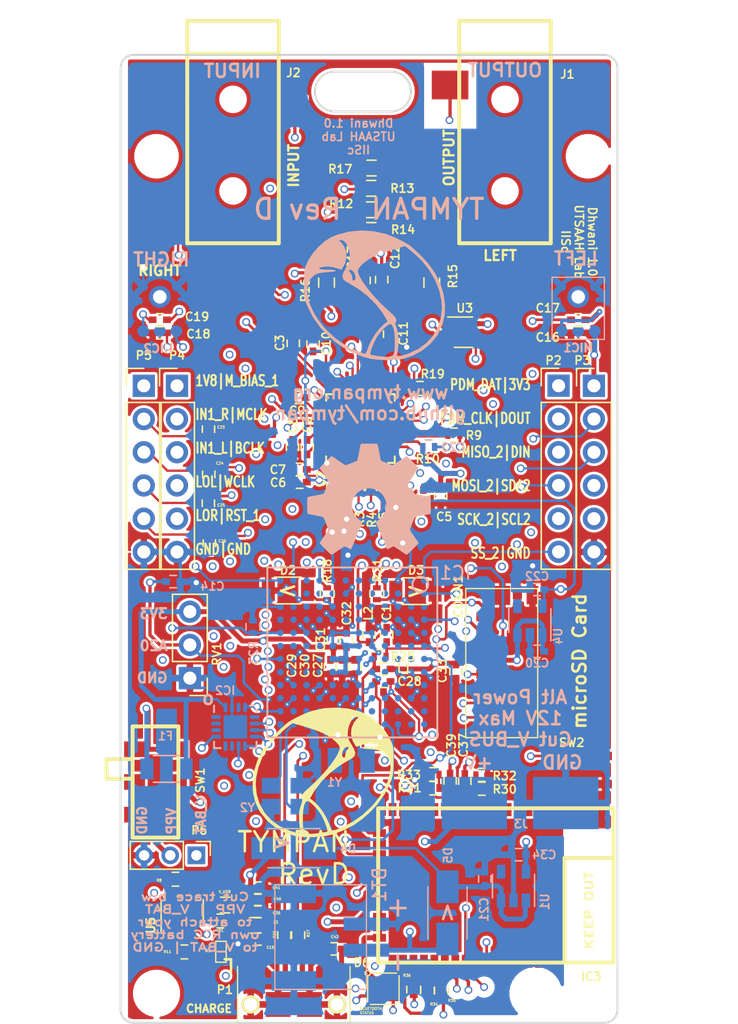
<source format=kicad_pcb>
(kicad_pcb (version 20171130) (host pcbnew "(5.1.5)-3")
  (title_block (title "Tympan Rev D") (date 3/19/18) (company "Solutiosn Design & Prototyping, LLC"))
  (layers (0 F.Cu signal) (1 In1.Cu signal) (2 In2.Cu mixed) (31 B.Cu signal) (34 B.Paste user hide) (35 F.Paste user hide) (36 B.SilkS user) (37 F.SilkS user) (38 B.Mask user hide) (39 F.Mask user hide) (44 Edge.Cuts user))
  (net 0 "")
  (net 1 GND)
  (net 2 +3V3)
  (net 3 "Net-(C2-Pad1)")
  (net 4 "Net-(C2-Pad2)")
  (net 5 VPP)
  (net 6 +1V8)
  (net 7 "Net-(C8-Pad1)")
  (net 8 "Net-(C11-Pad1)")
  (net 9 /POT)
  (net 10 /IN2_L)
  (net 11 "Net-(C17-Pad2)")
  (net 12 /IN2_R)
  (net 13 "Net-(C19-Pad2)")
  (net 14 +BATT)
  (net 15 "Net-(D2-Pad2)")
  (net 16 "Net-(D3-Pad2)")
  (net 17 "Net-(J1-Pad3)")
  (net 18 /MICDET)
  (net 19 /BT_TX)
  (net 20 /BT_RX)
  (net 21 /BT_nRESET)
  (net 22 /BCLK)
  (net 23 /MCLK)
  (net 24 /BT_RTS)
  (net 25 /BT_CTS)
  (net 26 /WCLK)
  (net 27 /DIN)
  (net 28 /nRESET)
  (net 29 /SCL/SS)
  (net 30 /SDA/MOSI)
  (net 31 /DOUT)
  (net 32 /IN1_L)
  (net 33 /IN1_R)
  (net 34 /LOL)
  (net 35 /LOR)
  (net 36 "Net-(R2-Pad2)")
  (net 37 "Net-(R3-Pad2)")
  (net 38 "Net-(R4-Pad2)")
  (net 39 "Net-(R5-Pad2)")
  (net 40 "Net-(R6-Pad2)")
  (net 41 "Net-(R7-Pad2)")
  (net 42 "Net-(R9-Pad2)")
  (net 43 "Net-(R10-Pad2)")
  (net 44 /HPL)
  (net 45 "Net-(J1-Pad2)")
  (net 46 /HPR)
  (net 47 /MICBIAS)
  (net 48 "Net-(SW1-Pad6)")
  (net 49 "Net-(SW1-Pad3)")
  (net 50 "Net-(U2-Pad4)")
  (net 51 "Net-(U4-Pad4)")
  (net 52 "Net-(C23-Pad2)")
  (net 53 "Net-(C24-Pad2)")
  (net 54 "Net-(C25-Pad2)")
  (net 55 "Net-(C26-Pad2)")
  (net 56 "Net-(C1-Pad1)")
  (net 57 "Net-(C1-Pad2)")
  (net 58 "Net-(C28-Pad2)")
  (net 59 "Net-(IC1-PadA6)")
  (net 60 "Net-(IC1-PadA7)")
  (net 61 "Net-(IC1-PadA9)")
  (net 62 "Net-(IC1-PadA10)")
  (net 63 "Net-(IC1-PadC1)")
  (net 64 /CLK)
  (net 65 "Net-(IC1-PadE1)")
  (net 66 /USB0_D+)
  (net 67 "Net-(IC1-PadJ1)")
  (net 68 "Net-(IC1-PadB10)")
  (net 69 "Net-(IC1-PadB9)")
  (net 70 "Net-(IC1-PadB8)")
  (net 71 "Net-(IC1-PadB6)")
  (net 72 "Net-(IC1-PadB5)")
  (net 73 "Net-(IC1-PadB2)")
  (net 74 "Net-(IC1-PadB3)")
  (net 75 "Net-(IC1-PadC5)")
  (net 76 "Net-(IC1-PadC6)")
  (net 77 "Net-(IC1-PadC9)")
  (net 78 /DAT0)
  (net 79 /DAT1)
  (net 80 "Net-(IC1-PadD4)")
  (net 81 "Net-(IC1-PadD5)")
  (net 82 "Net-(IC1-PadD6)")
  (net 83 "Net-(IC1-PadD7)")
  (net 84 "Net-(IC1-PadD9)")
  (net 85 /DAT2)
  (net 86 /DAT3)
  (net 87 /CMD)
  (net 88 "Net-(IC1-PadC10)")
  (net 89 "Net-(IC1-PadD10)")
  (net 90 "Net-(IC1-PadC11)")
  (net 91 "Net-(IC1-PadD11)")
  (net 92 "Net-(IC1-PadD12)")
  (net 93 "Net-(IC1-PadF2)")
  (net 94 "Net-(IC1-PadF3)")
  (net 95 "Net-(IC1-PadF4)")
  (net 96 "Net-(IC1-PadG4)")
  (net 97 "Net-(IC1-PadG3)")
  (net 98 "Net-(IC1-PadG2)")
  (net 99 /USB0_D-)
  (net 100 "Net-(IC1-PadH4)")
  (net 101 "Net-(IC1-PadJ4)")
  (net 102 "Net-(IC1-PadJ3)")
  (net 103 "Net-(IC1-PadJ2)")
  (net 104 "Net-(IC1-PadK1)")
  (net 105 "Net-(IC1-PadK3)")
  (net 106 "Net-(IC1-PadL4)")
  (net 107 "Net-(IC1-PadL3)")
  (net 108 "Net-(IC1-PadL2)")
  (net 109 "Net-(IC1-PadL1)")
  (net 110 "Net-(IC1-PadM2)")
  (net 111 "Net-(IC1-PadH5)")
  (net 112 /PTA0)
  (net 113 /PTA1)
  (net 114 "Net-(IC1-PadJ7)")
  (net 115 "Net-(IC1-PadJ8)")
  (net 116 /PTA2)
  (net 117 /PTA3)
  (net 118 "Net-(IC1-PadK8)")
  (net 119 "Net-(IC1-PadL5)")
  (net 120 "Net-(IC1-PadL7)")
  (net 121 "Net-(IC1-PadL8)")
  (net 122 "Net-(IC1-PadM5)")
  (net 123 "Net-(IC1-PadM6)")
  (net 124 "Net-(IC1-PadM7)")
  (net 125 "Net-(IC1-PadE11)")
  (net 126 "Net-(IC1-PadF9)")
  (net 127 "Net-(IC1-PadF10)")
  (net 128 "Net-(IC1-PadF11)")
  (net 129 "Net-(IC1-PadF12)")
  (net 130 "Net-(IC1-PadG10)")
  (net 131 "Net-(IC1-PadG9)")
  (net 132 "Net-(IC1-PadH9)")
  (net 133 "Net-(IC1-PadH10)")
  (net 134 "Net-(IC1-PadH12)")
  (net 135 "Net-(IC1-PadJ10)")
  (net 136 "Net-(IC1-PadJ12)")
  (net 137 "Net-(IC1-PadM9)")
  (net 138 "Net-(IC1-PadL9)")
  (net 139 "Net-(IC1-PadK10)")
  (net 140 "Net-(IC1-PadL10)")
  (net 141 "Net-(IC1-PadM11)")
  (net 142 "Net-(IC1-PadL11)")
  (net 143 "Net-(IC1-PadK12)")
  (net 144 /RESET_B)
  (net 145 "Net-(IC1-PadM12)")
  (net 146 /DE)
  (net 147 "Net-(IC2-Pad5)")
  (net 148 /PROG)
  (net 149 "Net-(IC2-Pad11)")
  (net 150 "Net-(IC2-Pad12)")
  (net 151 "Net-(IC2-Pad14)")
  (net 152 "Net-(IC2-Pad15)")
  (net 153 "Net-(IC2-Pad16)")
  (net 154 "Net-(IC3-Pad5)")
  (net 155 "Net-(IC3-Pad6)")
  (net 156 "Net-(IC3-Pad7)")
  (net 157 "Net-(IC3-Pad8)")
  (net 158 "Net-(IC3-Pad9)")
  (net 159 "Net-(IC3-Pad10)")
  (net 160 "Net-(IC3-Pad12)")
  (net 161 "Net-(IC3-Pad14)")
  (net 162 "Net-(IC3-Pad16)")
  (net 163 "Net-(IC3-Pad17)")
  (net 164 "Net-(IC3-Pad24)")
  (net 165 "Net-(IC3-Pad29)")
  (net 166 "Net-(IC3-Pad34)")
  (net 167 "Net-(IC3-Pad35)")
  (net 168 "Net-(IC3-Pad36)")
  (net 169 "Net-(IC3-Pad45)")
  (net 170 "Net-(IC3-Pad46)")
  (net 171 "Net-(IC3-Pad47)")
  (net 172 "Net-(IC3-Pad48)")
  (net 173 "Net-(IC3-Pad49)")
  (net 174 "Net-(IC3-Pad50)")
  (net 175 "Net-(IC3-Pad51)")
  (net 176 "Net-(P1-Pad2)")
  (net 177 "Net-(P1-Pad4)")
  (net 178 "Net-(P1-Pad3)")
  (net 179 /V_USB)
  (net 180 "Net-(C21-Pad1)")
  (net 181 "Net-(C37-Pad2)")
  (net 182 "Net-(C39-Pad2)")
  (net 183 "Net-(D6-Pad2)")
  (net 184 "Net-(D6-Pad3)")
  (net 185 "Net-(D6-Pad4)")
  (net 186 "Net-(F1-Pad1)")
  (net 187 /VREGEN)
  (net 188 /LED_0)
  (net 189 /LED_1)
  (net 190 /LED_2)
  (net 191 "Net-(U1-Pad4)")
  (net 192 Earth)
  (net 193 /M_BIAS)
  (net 194 "Net-(R16-Pad2)")
  (net 195 /SS_2)
  (net 196 /SCK_2)
  (net 197 /TX_3)
  (net 198 /MISO_2)
  (net 199 /MOSI_2)
  (net 200 /RX_3)
  (net 201 "Net-(IC1-PadA4)")
  (net 202 "Net-(IC1-PadA5)")
  (net 203 "Net-(IC1-PadA2)")
  (net 204 "Net-(D1-Pad1)")
  (net 205 /BT_PIO5)
  (net 206 /BT_PIO0)
  (net 207 "Net-(IC3-Pad26)")
  (net 208 "Net-(MIC1-Pad5)")
  (net 209 "Net-(MIC2-Pad5)")
  (net 210 "Net-(R1-Pad2)")
  (net 211 "Net-(R8-Pad1)")
  (net 212 "Net-(D1-Pad4)")
  (net 213 /USB)
  (net 214 "Net-(C12-Pad1)")
  (net 215 "Net-(C13-Pad1)")
  (net 216 "Net-(C12-Pad2)")
  (net 217 "Net-(C13-Pad2)")
  (net 218 /nRESET_1)
  (net 219 /DIN_1)
  (net 220 /DOUT_1)
  (net 221 "Net-(IC1-PadC7)")
  (net 222 /SDA2)
  (net 223 /SCL2)
  (net 224 /M_BIAS_1)
  (net 225 "Net-(IC1-PadM1)")
  (net 226 /PDM_CLK)
  (net 227 /PDM_DAT)
  (module SMD_Packages:BGA-144-1mm (layer B.Cu) (at 132.574 92.1666 180)
    (fp_text reference IC1 (at -7.876 6.0866 180) (layer B.SilkS) (effects (justify mirror)))
    (fp_text value MK66FX1M0VMD18)
    (pad A1 smd circle (at -5.50164 5.50164 180) (size 0.50038 0.50038) (layers B.Cu B.Paste B.Mask) (net 195 /SS_2))
    (pad A2 smd circle (at -4.50088 5.50164 180) (size 0.50038 0.50038) (layers B.Cu B.Paste B.Mask) (net 203 "Net-(IC1-PadA2)"))
    (pad A3 smd circle (at -3.50012 5.50164 180) (size 0.50038 0.50038) (layers B.Cu B.Paste B.Mask) (net 193 /M_BIAS))
    (pad A4 smd circle (at -2.5019 5.50164 180) (size 0.50038 0.50038) (layers B.Cu B.Paste B.Mask) (net 201 "Net-(IC1-PadA4)"))
    (pad A5 smd circle (at -1.50114 5.50164 180) (size 0.50038 0.50038) (layers B.Cu B.Paste B.Mask) (net 202 "Net-(IC1-PadA5)"))
    (pad A6 smd circle (at -0.50038 5.50164 180) (size 0.50038 0.50038) (layers B.Cu B.Paste B.Mask) (net 59 "Net-(IC1-PadA6)"))
    (pad A7 smd circle (at 0.49784 5.50164 180) (size 0.50038 0.50038) (layers B.Cu B.Paste B.Mask) (net 60 "Net-(IC1-PadA7)"))
    (pad A8 smd circle (at 1.4986 5.50164 180) (size 0.50038 0.50038) (layers B.Cu B.Paste B.Mask) (net 28 /nRESET))
    (pad A9 smd circle (at 2.49936 5.50164 180) (size 0.50038 0.50038) (layers B.Cu B.Paste B.Mask) (net 61 "Net-(IC1-PadA9)"))
    (pad A10 smd circle (at 3.50012 5.50164 180) (size 0.50038 0.50038) (layers B.Cu B.Paste B.Mask) (net 62 "Net-(IC1-PadA10)"))
    (pad A11 smd circle (at 4.49834 5.50164 180) (size 0.50038 0.50038) (layers B.Cu B.Paste B.Mask) (net 22 /BCLK))
    (pad A12 smd circle (at 5.4991 5.50164 180) (size 0.50038 0.50038) (layers B.Cu B.Paste B.Mask) (net 26 /WCLK))
    (pad B1 smd circle (at -5.50164 4.50088 180) (size 0.50038 0.50038) (layers B.Cu B.Paste B.Mask) (net 196 /SCK_2))
    (pad C1 smd circle (at -5.50164 3.50012 180) (size 0.50038 0.50038) (layers B.Cu B.Paste B.Mask) (net 63 "Net-(IC1-PadC1)"))
    (pad D1 smd circle (at -5.50164 2.5019 180) (size 0.50038 0.50038) (layers B.Cu B.Paste B.Mask) (net 64 /CLK))
    (pad E1 smd circle (at -5.50164 1.50114 180) (size 0.50038 0.50038) (layers B.Cu B.Paste B.Mask) (net 65 "Net-(IC1-PadE1)"))
    (pad F1 smd circle (at -5.50164 0.50038 180) (size 0.50038 0.50038) (layers B.Cu B.Paste B.Mask) (net 206 /BT_PIO0))
    (pad G1 smd circle (at -5.50164 -0.49784 180) (size 0.50038 0.50038) (layers B.Cu B.Paste B.Mask) (net 2 +3V3))
    (pad H1 smd circle (at -5.50164 -1.4986 180) (size 0.50038 0.50038) (layers B.Cu B.Paste B.Mask) (net 66 /USB0_D+))
    (pad J1 smd circle (at -5.50164 -2.49936 180) (size 0.50038 0.50038) (layers B.Cu B.Paste B.Mask) (net 67 "Net-(IC1-PadJ1)"))
    (pad B12 smd circle (at 5.4991 4.50088 180) (size 0.50038 0.50038) (layers B.Cu B.Paste B.Mask) (net 219 /DIN_1))
    (pad B11 smd circle (at 4.49834 4.50088 180) (size 0.50038 0.50038) (layers B.Cu B.Paste B.Mask) (net 27 /DIN))
    (pad B10 smd circle (at 3.50012 4.50088 180) (size 0.50038 0.50038) (layers B.Cu B.Paste B.Mask) (net 68 "Net-(IC1-PadB10)"))
    (pad B9 smd circle (at 2.49936 4.50088 180) (size 0.50038 0.50038) (layers B.Cu B.Paste B.Mask) (net 69 "Net-(IC1-PadB9)"))
    (pad B8 smd circle (at 1.4986 4.50088 180) (size 0.50038 0.50038) (layers B.Cu B.Paste B.Mask) (net 70 "Net-(IC1-PadB8)"))
    (pad B7 smd circle (at 0.49784 4.50088 180) (size 0.50038 0.50038) (layers B.Cu B.Paste B.Mask) (net 220 /DOUT_1))
    (pad B6 smd circle (at -0.50038 4.50088 180) (size 0.50038 0.50038) (layers B.Cu B.Paste B.Mask) (net 71 "Net-(IC1-PadB6)"))
    (pad B5 smd circle (at -1.50114 4.50088 180) (size 0.50038 0.50038) (layers B.Cu B.Paste B.Mask) (net 72 "Net-(IC1-PadB5)"))
    (pad B2 smd circle (at -4.50088 4.50088 180) (size 0.50038 0.50038) (layers B.Cu B.Paste B.Mask) (net 73 "Net-(IC1-PadB2)"))
    (pad B3 smd circle (at -3.50012 4.50088 180) (size 0.50038 0.50038) (layers B.Cu B.Paste B.Mask) (net 74 "Net-(IC1-PadB3)"))
    (pad B4 smd circle (at -2.5019 4.50088 180) (size 0.50038 0.50038) (layers B.Cu B.Paste B.Mask) (net 197 /TX_3))
    (pad C2 smd circle (at -4.50088 3.50012 180) (size 0.50038 0.50038) (layers B.Cu B.Paste B.Mask) (net 198 /MISO_2))
    (pad C3 smd circle (at -3.50012 3.50012 180) (size 0.50038 0.50038) (layers B.Cu B.Paste B.Mask) (net 199 /MOSI_2))
    (pad C4 smd circle (at -2.5019 3.50012 180) (size 0.50038 0.50038) (layers B.Cu B.Paste B.Mask) (net 200 /RX_3))
    (pad C5 smd circle (at -1.50114 3.50012 180) (size 0.50038 0.50038) (layers B.Cu B.Paste B.Mask) (net 75 "Net-(IC1-PadC5)"))
    (pad C6 smd circle (at -0.50038 3.50012 180) (size 0.50038 0.50038) (layers B.Cu B.Paste B.Mask) (net 76 "Net-(IC1-PadC6)"))
    (pad C7 smd circle (at 0.49784 3.50012 180) (size 0.50038 0.50038) (layers B.Cu B.Paste B.Mask) (net 221 "Net-(IC1-PadC7)"))
    (pad C8 smd circle (at 1.4986 3.50012 180) (size 0.50038 0.50038) (layers B.Cu B.Paste B.Mask) (net 23 /MCLK))
    (pad C9 smd circle (at 2.49936 3.50012 180) (size 0.50038 0.50038) (layers B.Cu B.Paste B.Mask) (net 77 "Net-(IC1-PadC9)"))
    (pad D2 smd circle (at -4.50088 2.5019 180) (size 0.50038 0.50038) (layers B.Cu B.Paste B.Mask) (net 78 /DAT0))
    (pad D3 smd circle (at -3.50012 2.5019 180) (size 0.50038 0.50038) (layers B.Cu B.Paste B.Mask) (net 79 /DAT1))
    (pad D4 smd circle (at -2.5019 2.5019 180) (size 0.50038 0.50038) (layers B.Cu B.Paste B.Mask) (net 80 "Net-(IC1-PadD4)"))
    (pad D5 smd circle (at -1.50114 2.5019 180) (size 0.50038 0.50038) (layers B.Cu B.Paste B.Mask) (net 81 "Net-(IC1-PadD5)"))
    (pad D6 smd circle (at -0.50038 2.5019 180) (size 0.50038 0.50038) (layers B.Cu B.Paste B.Mask) (net 82 "Net-(IC1-PadD6)"))
    (pad D7 smd circle (at 0.49784 2.5019 180) (size 0.50038 0.50038) (layers B.Cu B.Paste B.Mask) (net 83 "Net-(IC1-PadD7)"))
    (pad D8 smd circle (at 1.4986 2.5019 180) (size 0.50038 0.50038) (layers B.Cu B.Paste B.Mask) (net 31 /DOUT))
    (pad D9 smd circle (at 2.49936 2.5019 180) (size 0.50038 0.50038) (layers B.Cu B.Paste B.Mask) (net 84 "Net-(IC1-PadD9)"))
    (pad E2 smd circle (at -4.50088 1.50114 180) (size 0.50038 0.50038) (layers B.Cu B.Paste B.Mask) (net 85 /DAT2))
    (pad E3 smd circle (at -3.50012 1.50114 180) (size 0.50038 0.50038) (layers B.Cu B.Paste B.Mask) (net 86 /DAT3))
    (pad E4 smd circle (at -2.5019 1.50114 180) (size 0.50038 0.50038) (layers B.Cu B.Paste B.Mask) (net 87 /CMD))
    (pad C10 smd circle (at 3.50012 3.50012 180) (size 0.50038 0.50038) (layers B.Cu B.Paste B.Mask) (net 88 "Net-(IC1-PadC10)"))
    (pad D10 smd circle (at 3.50012 2.5019 180) (size 0.50038 0.50038) (layers B.Cu B.Paste B.Mask) (net 89 "Net-(IC1-PadD10)"))
    (pad C11 smd circle (at 4.49834 3.50012 180) (size 0.50038 0.50038) (layers B.Cu B.Paste B.Mask) (net 90 "Net-(IC1-PadC11)"))
    (pad D11 smd circle (at 4.49834 2.5019 180) (size 0.50038 0.50038) (layers B.Cu B.Paste B.Mask) (net 91 "Net-(IC1-PadD11)"))
    (pad D12 smd circle (at 5.4991 2.5019 180) (size 0.50038 0.50038) (layers B.Cu B.Paste B.Mask) (net 92 "Net-(IC1-PadD12)"))
    (pad C12 smd circle (at 5.4991 3.50012 180) (size 0.50038 0.50038) (layers B.Cu B.Paste B.Mask) (net 1 GND))
    (pad F2 smd circle (at -4.50088 0.50038 180) (size 0.50038 0.50038) (layers B.Cu B.Paste B.Mask) (net 93 "Net-(IC1-PadF2)"))
    (pad F3 smd circle (at -3.50012 0.50038 180) (size 0.50038 0.50038) (layers B.Cu B.Paste B.Mask) (net 94 "Net-(IC1-PadF3)"))
    (pad F4 smd circle (at -2.5019 0.50038 180) (size 0.50038 0.50038) (layers B.Cu B.Paste B.Mask) (net 95 "Net-(IC1-PadF4)"))
    (pad G4 smd circle (at -2.5019 -0.49784 180) (size 0.50038 0.50038) (layers B.Cu B.Paste B.Mask) (net 96 "Net-(IC1-PadG4)"))
    (pad G3 smd circle (at -3.50012 -0.49784 180) (size 0.50038 0.50038) (layers B.Cu B.Paste B.Mask) (net 97 "Net-(IC1-PadG3)"))
    (pad G2 smd circle (at -4.50088 -0.49784 180) (size 0.50038 0.50038) (layers B.Cu B.Paste B.Mask) (net 98 "Net-(IC1-PadG2)"))
    (pad H2 smd circle (at -4.50088 -1.4986 180) (size 0.50038 0.50038) (layers B.Cu B.Paste B.Mask) (net 99 /USB0_D-))
    (pad H3 smd circle (at -3.50012 -1.4986 180) (size 0.50038 0.50038) (layers B.Cu B.Paste B.Mask) (net 1 GND))
    (pad H4 smd circle (at -2.5019 -1.4986 180) (size 0.50038 0.50038) (layers B.Cu B.Paste B.Mask) (net 100 "Net-(IC1-PadH4)"))
    (pad J4 smd circle (at -2.5019 -2.49936 180) (size 0.50038 0.50038) (layers B.Cu B.Paste B.Mask) (net 101 "Net-(IC1-PadJ4)"))
    (pad J3 smd circle (at -3.50012 -2.49936 180) (size 0.50038 0.50038) (layers B.Cu B.Paste B.Mask) (net 102 "Net-(IC1-PadJ3)"))
    (pad J2 smd circle (at -4.50088 -2.49936 180) (size 0.50038 0.50038) (layers B.Cu B.Paste B.Mask) (net 103 "Net-(IC1-PadJ2)"))
    (pad K1 smd circle (at -5.50164 -3.50012 180) (size 0.50038 0.50038) (layers B.Cu B.Paste B.Mask) (net 104 "Net-(IC1-PadK1)"))
    (pad K2 smd circle (at -4.50088 -3.50012 180) (size 0.50038 0.50038) (layers B.Cu B.Paste B.Mask) (net 1 GND))
    (pad K3 smd circle (at -3.50012 -3.50012 180) (size 0.50038 0.50038) (layers B.Cu B.Paste B.Mask) (net 105 "Net-(IC1-PadK3)"))
    (pad K4 smd circle (at -2.5019 -3.50012 180) (size 0.50038 0.50038) (layers B.Cu B.Paste B.Mask) (net 24 /BT_RTS))
    (pad L4 smd circle (at -2.5019 -4.49834 180) (size 0.50038 0.50038) (layers B.Cu B.Paste B.Mask) (net 106 "Net-(IC1-PadL4)"))
    (pad L3 smd circle (at -3.50012 -4.49834 180) (size 0.50038 0.50038) (layers B.Cu B.Paste B.Mask) (net 107 "Net-(IC1-PadL3)"))
    (pad L2 smd circle (at -4.50088 -4.49834 180) (size 0.50038 0.50038) (layers B.Cu B.Paste B.Mask) (net 108 "Net-(IC1-PadL2)"))
    (pad L1 smd circle (at -5.50164 -4.49834 180) (size 0.50038 0.50038) (layers B.Cu B.Paste B.Mask) (net 109 "Net-(IC1-PadL1)"))
    (pad M1 smd circle (at -5.50164 -5.4991 180) (size 0.50038 0.50038) (layers B.Cu B.Paste B.Mask) (net 225 "Net-(IC1-PadM1)"))
    (pad M2 smd circle (at -4.50088 -5.4991 180) (size 0.50038 0.50038) (layers B.Cu B.Paste B.Mask) (net 110 "Net-(IC1-PadM2)"))
    (pad M3 smd circle (at -3.50012 -5.4991 180) (size 0.50038 0.50038) (layers B.Cu B.Paste B.Mask) (net 58 "Net-(C28-Pad2)"))
    (pad M4 smd circle (at -2.5019 -5.4991 180) (size 0.50038 0.50038) (layers B.Cu B.Paste B.Mask) (net 205 /BT_PIO5))
    (pad E8 smd circle (at 1.4986 1.50114 180) (size 0.50038 0.50038) (layers B.Cu B.Paste B.Mask) (net 2 +3V3))
    (pad E7 smd circle (at 0.49784 1.50114 180) (size 0.50038 0.50038) (layers B.Cu B.Paste B.Mask) (net 2 +3V3))
    (pad E6 smd circle (at -0.50038 1.50114 180) (size 0.50038 0.50038) (layers B.Cu B.Paste B.Mask) (net 2 +3V3))
    (pad E5 smd circle (at -1.50114 1.50114 180) (size 0.50038 0.50038) (layers B.Cu B.Paste B.Mask) (net 2 +3V3))
    (pad F5 smd circle (at -1.50114 0.50038 180) (size 0.50038 0.50038) (layers B.Cu B.Paste B.Mask) (net 2 +3V3))
    (pad F6 smd circle (at -0.50038 0.50038 180) (size 0.50038 0.50038) (layers B.Cu B.Paste B.Mask) (net 1 GND))
    (pad F7 smd circle (at 0.49784 0.50038 180) (size 0.50038 0.50038) (layers B.Cu B.Paste B.Mask) (net 1 GND))
    (pad F8 smd circle (at 1.4986 0.50038 180) (size 0.50038 0.50038) (layers B.Cu B.Paste B.Mask) (net 2 +3V3))
    (pad G5 smd circle (at -1.50114 -0.49784 180) (size 0.50038 0.50038) (layers B.Cu B.Paste B.Mask) (net 57 "Net-(C1-Pad2)"))
    (pad G6 smd circle (at -0.50038 -0.49784 180) (size 0.50038 0.50038) (layers B.Cu B.Paste B.Mask) (net 56 "Net-(C1-Pad1)"))
    (pad G7 smd circle (at 0.49784 -0.49784 180) (size 0.50038 0.50038) (layers B.Cu B.Paste B.Mask) (net 1 GND))
    (pad G8 smd circle (at 1.4986 -0.49784 180) (size 0.50038 0.50038) (layers B.Cu B.Paste B.Mask) (net 1 GND))
    (pad H5 smd circle (at -1.50114 -1.4986 180) (size 0.50038 0.50038) (layers B.Cu B.Paste B.Mask) (net 111 "Net-(IC1-PadH5)"))
    (pad H6 smd circle (at -0.50038 -1.4986 180) (size 0.50038 0.50038) (layers B.Cu B.Paste B.Mask) (net 56 "Net-(C1-Pad1)"))
    (pad H7 smd circle (at 0.49784 -1.4986 180) (size 0.50038 0.50038) (layers B.Cu B.Paste B.Mask) (net 1 GND))
    (pad H8 smd circle (at 1.4986 -1.4986 180) (size 0.50038 0.50038) (layers B.Cu B.Paste B.Mask) (net 1 GND))
    (pad J5 smd circle (at -1.50114 -2.49936 180) (size 0.50038 0.50038) (layers B.Cu B.Paste B.Mask) (net 112 /PTA0))
    (pad J6 smd circle (at -0.50038 -2.49936 180) (size 0.50038 0.50038) (layers B.Cu B.Paste B.Mask) (net 113 /PTA1))
    (pad J7 smd circle (at 0.49784 -2.49936 180) (size 0.50038 0.50038) (layers B.Cu B.Paste B.Mask) (net 114 "Net-(IC1-PadJ7)"))
    (pad J8 smd circle (at 1.4986 -2.49936 180) (size 0.50038 0.50038) (layers B.Cu B.Paste B.Mask) (net 115 "Net-(IC1-PadJ8)"))
    (pad K5 smd circle (at -1.50114 -3.50012 180) (size 0.50038 0.50038) (layers B.Cu B.Paste B.Mask) (net 21 /BT_nRESET))
    (pad K6 smd circle (at -0.50038 -3.50012 180) (size 0.50038 0.50038) (layers B.Cu B.Paste B.Mask) (net 116 /PTA2))
    (pad K7 smd circle (at 0.49784 -3.50012 180) (size 0.50038 0.50038) (layers B.Cu B.Paste B.Mask) (net 117 /PTA3))
    (pad K8 smd circle (at 1.4986 -3.50012 180) (size 0.50038 0.50038) (layers B.Cu B.Paste B.Mask) (net 118 "Net-(IC1-PadK8)"))
    (pad L5 smd circle (at -1.50114 -4.49834 180) (size 0.50038 0.50038) (layers B.Cu B.Paste B.Mask) (net 119 "Net-(IC1-PadL5)"))
    (pad L6 smd circle (at -0.50038 -4.49834 180) (size 0.50038 0.50038) (layers B.Cu B.Paste B.Mask) (net 5 VPP))
    (pad L7 smd circle (at 0.49784 -4.49834 180) (size 0.50038 0.50038) (layers B.Cu B.Paste B.Mask) (net 120 "Net-(IC1-PadL7)"))
    (pad L8 smd circle (at 1.4986 -4.49834 180) (size 0.50038 0.50038) (layers B.Cu B.Paste B.Mask) (net 121 "Net-(IC1-PadL8)"))
    (pad M5 smd circle (at -1.50114 -5.4991 180) (size 0.50038 0.50038) (layers B.Cu B.Paste B.Mask) (net 122 "Net-(IC1-PadM5)"))
    (pad M6 smd circle (at -0.50038 -5.4991 180) (size 0.50038 0.50038) (layers B.Cu B.Paste B.Mask) (net 123 "Net-(IC1-PadM6)"))
    (pad M7 smd circle (at 0.49784 -5.4991 180) (size 0.50038 0.50038) (layers B.Cu B.Paste B.Mask) (net 124 "Net-(IC1-PadM7)"))
    (pad M8 smd circle (at 1.4986 -5.4991 180) (size 0.50038 0.50038) (layers B.Cu B.Paste B.Mask) (net 25 /BT_CTS))
    (pad E9 smd circle (at 2.49936 1.50114 180) (size 0.50038 0.50038) (layers B.Cu B.Paste B.Mask) (net 20 /BT_RX))
    (pad E10 smd circle (at 3.50012 1.50114 180) (size 0.50038 0.50038) (layers B.Cu B.Paste B.Mask) (net 19 /BT_TX))
    (pad E11 smd circle (at 4.49834 1.50114 180) (size 0.50038 0.50038) (layers B.Cu B.Paste B.Mask) (net 125 "Net-(IC1-PadE11)"))
    (pad E12 smd circle (at 5.4991 1.50114 180) (size 0.50038 0.50038) (layers B.Cu B.Paste B.Mask) (net 187 /VREGEN))
    (pad F9 smd circle (at 2.49936 0.50038 180) (size 0.50038 0.50038) (layers B.Cu B.Paste B.Mask) (net 126 "Net-(IC1-PadF9)"))
    (pad F10 smd circle (at 3.50012 0.50038 180) (size 0.50038 0.50038) (layers B.Cu B.Paste B.Mask) (net 127 "Net-(IC1-PadF10)"))
    (pad F11 smd circle (at 4.49834 0.50038 180) (size 0.50038 0.50038) (layers B.Cu B.Paste B.Mask) (net 128 "Net-(IC1-PadF11)"))
    (pad F12 smd circle (at 5.4991 0.50038 180) (size 0.50038 0.50038) (layers B.Cu B.Paste B.Mask) (net 129 "Net-(IC1-PadF12)"))
    (pad J9 smd circle (at 2.49936 -2.49936 180) (size 0.50038 0.50038) (layers B.Cu B.Paste B.Mask) (net 222 /SDA2))
    (pad G12 smd circle (at 5.4991 -0.49784 180) (size 0.50038 0.50038) (layers B.Cu B.Paste B.Mask) (net 29 /SCL/SS))
    (pad G11 smd circle (at 4.49834 -0.49784 180) (size 0.50038 0.50038) (layers B.Cu B.Paste B.Mask) (net 30 /SDA/MOSI))
    (pad G10 smd circle (at 3.50012 -0.49784 180) (size 0.50038 0.50038) (layers B.Cu B.Paste B.Mask) (net 130 "Net-(IC1-PadG10)"))
    (pad G9 smd circle (at 2.49936 -0.49784 180) (size 0.50038 0.50038) (layers B.Cu B.Paste B.Mask) (net 131 "Net-(IC1-PadG9)"))
    (pad H9 smd circle (at 2.49936 -1.4986 180) (size 0.50038 0.50038) (layers B.Cu B.Paste B.Mask) (net 132 "Net-(IC1-PadH9)"))
    (pad H10 smd circle (at 3.50012 -1.4986 180) (size 0.50038 0.50038) (layers B.Cu B.Paste B.Mask) (net 133 "Net-(IC1-PadH10)"))
    (pad H11 smd circle (at 4.49834 -1.4986 180) (size 0.50038 0.50038) (layers B.Cu B.Paste B.Mask) (net 224 /M_BIAS_1))
    (pad H12 smd circle (at 5.4991 -1.4986 180) (size 0.50038 0.50038) (layers B.Cu B.Paste B.Mask) (net 134 "Net-(IC1-PadH12)"))
    (pad J10 smd circle (at 3.50012 -2.49936 180) (size 0.50038 0.50038) (layers B.Cu B.Paste B.Mask) (net 135 "Net-(IC1-PadJ10)"))
    (pad J11 smd circle (at 4.49834 -2.49936 180) (size 0.50038 0.50038) (layers B.Cu B.Paste B.Mask) (net 218 /nRESET_1))
    (pad J12 smd circle (at 5.4991 -2.49936 180) (size 0.50038 0.50038) (layers B.Cu B.Paste B.Mask) (net 136 "Net-(IC1-PadJ12)"))
    (pad M9 smd circle (at 2.49936 -5.4991 180) (size 0.50038 0.50038) (layers B.Cu B.Paste B.Mask) (net 137 "Net-(IC1-PadM9)"))
    (pad L9 smd circle (at 2.49936 -4.49834 180) (size 0.50038 0.50038) (layers B.Cu B.Paste B.Mask) (net 138 "Net-(IC1-PadL9)"))
    (pad K9 smd circle (at 2.49936 -3.50012 180) (size 0.50038 0.50038) (layers B.Cu B.Paste B.Mask) (net 223 /SCL2))
    (pad K10 smd circle (at 3.50012 -3.50012 180) (size 0.50038 0.50038) (layers B.Cu B.Paste B.Mask) (net 139 "Net-(IC1-PadK10)"))
    (pad L10 smd circle (at 3.50012 -4.49834 180) (size 0.50038 0.50038) (layers B.Cu B.Paste B.Mask) (net 140 "Net-(IC1-PadL10)"))
    (pad M10 smd circle (at 3.50012 -5.4991 180) (size 0.50038 0.50038) (layers B.Cu B.Paste B.Mask) (net 1 GND))
    (pad M11 smd circle (at 4.49834 -5.4991 180) (size 0.50038 0.50038) (layers B.Cu B.Paste B.Mask) (net 141 "Net-(IC1-PadM11)"))
    (pad L11 smd circle (at 4.49834 -4.49834 180) (size 0.50038 0.50038) (layers B.Cu B.Paste B.Mask) (net 142 "Net-(IC1-PadL11)"))
    (pad K11 smd circle (at 4.49834 -3.50012 180) (size 0.50038 0.50038) (layers B.Cu B.Paste B.Mask) (net 9 /POT))
    (pad K12 smd circle (at 5.4991 -3.50012 180) (size 0.50038 0.50038) (layers B.Cu B.Paste B.Mask) (net 143 "Net-(IC1-PadK12)"))
    (pad L12 smd circle (at 5.4991 -4.49834 180) (size 0.50038 0.50038) (layers B.Cu B.Paste B.Mask) (net 144 /RESET_B))
    (pad M12 smd circle (at 5.4991 -5.4991 180) (size 0.50038 0.50038) (layers B.Cu B.Paste B.Mask) (net 145 "Net-(IC1-PadM12)"))
  )
  (module Tympan:SJ-3523-SMT-TR (layer F.Cu) (at 144.25 49.88 270)
    (fp_text reference J1 (at -1.925 -4.775) (layer F.SilkS) (effects (font (size 0.635 0.635) (thickness 0.127))))
    (fp_text value SJ-3523-SMT-TR)
    (pad 2 smd rect (at 8.3 4.2 270) (size 2.8 2.8) (layers F.Cu F.Paste F.Mask) (net 45 "Net-(J1-Pad2)"))
    (pad 3 smd rect (at 0.9 -4.2 270) (size 2.2 2.8) (layers F.Cu F.Paste F.Mask) (net 17 "Net-(J1-Pad3)"))
    (pad "" np_thru_hole circle (at 7 0 270) (size 1.7 1.7) (drill 1.7) (layers *.Cu *.Mask))
    (pad "" np_thru_hole circle (at 0 0 270) (size 1.7 1.7) (drill 1.7) (layers *.Cu *.Mask))
    (pad 1 smd rect (at -1.1 4.2 270) (size 2.2 2.8) (layers F.Cu F.Paste F.Mask) (net 1 GND))
  )
  (module Resistors_SMD:R_0402 (layer F.Cu) (at 119.73442 115.06218)
    (fp_text reference R11 (at -1.29442 -0.01218 -180) (layer F.SilkS) (effects (font (size 0.2 0.2) (thickness 0.05))))
    (fp_text value 1K)
    (pad 1 smd rect (at -0.45 0) (size 0.4 0.6) (layers F.Cu F.Paste F.Mask) (net 204 "Net-(D1-Pad1)"))
    (pad 2 smd rect (at 0.45 0) (size 0.4 0.6) (layers F.Cu F.Paste F.Mask) (net 210 "Net-(R1-Pad2)"))
  )
  (module Tympan:ABHB1608S (layer F.Cu) (at 122.52842 115.04948 90)
    (fp_text reference D1 (at 0.07948 -0.99842) (layer F.SilkS) (effects (font (size 0.2 0.2) (thickness 0.05))))
    (fp_text value APHB1608SGNC)
    (pad 1 smd rect (at -0.6 -0.35 90) (size 0.5 0.4) (layers F.Cu F.Paste F.Mask) (net 204 "Net-(D1-Pad1)"))
    (pad 2 smd rect (at 0.6 -0.35 90) (size 0.5 0.4) (layers F.Cu F.Paste F.Mask) (net 1 GND))
    (pad 3 smd rect (at -0.6 0.35 90) (size 0.5 0.4) (layers F.Cu F.Paste F.Mask) (net 213 /USB))
    (pad 4 smd rect (at 0.6 0.35 90) (size 0.5 0.4) (layers F.Cu F.Paste F.Mask) (net 212 "Net-(D1-Pad4)"))
  )
  (module Resistors_SMD:R_0402 (layer F.Cu) (at 119.05 109.505)
    (fp_text reference R8 (at -1.25 0.085) (layer F.SilkS) (effects (font (size 0.2 0.2) (thickness 0.05))))
    (fp_text value 2.2K)
    (pad 1 smd rect (at -0.45 0) (size 0.4 0.6) (layers F.Cu F.Paste F.Mask) (net 211 "Net-(R8-Pad1)"))
    (pad 2 smd rect (at 0.45 0) (size 0.4 0.6) (layers F.Cu F.Paste F.Mask) (net 1 GND))
  )
  (module Tympan:CL-SB-22A (layer F.Cu) (at 117.52 102.07 270)
    (fp_text reference SW1 (at -0.132 -3.426 90) (layer F.SilkS) (effects (font (size 0.635 0.635) (thickness 0.127))))
    (fp_text value CL-SB-22A)
    (pad 5 smd rect (at 0 -1.6 270) (size 1.2 1.6) (layers F.Cu F.Paste F.Mask) (net 5 VPP))
    (pad 2 smd rect (at 0 1.6 270) (size 1.2 1.6) (layers F.Cu F.Paste F.Mask) (net 5 VPP))
    (pad 6 smd rect (at 2.5 -1.6 270) (size 1.2 1.6) (layers F.Cu F.Paste F.Mask) (net 48 "Net-(SW1-Pad6)"))
    (pad 3 smd rect (at 2.5 1.6 270) (size 1.2 1.6) (layers F.Cu F.Paste F.Mask) (net 49 "Net-(SW1-Pad3)"))
    (pad 1 smd rect (at -2.5 1.6 270) (size 1.2 1.6) (layers F.Cu F.Paste F.Mask) (net 186 "Net-(F1-Pad1)"))
    (pad 4 smd rect (at -2.5 -1.6 270) (size 1.2 1.6) (layers F.Cu F.Paste F.Mask) (net 186 "Net-(F1-Pad1)"))
  )
  (module Capacitors_SMD:C_0402 (layer F.Cu) (at 133.47 63.73 90)
    (fp_text reference C13 (at 1.75 -0.93 270) (layer F.SilkS) (effects (font (size 0.635 0.635) (thickness 0.127))))
    (fp_text value 2.2uF)
    (pad 1 smd rect (at -0.55 0 90) (size 0.6 0.5) (layers F.Cu F.Paste F.Mask) (net 215 "Net-(C13-Pad1)"))
    (pad 2 smd rect (at 0.55 0 90) (size 0.6 0.5) (layers F.Cu F.Paste F.Mask) (net 217 "Net-(C13-Pad2)"))
  )
  (module Capacitors_SMD:C_0603 (layer F.Cu) (at 134.01 58.32)
    (fp_text reference R12 (at -2.29 -0.46) (layer F.SilkS) (effects (font (size 0.635 0.635) (thickness 0.127))))
    (fp_text value 0R)
    (pad 1 smd rect (at -0.75 0) (size 0.8 0.75) (layers F.Cu F.Paste F.Mask) (net 44 /HPL))
    (pad 2 smd rect (at 0.75 0) (size 0.8 0.75) (layers F.Cu F.Paste F.Mask) (net 45 "Net-(J1-Pad2)"))
  )
  (module Resistors_SMD:R_0402 (layer F.Cu) (at 137.27 117.94 270)
    (fp_text reference R36 (at -1.08 0.52 180) (layer F.SilkS) (effects (font (size 0.2 0.2) (thickness 0.05))))
    (fp_text value 240R)
    (pad 1 smd rect (at -0.45 0 270) (size 0.4 0.6) (layers F.Cu F.Paste F.Mask) (net 188 /LED_0))
    (pad 2 smd rect (at 0.45 0 270) (size 0.4 0.6) (layers F.Cu F.Paste F.Mask) (net 185 "Net-(D6-Pad4)"))
  )
  (module Tympan:NPTH_3.2mm (layer F.Cu) (at 117.6 118.23)
    (fp_text reference P8)
    (fp_text value CONN_01X01)
    (pad "" np_thru_hole circle (at 0 0) (size 3.2 3.2) (drill 3.2) (layers *.Cu))
  )
  (module Tympan:NPTH_3.2mm (layer F.Cu) (at 150.6 54.23)
    (fp_text reference P9)
    (fp_text value CONN_01X01)
    (pad "" np_thru_hole circle (at 0 0) (size 3 3) (drill 3) (layers *.Cu F.SilkS))
  )
  (module Tympan:NPTH_3.2mm (layer F.Cu) (at 117.6 54.23)
    (fp_text reference P10)
    (fp_text value CONN_01X01)
    (pad "" np_thru_hole circle (at 0 0) (size 3 3) (drill 3) (layers *.Cu F.SilkS))
  )
  (module Resistors_SMD:R_0402 (layer F.Cu) (at 135.9 79.53 90)
    (fp_text reference R6 (at -2.47 -0.01 90) (layer F.SilkS) (effects (font (size 0.635 0.635) (thickness 0.127))))
    (fp_text value 33R)
    (pad 2 smd rect (at 0.45 0 90) (size 0.4 0.6) (layers F.Cu F.Paste F.Mask) (net 40 "Net-(R6-Pad2)"))
    (pad 1 smd rect (at -0.45 0 90) (size 0.4 0.6) (layers F.Cu F.Paste F.Mask) (net 31 /DOUT))
  )
  (module Tympan:BC127 (layer F.Cu) (at 142.85 109.78 270)
    (fp_text reference IC3 (at 7.175 -8) (layer F.SilkS) (effects (font (size 0.635 0.635) (thickness 0.127))))
    (fp_text value BC127)
    (fp_text user "KEEP OUT" (at 2.1 -7.825 270) (layer F.SilkS) (effects (font (size 0.6 0.8))))
    (pad 1 smd rect (at -5.6 -8.8 270) (size 1 0.6) (layers F.Cu F.Paste F.Mask) (net 1 GND))
    (pad 2 smd rect (at -5.6 -8 270) (size 1 0.6) (layers F.Cu F.Paste F.Mask) (net 1 GND))
    (pad 3 smd rect (at -5.6 -7.2 270) (size 1 0.6) (layers F.Cu F.Paste F.Mask) (net 1 GND))
    (pad 4 smd rect (at -5.6 -6.4 270) (size 1 0.6) (layers F.Cu F.Paste F.Mask) (net 1 GND))
    (pad 5 smd rect (at -5.6 -5.6 270) (size 1 0.6) (layers F.Cu F.Paste F.Mask) (net 154 "Net-(IC3-Pad5)"))
    (pad 6 smd rect (at -5.6 -4.8 270) (size 1 0.6) (layers F.Cu F.Paste F.Mask) (net 155 "Net-(IC3-Pad6)"))
    (pad 7 smd rect (at -5.6 -4 270) (size 1 0.6) (layers F.Cu F.Paste F.Mask) (net 156 "Net-(IC3-Pad7)"))
    (pad 8 smd rect (at -5.6 -3.2 270) (size 1 0.6) (layers F.Cu F.Paste F.Mask) (net 157 "Net-(IC3-Pad8)"))
    (pad 9 smd rect (at -5.6 -2.4 270) (size 1 0.6) (layers F.Cu F.Paste F.Mask) (net 158 "Net-(IC3-Pad9)"))
    (pad 10 smd rect (at -5.6 -1.6 270) (size 1 0.6) (layers F.Cu F.Paste F.Mask) (net 159 "Net-(IC3-Pad10)"))
    (pad 11 smd rect (at -5.6 -0.8 270) (size 1 0.6) (layers F.Cu F.Paste F.Mask) (net 1 GND))
    (pad 12 smd rect (at -5.6 0 270) (size 1 0.6) (layers F.Cu F.Paste F.Mask) (net 160 "Net-(IC3-Pad12)"))
    (pad 13 smd rect (at -5.6 0.8 270) (size 1 0.6) (layers F.Cu F.Paste F.Mask) (net 1 GND))
    (pad 14 smd rect (at -5.6 1.6 270) (size 1 0.6) (layers F.Cu F.Paste F.Mask) (net 161 "Net-(IC3-Pad14)"))
    (pad 15 smd rect (at -5.6 2.4 270) (size 1 0.6) (layers F.Cu F.Paste F.Mask) (net 1 GND))
    (pad 16 smd rect (at -5.6 3.2 270) (size 1 0.6) (layers F.Cu F.Paste F.Mask) (net 162 "Net-(IC3-Pad16)"))
    (pad 17 smd rect (at -5.6 4 270) (size 1 0.6) (layers F.Cu F.Paste F.Mask) (net 163 "Net-(IC3-Pad17)"))
    (pad 18 smd rect (at -5.6 4.8 270) (size 1 0.6) (layers F.Cu F.Paste F.Mask) (net 1 GND))
    (pad 19 smd rect (at -5.6 5.6 270) (size 1 0.6) (layers F.Cu F.Paste F.Mask) (net 35 /LOR))
    (pad 20 smd rect (at -5.6 6.4 270) (size 1 0.6) (layers F.Cu F.Paste F.Mask) (net 1 GND))
    (pad 21 smd rect (at -5.6 7.2 270) (size 1 0.6) (layers F.Cu F.Paste F.Mask) (net 34 /LOL))
    (pad 22 smd rect (at -4.6 8.2 270) (size 0.6 1) (layers F.Cu F.Paste F.Mask) (net 1 GND))
    (pad 23 smd rect (at -3.8 8.2 270) (size 0.6 1) (layers F.Cu F.Paste F.Mask) (net 206 /BT_PIO0))
    (pad 24 smd rect (at -3 8.2 270) (size 0.6 1) (layers F.Cu F.Paste F.Mask) (net 164 "Net-(IC3-Pad24)"))
    (pad 25 smd rect (at -2.2 8.2 270) (size 0.6 1) (layers F.Cu F.Paste F.Mask) (net 205 /BT_PIO5))
    (pad 26 smd rect (at -1.4 8.2 270) (size 0.6 1) (layers F.Cu F.Paste F.Mask) (net 207 "Net-(IC3-Pad26)"))
    (pad 27 smd rect (at -0.6 8.2 270) (size 0.6 1) (layers F.Cu F.Paste F.Mask) (net 1 GND))
    (pad 28 smd rect (at 0.2 8.2 270) (size 0.6 1) (layers F.Cu F.Paste F.Mask) (net 187 /VREGEN))
    (pad 29 smd rect (at 1 8.2 270) (size 0.6 1) (layers F.Cu F.Paste F.Mask) (net 165 "Net-(IC3-Pad29)"))
    (pad 30 smd rect (at 1.8 8.2 270) (size 0.6 1) (layers F.Cu F.Paste F.Mask) (net 2 +3V3))
    (pad 31 smd rect (at 2.6 8.2 270) (size 0.6 1) (layers F.Cu F.Paste F.Mask) (net 2 +3V3))
    (pad 32 smd rect (at 3.4 8.2 270) (size 0.6 1) (layers F.Cu F.Paste F.Mask) (net 2 +3V3))
    (pad 33 smd rect (at 4.2 8.2 270) (size 0.6 1) (layers F.Cu F.Paste F.Mask) (net 2 +3V3))
    (pad 34 smd rect (at 5 8.2 270) (size 0.6 1) (layers F.Cu F.Paste F.Mask) (net 166 "Net-(IC3-Pad34)"))
    (pad 35 smd rect (at 6 7.2 270) (size 1 0.6) (layers F.Cu F.Paste F.Mask) (net 167 "Net-(IC3-Pad35)"))
    (pad 36 smd rect (at 6 6.4 270) (size 1 0.6) (layers F.Cu F.Paste F.Mask) (net 168 "Net-(IC3-Pad36)"))
    (pad 37 smd rect (at 6 5.6 270) (size 1 0.6) (layers F.Cu F.Paste F.Mask) (net 188 /LED_0))
    (pad 38 smd rect (at 6 4.8 270) (size 1 0.6) (layers F.Cu F.Paste F.Mask) (net 189 /LED_1))
    (pad 39 smd rect (at 6 4 270) (size 1 0.6) (layers F.Cu F.Paste F.Mask) (net 190 /LED_2))
    (pad 40 smd rect (at 6 3.2 270) (size 1 0.6) (layers F.Cu F.Paste F.Mask) (net 25 /BT_CTS))
    (pad 41 smd rect (at 6 2.4 270) (size 1 0.6) (layers F.Cu F.Paste F.Mask) (net 19 /BT_TX))
    (pad 42 smd rect (at 6 1.6 270) (size 1 0.6) (layers F.Cu F.Paste F.Mask) (net 20 /BT_RX))
    (pad 43 smd rect (at 6 0.8 270) (size 1 0.6) (layers F.Cu F.Paste F.Mask) (net 24 /BT_RTS))
    (pad 44 smd rect (at 6 0 270) (size 1 0.6) (layers F.Cu F.Paste F.Mask) (net 21 /BT_nRESET))
    (pad 45 smd rect (at 6 -0.8 270) (size 1 0.6) (layers F.Cu F.Paste F.Mask) (net 169 "Net-(IC3-Pad45)"))
    (pad 46 smd rect (at 6 -1.6 270) (size 1 0.6) (layers F.Cu F.Paste F.Mask) (net 170 "Net-(IC3-Pad46)"))
    (pad 47 smd rect (at 6 -2.4 270) (size 1 0.6) (layers F.Cu F.Paste F.Mask) (net 171 "Net-(IC3-Pad47)"))
    (pad 48 smd rect (at 6 -3.2 270) (size 1 0.6) (layers F.Cu F.Paste F.Mask) (net 172 "Net-(IC3-Pad48)"))
    (pad 49 smd rect (at 6 -4 270) (size 1 0.6) (layers F.Cu F.Paste F.Mask) (net 173 "Net-(IC3-Pad49)"))
    (pad 50 smd rect (at 6 -4.8 270) (size 1 0.6) (layers F.Cu F.Paste F.Mask) (net 174 "Net-(IC3-Pad50)"))
    (pad 51 smd rect (at 6 -5.6 270) (size 1 0.6) (layers F.Cu F.Paste F.Mask) (net 175 "Net-(IC3-Pad51)"))
  )
  (module Capacitors_SMD:C_1206 (layer F.Cu) (at 127.65 87.43)
    (fp_text reference D2 (at 0 -1.55) (layer F.SilkS) (effects (font (size 0.635 0.635) (thickness 0.127))))
    (fp_text value LED)
    (pad 1 smd rect (at -1.5 0) (size 1 1.6) (layers F.Cu F.Paste F.Mask) (net 1 GND))
    (pad 2 smd rect (at 1.5 0) (size 1 1.6) (layers F.Cu F.Paste F.Mask) (net 15 "Net-(D2-Pad2)"))
  )
  (module Capacitors_SMD:C_1206 (layer F.Cu) (at 137.4 87.48 180)
    (fp_text reference D3 (at -0.05 1.6 180) (layer F.SilkS) (effects (font (size 0.635 0.635) (thickness 0.127))))
    (fp_text value LED)
    (pad 1 smd rect (at -1.5 0 180) (size 1 1.6) (layers F.Cu F.Paste F.Mask) (net 1 GND))
    (pad 2 smd rect (at 1.5 0 180) (size 1 1.6) (layers F.Cu F.Paste F.Mask) (net 16 "Net-(D3-Pad2)"))
  )
  (module Capacitors_SMD:C_1206 (layer B.Cu) (at 118.36 101.07)
    (fp_text reference F1 (at -0.08 -2.51) (layer B.SilkS) (effects (font (size 0.635 0.635) (thickness 0.127)) (justify mirror)))
    (fp_text value FUSE)
    (pad 1 smd rect (at -1.5 0) (size 1 1.6) (layers B.Cu B.Paste B.Mask) (net 186 "Net-(F1-Pad1)"))
    (pad 2 smd rect (at 1.5 0) (size 1 1.6) (layers B.Cu B.Paste B.Mask) (net 2 +3V3))
  )
  (module Capacitors_SMD:C_0603 (layer F.Cu) (at 134.02 56.68)
    (fp_text reference R13 (at 2.38 0.01) (layer F.SilkS) (effects (font (size 0.635 0.635) (thickness 0.127))))
    (fp_text value 0R)
    (pad 1 smd rect (at -0.75 0) (size 0.8 0.75) (layers F.Cu F.Paste F.Mask) (net 46 /HPR))
    (pad 2 smd rect (at 0.75 0) (size 0.8 0.75) (layers F.Cu F.Paste F.Mask) (net 17 "Net-(J1-Pad3)"))
  )
  (module Capacitors_SMD:C_0603 (layer F.Cu) (at 134.03 59.9 180)
    (fp_text reference R14 (at -2.42 0.06) (layer F.SilkS) (effects (font (size 0.635 0.635) (thickness 0.127))))
    (fp_text value DNP)
    (pad 1 smd rect (at -0.75 0 180) (size 0.8 0.75) (layers F.Cu F.Paste F.Mask) (net 45 "Net-(J1-Pad2)"))
    (pad 2 smd rect (at 0.75 0 180) (size 0.8 0.75) (layers F.Cu F.Paste F.Mask) (net 1 GND))
  )
  (module Capacitors_SMD:C_0603 (layer F.Cu) (at 138.65 63.89 90)
    (fp_text reference R15 (at 0.49 1.61 90) (layer F.SilkS) (effects (font (size 0.635 0.635) (thickness 0.127))))
    (fp_text value 2.2K)
    (pad 1 smd rect (at -0.75 0 90) (size 0.8 0.75) (layers F.Cu F.Paste F.Mask) (net 47 /MICBIAS))
    (pad 2 smd rect (at 0.75 0 90) (size 0.8 0.75) (layers F.Cu F.Paste F.Mask) (net 216 "Net-(C12-Pad2)"))
  )
  (module Capacitors_SMD:C_0603 (layer F.Cu) (at 130.6 63.89 270)
    (fp_text reference R16 (at 0.58 1.62 90) (layer F.SilkS) (effects (font (size 0.635 0.635) (thickness 0.127))))
    (fp_text value 2.2K)
    (pad 1 smd rect (at -0.75 0 270) (size 0.8 0.75) (layers F.Cu F.Paste F.Mask) (net 217 "Net-(C13-Pad2)"))
    (pad 2 smd rect (at 0.75 0 270) (size 0.8 0.75) (layers F.Cu F.Paste F.Mask) (net 194 "Net-(R16-Pad2)"))
  )
  (module Capacitors_SMD:C_0603 (layer F.Cu) (at 134.04 55.13 180)
    (fp_text reference R17 (at 2.39 -0.08) (layer F.SilkS) (effects (font (size 0.635 0.635) (thickness 0.127))))
    (fp_text value DNP)
    (pad 1 smd rect (at -0.75 0 180) (size 0.8 0.75) (layers F.Cu F.Paste F.Mask) (net 17 "Net-(J1-Pad3)"))
    (pad 2 smd rect (at 0.75 0 180) (size 0.8 0.75) (layers F.Cu F.Paste F.Mask) (net 1 GND))
  )
  (module Housings_DFN_QFN:UQFN-40-1EP_5x5mm_Pitch0.4mm (layer F.Cu) (at 133.1946 75.047 90)
    (fp_text reference U2 (at -3.833 -2.9946 90) (layer F.SilkS) (effects (font (size 0.635 0.635) (thickness 0.127))))
    (fp_text value TLV320AIC3206IRSBT)
    (pad 1 smd rect (at -2.5 -1.8 90) (size 0.75 0.2) (layers F.Cu F.Paste F.Mask) (net 1 GND))
    (pad 2 smd rect (at -2.5 -1.4 90) (size 0.75 0.2) (layers F.Cu F.Paste F.Mask) (net 1 GND))
    (pad 3 smd rect (at -2.5 -1 90) (size 0.75 0.2) (layers F.Cu F.Paste F.Mask) (net 36 "Net-(R2-Pad2)"))
    (pad 4 smd rect (at -2.5 -0.6 90) (size 0.75 0.2) (layers F.Cu F.Paste F.Mask) (net 50 "Net-(U2-Pad4)"))
    (pad 5 smd rect (at -2.5 -0.2 90) (size 0.75 0.2) (layers F.Cu F.Paste F.Mask) (net 41 "Net-(R7-Pad2)"))
    (pad 6 smd rect (at -2.5 0.2 90) (size 0.75 0.2) (layers F.Cu F.Paste F.Mask) (net 37 "Net-(R3-Pad2)"))
    (pad 7 smd rect (at -2.5 0.6 90) (size 0.75 0.2) (layers F.Cu F.Paste F.Mask) (net 38 "Net-(R4-Pad2)"))
    (pad 8 smd rect (at -2.5 1 90) (size 0.75 0.2) (layers F.Cu F.Paste F.Mask) (net 39 "Net-(R5-Pad2)"))
    (pad 9 smd rect (at -2.5 1.4 90) (size 0.75 0.2) (layers F.Cu F.Paste F.Mask) (net 40 "Net-(R6-Pad2)"))
    (pad 10 smd rect (at -2.5 1.8 90) (size 0.75 0.2) (layers F.Cu F.Paste F.Mask) (net 2 +3V3))
    (pad 11 smd rect (at -1.8 2.5 180) (size 0.75 0.2) (layers F.Cu F.Paste F.Mask) (net 1 GND))
    (pad 12 smd rect (at -1.4 2.5 180) (size 0.75 0.2) (layers F.Cu F.Paste F.Mask) (net 226 /PDM_CLK))
    (pad 13 smd rect (at -1 2.5 180) (size 0.75 0.2) (layers F.Cu F.Paste F.Mask) (net 43 "Net-(R10-Pad2)"))
    (pad 14 smd rect (at -0.6 2.5 180) (size 0.75 0.2) (layers F.Cu F.Paste F.Mask) (net 42 "Net-(R9-Pad2)"))
    (pad 15 smd rect (at -0.2 2.5 180) (size 0.75 0.2) (layers F.Cu F.Paste F.Mask) (net 227 /PDM_DAT))
    (pad 16 smd rect (at 0.2 2.5 180) (size 0.75 0.2) (layers F.Cu F.Paste F.Mask) (net 1 GND))
    (pad 17 smd rect (at 0.6 2.5 180) (size 0.75 0.2) (layers F.Cu F.Paste F.Mask) (net 32 /IN1_L))
    (pad 18 smd rect (at 1 2.5 180) (size 0.75 0.2) (layers F.Cu F.Paste F.Mask) (net 33 /IN1_R))
    (pad 19 smd rect (at 1.4 2.5 180) (size 0.75 0.2) (layers F.Cu F.Paste F.Mask) (net 10 /IN2_L))
    (pad 20 smd rect (at 1.8 2.5 180) (size 0.75 0.2) (layers F.Cu F.Paste F.Mask) (net 12 /IN2_R))
    (pad 21 smd rect (at 2.5 1.8 90) (size 0.75 0.2) (layers F.Cu F.Paste F.Mask) (net 1 GND))
    (pad 22 smd rect (at 2.5 1.4 90) (size 0.75 0.2) (layers F.Cu F.Paste F.Mask) (net 8 "Net-(C11-Pad1)"))
    (pad 23 smd rect (at 2.5 1 90) (size 0.75 0.2) (layers F.Cu F.Paste F.Mask) (net 47 /MICBIAS))
    (pad 24 smd rect (at 2.5 0.6 90) (size 0.75 0.2) (layers F.Cu F.Paste F.Mask) (net 214 "Net-(C12-Pad1)"))
    (pad 25 smd rect (at 2.5 0.2 90) (size 0.75 0.2) (layers F.Cu F.Paste F.Mask) (net 215 "Net-(C13-Pad1)"))
    (pad 26 smd rect (at 2.5 -0.2 90) (size 0.75 0.2) (layers F.Cu F.Paste F.Mask) (net 34 /LOL))
    (pad 27 smd rect (at 2.5 -0.6 90) (size 0.75 0.2) (layers F.Cu F.Paste F.Mask) (net 35 /LOR))
    (pad 28 smd rect (at 2.5 -1 90) (size 0.75 0.2) (layers F.Cu F.Paste F.Mask) (net 1 GND))
    (pad 29 smd rect (at 2.5 -1.4 90) (size 0.75 0.2) (layers F.Cu F.Paste F.Mask) (net 6 +1V8))
    (pad 30 smd rect (at 2.5 -1.8 90) (size 0.75 0.2) (layers F.Cu F.Paste F.Mask) (net 2 +3V3))
    (pad 31 smd rect (at 1.8 -2.5 180) (size 0.75 0.2) (layers F.Cu F.Paste F.Mask) (net 44 /HPL))
    (pad 32 smd rect (at 1.4 -2.5 180) (size 0.75 0.2) (layers F.Cu F.Paste F.Mask) (net 6 +1V8))
    (pad 33 smd rect (at 1 -2.5 180) (size 0.75 0.2) (layers F.Cu F.Paste F.Mask) (net 46 /HPR))
    (pad 34 smd rect (at 0.6 -2.5 180) (size 0.75 0.2) (layers F.Cu F.Paste F.Mask) (net 18 /MICDET))
    (pad 35 smd rect (at 0.2 -2.5 180) (size 0.75 0.2) (layers F.Cu F.Paste F.Mask) (net 7 "Net-(C8-Pad1)"))
    (pad 36 smd rect (at -0.2 -2.5 180) (size 0.75 0.2) (layers F.Cu F.Paste F.Mask) (net 3 "Net-(C2-Pad1)"))
    (pad 37 smd rect (at -0.6 -2.5 180) (size 0.75 0.2) (layers F.Cu F.Paste F.Mask) (net 1 GND))
    (pad 38 smd rect (at -1 -2.5 180) (size 0.75 0.2) (layers F.Cu F.Paste F.Mask) (net 4 "Net-(C2-Pad2)"))
    (pad 39 smd rect (at -1.4 -2.5 180) (size 0.75 0.2) (layers F.Cu F.Paste F.Mask) (net 6 +1V8))
    (pad 40 smd rect (at -1.8 -2.5 180) (size 0.75 0.2) (layers F.Cu F.Paste F.Mask) (net 6 +1V8))
    (pad 41 smd rect (at 0.95 0.95 90) (size 1.9 1.9) (layers F.Cu F.Paste F.Mask) (net 1 GND))
    (pad 41 smd rect (at 0.95 -0.95 90) (size 1.9 1.9) (layers F.Cu F.Paste F.Mask) (net 1 GND))
    (pad 41 smd rect (at -0.95 0.95 90) (size 1.9 1.9) (layers F.Cu F.Paste F.Mask) (net 1 GND))
    (pad 41 smd rect (at -0.95 -0.95 90) (size 1.9 1.9) (layers F.Cu F.Paste F.Mask) (net 1 GND))
  )
  (module TO_SOT_Packages_SMD:SOT-23-5 (layer B.Cu) (at 146.15 89.73 90)
    (fp_text reference U4 (at -1.1938 2.1463 90) (layer B.SilkS) (effects (font (size 0.635 0.635) (thickness 0.127)) (justify mirror)))
    (fp_text value LP5907MFX-1.8)
    (pad 1 smd rect (at -1.1 0.95 90) (size 1.06 0.65) (layers B.Cu B.Paste B.Mask) (net 2 +3V3))
    (pad 2 smd rect (at -1.1 0 90) (size 1.06 0.65) (layers B.Cu B.Paste B.Mask) (net 1 GND))
    (pad 3 smd rect (at -1.1 -0.95 90) (size 1.06 0.65) (layers B.Cu B.Paste B.Mask) (net 2 +3V3))
    (pad 4 smd rect (at 1.1 -0.95 90) (size 1.06 0.65) (layers B.Cu B.Paste B.Mask) (net 51 "Net-(U4-Pad4)"))
    (pad 5 smd rect (at 1.1 0.95 90) (size 1.06 0.65) (layers B.Cu B.Paste B.Mask) (net 6 +1V8))
  )
  (module Tympan:SJ-3524-SMT-TR (layer F.Cu) (at 123.45 49.88 270)
    (fp_text reference J2 (at -2.032 -4.6228) (layer F.SilkS) (effects (font (size 0.635 0.635) (thickness 0.127))))
    (fp_text value SJ-3524-SMT-TR-PI)
    (pad 4 smd rect (at 12.2 -0.75 270) (size 2.8 2.8) (layers F.Cu F.Paste F.Mask) (net 18 /MICDET))
    (pad 2 smd rect (at 8.3 4.2 270) (size 2.8 2.8) (layers F.Cu F.Paste F.Mask) (net 216 "Net-(C12-Pad2)"))
    (pad 3 smd rect (at 0.9 -4.2 270) (size 2.2 2.8) (layers F.Cu F.Paste F.Mask) (net 217 "Net-(C13-Pad2)"))
    (pad "" np_thru_hole circle (at 7 0 270) (size 1.7 1.7) (drill 1.7) (layers *.Cu *.Mask))
    (pad "" np_thru_hole circle (at 0 0 270) (size 1.7 1.7) (drill 1.7) (layers *.Cu *.Mask))
    (pad 1 smd rect (at -1.1 4.2 270) (size 2.2 2.8) (layers F.Cu F.Paste F.Mask) (net 1 GND))
  )
  (module Capacitors_SMD:C_0402 (layer F.Cu) (at 135.2 90.83 270)
    (fp_text reference C1 (at -1.7 0 270) (layer F.SilkS) (effects (font (size 0.635 0.635) (thickness 0.127))))
    (fp_text value 0.1uF)
    (pad 1 smd rect (at -0.55 0 270) (size 0.6 0.5) (layers F.Cu F.Paste F.Mask) (net 56 "Net-(C1-Pad1)"))
    (pad 2 smd rect (at 0.55 0 270) (size 0.6 0.5) (layers F.Cu F.Paste F.Mask) (net 57 "Net-(C1-Pad2)"))
  )
  (module Capacitors_SMD:C_0402 (layer F.Cu) (at 129.1179 76.4694 270)
    (fp_text reference C2 (at -1.7145 -0.0127 270) (layer F.SilkS) (effects (font (size 0.635 0.635) (thickness 0.127))))
    (fp_text value 2.2uF)
    (pad 1 smd rect (at -0.55 0 270) (size 0.6 0.5) (layers F.Cu F.Paste F.Mask) (net 3 "Net-(C2-Pad1)"))
    (pad 2 smd rect (at 0.55 0 270) (size 0.6 0.5) (layers F.Cu F.Paste F.Mask) (net 4 "Net-(C2-Pad2)"))
  )
  (module Capacitors_SMD:C_0402 (layer F.Cu) (at 128.06 68.53 270)
    (fp_text reference C3 (at -0.0381 1.0287 270) (layer F.SilkS) (effects (font (size 0.635 0.635) (thickness 0.127))))
    (fp_text value 0.1uF)
    (pad 1 smd rect (at -0.55 0 270) (size 0.6 0.5) (layers F.Cu F.Paste F.Mask) (net 1 GND))
    (pad 2 smd rect (at 0.55 0 270) (size 0.6 0.5) (layers F.Cu F.Paste F.Mask) (net 2 +3V3))
  )
  (module Capacitors_SMD:C_0402 (layer F.Cu) (at 138.01 80.29 90)
    (fp_text reference C4 (at -1.34 -0.97 180) (layer F.SilkS) (effects (font (size 0.635 0.635) (thickness 0.127))))
    (fp_text value 10uF)
    (pad 1 smd rect (at -0.55 0 90) (size 0.6 0.5) (layers F.Cu F.Paste F.Mask) (net 1 GND))
    (pad 2 smd rect (at 0.55 0 90) (size 0.6 0.5) (layers F.Cu F.Paste F.Mask) (net 2 +3V3))
  )
  (module Capacitors_SMD:C_0402 (layer F.Cu) (at 139.33 80.21 90)
    (fp_text reference C5 (at -1.58 0.27 180) (layer F.SilkS) (effects (font (size 0.635 0.635) (thickness 0.127))))
    (fp_text value 0.1uF)
    (pad 1 smd rect (at -0.55 0 90) (size 0.6 0.5) (layers F.Cu F.Paste F.Mask) (net 1 GND))
    (pad 2 smd rect (at 0.55 0 90) (size 0.6 0.5) (layers F.Cu F.Paste F.Mask) (net 2 +3V3))
  )
  (module Capacitors_SMD:C_0402 (layer F.Cu) (at 128.5464 79.1491 180)
    (fp_text reference C6 (at 1.6464 -0.0309 180) (layer F.SilkS) (effects (font (size 0.635 0.635) (thickness 0.127))))
    (fp_text value 10uF)
    (pad 1 smd rect (at -0.55 0 180) (size 0.6 0.5) (layers F.Cu F.Paste F.Mask) (net 6 +1V8))
    (pad 2 smd rect (at 0.55 0 180) (size 0.6 0.5) (layers F.Cu F.Paste F.Mask) (net 1 GND))
  )
  (module Capacitors_SMD:C_0402 (layer F.Cu) (at 128.5464 78.1712 180)
    (fp_text reference C7 (at 1.6664 -0.0188 180) (layer F.SilkS) (effects (font (size 0.635 0.635) (thickness 0.127))))
    (fp_text value 0.1uF)
    (pad 1 smd rect (at -0.55 0 180) (size 0.6 0.5) (layers F.Cu F.Paste F.Mask) (net 6 +1V8))
    (pad 2 smd rect (at 0.55 0 180) (size 0.6 0.5) (layers F.Cu F.Paste F.Mask) (net 1 GND))
  )
  (module Capacitors_SMD:C_0402 (layer F.Cu) (at 128.0003 76.4694 270)
    (fp_text reference C8 (at -1.6764 -0.0381 270) (layer F.SilkS) (effects (font (size 0.635 0.635) (thickness 0.127))))
    (fp_text value 2.2uF)
    (pad 1 smd rect (at -0.55 0 270) (size 0.6 0.5) (layers F.Cu F.Paste F.Mask) (net 7 "Net-(C8-Pad1)"))
    (pad 2 smd rect (at 0.55 0 270) (size 0.6 0.5) (layers F.Cu F.Paste F.Mask) (net 1 GND))
  )
  (module Capacitors_SMD:C_0402 (layer F.Cu) (at 128.45 72.68 180)
    (fp_text reference C9 (at 0.1 -1 180) (layer F.SilkS) (effects (font (size 0.635 0.635) (thickness 0.127))))
    (fp_text value 1uF)
    (pad 1 smd rect (at -0.55 0 180) (size 0.6 0.5) (layers F.Cu F.Paste F.Mask) (net 6 +1V8))
    (pad 2 smd rect (at 0.55 0 180) (size 0.6 0.5) (layers F.Cu F.Paste F.Mask) (net 1 GND))
  )
  (module Capacitors_SMD:C_0402 (layer F.Cu) (at 129.57 68.6 90)
    (fp_text reference C10 (at 0.06 1.02 90) (layer F.SilkS) (effects (font (size 0.635 0.635) (thickness 0.127))))
    (fp_text value 0.1uF)
    (pad 1 smd rect (at -0.55 0 90) (size 0.6 0.5) (layers F.Cu F.Paste F.Mask) (net 6 +1V8))
    (pad 2 smd rect (at 0.55 0 90) (size 0.6 0.5) (layers F.Cu F.Paste F.Mask) (net 1 GND))
  )
  (module Capacitors_SMD:C_0402 (layer F.Cu) (at 135.43 67.83 90)
    (fp_text reference C11 (at 0.05 1.05 270) (layer F.SilkS) (effects (font (size 0.635 0.635) (thickness 0.127))))
    (fp_text value 10uF)
    (pad 1 smd rect (at -0.55 0 90) (size 0.6 0.5) (layers F.Cu F.Paste F.Mask) (net 8 "Net-(C11-Pad1)"))
    (pad 2 smd rect (at 0.55 0 90) (size 0.6 0.5) (layers F.Cu F.Paste F.Mask) (net 1 GND))
  )
  (module Capacitors_SMD:C_0402 (layer F.Cu) (at 134.82 63.66 90)
    (fp_text reference C12 (at 1.73 1.02 270) (layer F.SilkS) (effects (font (size 0.635 0.635) (thickness 0.127))))
    (fp_text value 2.2uF)
    (pad 1 smd rect (at -0.55 0 90) (size 0.6 0.5) (layers F.Cu F.Paste F.Mask) (net 214 "Net-(C12-Pad1)"))
    (pad 2 smd rect (at 0.55 0 90) (size 0.6 0.5) (layers F.Cu F.Paste F.Mask) (net 216 "Net-(C12-Pad2)"))
  )
  (module Capacitors_SMD:C_0402 (layer B.Cu) (at 118.87 86.75)
    (fp_text reference C14 (at 3.01 0.36 180) (layer B.SilkS) (effects (font (size 0.635 0.635) (thickness 0.127)) (justify mirror)))
    (fp_text value 0.1uF)
    (pad 1 smd rect (at -0.55 0) (size 0.6 0.5) (layers B.Cu B.Paste B.Mask) (net 9 /POT))
    (pad 2 smd rect (at 0.55 0) (size 0.6 0.5) (layers B.Cu B.Paste B.Mask) (net 1 GND))
  )
  (module Capacitors_SMD:C_0402 (layer F.Cu) (at 125.35 114.08 180)
    (fp_text reference C15 (at -0.96 -0.64 180) (layer F.SilkS) (effects (font (size 0.2 0.2) (thickness 0.05))))
    (fp_text value 10uF)
    (pad 1 smd rect (at -0.55 0 180) (size 0.6 0.5) (layers F.Cu F.Paste F.Mask) (net 213 /USB))
    (pad 2 smd rect (at 0.55 0 180) (size 0.6 0.5) (layers F.Cu F.Paste F.Mask) (net 1 GND))
  )
  (module Capacitors_SMD:C_0402 (layer F.Cu) (at 149.85 67.73)
    (fp_text reference C16 (at -2.33 0.34) (layer F.SilkS) (effects (font (size 0.635 0.635) (thickness 0.127))))
    (fp_text value 0.1uF)
    (pad 1 smd rect (at -0.55 0) (size 0.6 0.5) (layers F.Cu F.Paste F.Mask) (net 1 GND))
    (pad 2 smd rect (at 0.55 0) (size 0.6 0.5) (layers F.Cu F.Paste F.Mask) (net 2 +3V3))
  )
  (module Capacitors_SMD:C_0402 (layer F.Cu) (at 149.85 66.73)
    (fp_text reference C17 (at -2.33 -0.89) (layer F.SilkS) (effects (font (size 0.635 0.635) (thickness 0.127))))
    (fp_text value 1uF)
    (pad 1 smd rect (at -0.55 0) (size 0.6 0.5) (layers F.Cu F.Paste F.Mask) (net 10 /IN2_L))
    (pad 2 smd rect (at 0.55 0) (size 0.6 0.5) (layers F.Cu F.Paste F.Mask) (net 11 "Net-(C17-Pad2)"))
  )
  (module Capacitors_SMD:C_0402 (layer F.Cu) (at 117.85 67.73)
    (fp_text reference C18 (at 2.95 0.09) (layer F.SilkS) (effects (font (size 0.635 0.635) (thickness 0.127))))
    (fp_text value 0.1uF)
    (pad 1 smd rect (at -0.55 0) (size 0.6 0.5) (layers F.Cu F.Paste F.Mask) (net 1 GND))
    (pad 2 smd rect (at 0.55 0) (size 0.6 0.5) (layers F.Cu F.Paste F.Mask) (net 2 +3V3))
  )
  (module Capacitors_SMD:C_0402 (layer F.Cu) (at 117.85 66.73 180)
    (fp_text reference C19 (at -2.85 0.23 180) (layer F.SilkS) (effects (font (size 0.635 0.635) (thickness 0.127))))
    (fp_text value 1uF)
    (pad 1 smd rect (at -0.55 0 180) (size 0.6 0.5) (layers F.Cu F.Paste F.Mask) (net 12 /IN2_R))
    (pad 2 smd rect (at 0.55 0 180) (size 0.6 0.5) (layers F.Cu F.Paste F.Mask) (net 13 "Net-(C19-Pad2)"))
  )
  (module Capacitors_SMD:C_0402 (layer B.Cu) (at 146.7 92.08 180)
    (fp_text reference C20 (at 0 -0.9 180) (layer B.SilkS) (effects (font (size 0.635 0.635) (thickness 0.127)) (justify mirror)))
    (fp_text value 1uF)
    (pad 1 smd rect (at -0.55 0 180) (size 0.6 0.5) (layers B.Cu B.Paste B.Mask) (net 2 +3V3))
    (pad 2 smd rect (at 0.55 0 180) (size 0.6 0.5) (layers B.Cu B.Paste B.Mask) (net 1 GND))
  )
  (module Capacitors_SMD:C_0402 (layer B.Cu) (at 142.7 109.48 90)
    (fp_text reference C21 (at -2.3495 -0.0508 90) (layer B.SilkS) (effects (font (size 0.635 0.635) (thickness 0.127)) (justify mirror)))
    (fp_text value 1uF)
    (pad 1 smd rect (at -0.55 0 90) (size 0.6 0.5) (layers B.Cu B.Paste B.Mask) (net 180 "Net-(C21-Pad1)"))
    (pad 2 smd rect (at 0.55 0 90) (size 0.6 0.5) (layers B.Cu B.Paste B.Mask) (net 1 GND))
  )
  (module Capacitors_SMD:C_0402 (layer B.Cu) (at 146.7 87.355 180)
    (fp_text reference C22 (at 0 1 180) (layer B.SilkS) (effects (font (size 0.635 0.635) (thickness 0.127)) (justify mirror)))
    (fp_text value 1uF)
    (pad 1 smd rect (at -0.55 0 180) (size 0.6 0.5) (layers B.Cu B.Paste B.Mask) (net 6 +1V8))
    (pad 2 smd rect (at 0.55 0 180) (size 0.6 0.5) (layers B.Cu B.Paste B.Mask) (net 1 GND))
  )
  (module Capacitors_SMD:C_0402 (layer F.Cu) (at 121.57338 75.0902 90)
    (fp_text reference C23 (at 0.1502 0.95662) (layer F.SilkS) (effects (font (size 0.2 0.2) (thickness 0.05))))
    (fp_text value 2.2uF)
    (pad 1 smd rect (at -0.55 0 90) (size 0.6 0.5) (layers F.Cu F.Paste F.Mask) (net 33 /IN1_R))
    (pad 2 smd rect (at 0.55 0 90) (size 0.6 0.5) (layers F.Cu F.Paste F.Mask) (net 52 "Net-(C23-Pad2)"))
  )
  (module Capacitors_SMD:C_0402 (layer F.Cu) (at 121.59624 78.55222 270)
    (fp_text reference C24 (at -0.85222 -0.84376) (layer F.SilkS) (effects (font (size 0.2 0.2) (thickness 0.05))))
    (fp_text value 2.2uF)
    (pad 1 smd rect (at -0.55 0 270) (size 0.6 0.5) (layers F.Cu F.Paste F.Mask) (net 32 /IN1_L))
    (pad 2 smd rect (at 0.55 0 270) (size 0.6 0.5) (layers F.Cu F.Paste F.Mask) (net 53 "Net-(C24-Pad2)"))
  )
  (module Capacitors_SMD:C_0402 (layer F.Cu) (at 121.56322 80.75948 270)
    (fp_text reference C25 (at 0.14052 -0.97678) (layer F.SilkS) (effects (font (size 0.2 0.2) (thickness 0.05))))
    (fp_text value 2.2uF)
    (pad 1 smd rect (at -0.55 0 270) (size 0.6 0.5) (layers F.Cu F.Paste F.Mask) (net 34 /LOL))
    (pad 2 smd rect (at 0.55 0 270) (size 0.6 0.5) (layers F.Cu F.Paste F.Mask) (net 54 "Net-(C25-Pad2)"))
  )
  (module Capacitors_SMD:C_0402 (layer F.Cu) (at 121.63942 83.80748 270)
    (fp_text reference C26 (at -0.15748 -0.99058) (layer F.SilkS) (effects (font (size 0.2 0.2) (thickness 0.05))))
    (fp_text value 2.2uF)
    (pad 1 smd rect (at -0.55 0 270) (size 0.6 0.5) (layers F.Cu F.Paste F.Mask) (net 35 /LOR))
    (pad 2 smd rect (at 0.55 0 270) (size 0.6 0.5) (layers F.Cu F.Paste F.Mask) (net 55 "Net-(C26-Pad2)"))
  )
  (module Resistors_SMD:R_0402 (layer F.Cu) (at 130.65 87.68 270)
    (fp_text reference R18 (at -1.75 0 270) (layer F.SilkS) (effects (font (size 0.635 0.635) (thickness 0.127))))
    (fp_text value 240R)
    (pad 1 smd rect (at -0.45 0 270) (size 0.4 0.6) (layers F.Cu F.Paste F.Mask) (net 61 "Net-(IC1-PadA9)"))
    (pad 2 smd rect (at 0.45 0 270) (size 0.4 0.6) (layers F.Cu F.Paste F.Mask) (net 15 "Net-(D2-Pad2)"))
  )
  (module Resistors_SMD:R_0402 (layer F.Cu) (at 137.75 71.98)
    (fp_text reference R19 (at 0.97 -1.1) (layer F.SilkS) (effects (font (size 0.635 0.635) (thickness 0.127))))
    (fp_text value 1K)
    (pad 1 smd rect (at -0.45 0) (size 0.4 0.6) (layers F.Cu F.Paste F.Mask) (net 2 +3V3))
    (pad 2 smd rect (at 0.45 0) (size 0.4 0.6) (layers F.Cu F.Paste F.Mask) (net 30 /SDA/MOSI))
  )
  (module Resistors_SMD:R_0402 (layer B.Cu) (at 138.41 76.45)
    (fp_text reference R20 (at 1.8923 0.0381) (layer B.SilkS) (effects (font (size 0.635 0.635) (thickness 0.127)) (justify mirror)))
    (fp_text value 1K)
    (pad 1 smd rect (at -0.45 0) (size 0.4 0.6) (layers B.Cu B.Paste B.Mask) (net 2 +3V3))
    (pad 2 smd rect (at 0.45 0) (size 0.4 0.6) (layers B.Cu B.Paste B.Mask) (net 29 /SCL/SS))
  )
  (module Resistors_SMD:R_0402 (layer F.Cu) (at 134.45 87.68 270)
    (fp_text reference R21 (at -1.8 -0.05 270) (layer F.SilkS) (effects (font (size 0.635 0.635) (thickness 0.127))))
    (fp_text value 240R)
    (pad 1 smd rect (at -0.45 0 270) (size 0.4 0.6) (layers F.Cu F.Paste F.Mask) (net 83 "Net-(IC1-PadD7)"))
    (pad 2 smd rect (at 0.45 0 270) (size 0.4 0.6) (layers F.Cu F.Paste F.Mask) (net 16 "Net-(D3-Pad2)"))
  )
  (module Resistors_SMD:R_0402 (layer B.Cu) (at 124.975 90.205 90)
    (fp_text reference R23 (at -2 0.05 90) (layer B.SilkS) (effects (font (size 0.635 0.635) (thickness 0.127)) (justify mirror)))
    (fp_text value 100K)
    (pad 1 smd rect (at -0.45 0 90) (size 0.4 0.6) (layers B.Cu B.Paste B.Mask) (net 187 /VREGEN))
    (pad 2 smd rect (at 0.45 0 90) (size 0.4 0.6) (layers B.Cu B.Paste B.Mask) (net 1 GND))
  )
  (module Capacitors_SMD:C_0402 (layer F.Cu) (at 132.75 93.28 270)
    (fp_text reference C27 (at -0.1 2.8 270) (layer F.SilkS) (effects (font (size 0.635 0.635) (thickness 0.127))))
    (fp_text value 2.2uF)
    (pad 1 smd rect (at -0.55 0 270) (size 0.6 0.5) (layers F.Cu F.Paste F.Mask) (net 2 +3V3))
    (pad 2 smd rect (at 0.55 0 270) (size 0.6 0.5) (layers F.Cu F.Paste F.Mask) (net 1 GND))
  )
  (module Capacitors_SMD:C_0402 (layer F.Cu) (at 134.95 94.38)
    (fp_text reference C28 (at 2 0) (layer F.SilkS) (effects (font (size 0.635 0.635) (thickness 0.127))))
    (fp_text value 0.1uF)
    (pad 1 smd rect (at -0.55 0) (size 0.6 0.5) (layers F.Cu F.Paste F.Mask) (net 56 "Net-(C1-Pad1)"))
    (pad 2 smd rect (at 0.55 0) (size 0.6 0.5) (layers F.Cu F.Paste F.Mask) (net 58 "Net-(C28-Pad2)"))
  )
  (module Capacitors_SMD:C_0402 (layer F.Cu) (at 130.9 93.28 270)
    (fp_text reference C29 (at -0.1 2.95 270) (layer F.SilkS) (effects (font (size 0.635 0.635) (thickness 0.127))))
    (fp_text value 0.1uF)
    (pad 1 smd rect (at -0.55 0 270) (size 0.6 0.5) (layers F.Cu F.Paste F.Mask) (net 2 +3V3))
    (pad 2 smd rect (at 0.55 0 270) (size 0.6 0.5) (layers F.Cu F.Paste F.Mask) (net 1 GND))
  )
  (module Capacitors_SMD:C_0402 (layer F.Cu) (at 131.8 93.28 270)
    (fp_text reference C30 (at -0.1 2.85 270) (layer F.SilkS) (effects (font (size 0.635 0.635) (thickness 0.127))))
    (fp_text value 10nF)
    (pad 1 smd rect (at -0.55 0 270) (size 0.6 0.5) (layers F.Cu F.Paste F.Mask) (net 2 +3V3))
    (pad 2 smd rect (at 0.55 0 270) (size 0.6 0.5) (layers F.Cu F.Paste F.Mask) (net 1 GND))
  )
  (module Capacitors_SMD:C_0402 (layer F.Cu) (at 131.125 91.205 90)
    (fp_text reference C31 (at 0.025 -0.975 90) (layer F.SilkS) (effects (font (size 0.635 0.635) (thickness 0.127))))
    (fp_text value 10nF)
    (pad 1 smd rect (at -0.55 0 90) (size 0.6 0.5) (layers F.Cu F.Paste F.Mask) (net 2 +3V3))
    (pad 2 smd rect (at 0.55 0 90) (size 0.6 0.5) (layers F.Cu F.Paste F.Mask) (net 1 GND))
  )
  (module Capacitors_SMD:C_0402 (layer F.Cu) (at 132.125 91.205 90)
    (fp_text reference C32 (at 2.025 0.025 90) (layer F.SilkS) (effects (font (size 0.635 0.635) (thickness 0.127))))
    (fp_text value 2.2uF)
    (pad 1 smd rect (at -0.55 0 90) (size 0.6 0.5) (layers F.Cu F.Paste F.Mask) (net 2 +3V3))
    (pad 2 smd rect (at 0.55 0 90) (size 0.6 0.5) (layers F.Cu F.Paste F.Mask) (net 1 GND))
  )
  (module Solutions:10118193_microUSB (layer F.Cu) (at 128.1 119.08)
    (fp_text reference P1 (at -5.27 -1.13 180) (layer F.SilkS) (effects (font (size 0.635 0.635) (thickness 0.127))))
    (fp_text value USB_OTG)
    (pad 10 thru_hole oval (at -3.3 0) (size 1.4 1.4) (drill 1) (layers *.Cu *.Mask F.SilkS) (net 192 Earth))
    (pad 9 smd rect (at 1.2 0) (size 1.9 1.9) (layers F.Cu F.Paste F.Mask) (net 192 Earth))
    (pad 7 smd rect (at 3.2 -2.45) (size 1.6 1.4) (layers F.Cu F.Paste F.Mask) (net 192 Earth))
    (pad 1 smd rect (at -1.3 -2.675) (size 0.4 1.35) (layers F.Cu F.Paste F.Mask) (net 213 /USB))
    (pad 2 smd rect (at -0.65 -2.675) (size 0.4 1.35) (layers F.Cu F.Paste F.Mask) (net 176 "Net-(P1-Pad2)"))
    (pad 5 smd rect (at 1.3 -2.675) (size 0.4 1.35) (layers F.Cu F.Paste F.Mask) (net 1 GND))
    (pad 4 smd rect (at 0.65 -2.675) (size 0.4 1.35) (layers F.Cu F.Paste F.Mask) (net 177 "Net-(P1-Pad4)"))
    (pad 3 smd rect (at 0 -2.675) (size 0.4 1.35) (layers F.Cu F.Paste F.Mask) (net 178 "Net-(P1-Pad3)"))
    (pad 6 smd rect (at -3.2 -2.45) (size 1.6 1.4) (layers F.Cu F.Paste F.Mask) (net 192 Earth))
    (pad 8 smd rect (at -1.2 0) (size 1.9 1.9) (layers F.Cu F.Paste F.Mask) (net 192 Earth))
    (pad 11 thru_hole oval (at 3.3 0) (size 1.4 1.4) (drill 1) (layers *.Cu *.Mask F.SilkS) (net 192 Earth))
  )
  (module Resistors_SMD:R_0402 (layer F.Cu) (at 134.7 92.48 180)
    (fp_text reference R25 (at -1.75 0 180) (layer F.SilkS) (effects (font (size 0.635 0.635) (thickness 0.127))))
    (fp_text value 470R)
    (pad 1 smd rect (at -0.45 0 180) (size 0.4 0.6) (layers F.Cu F.Paste F.Mask) (net 57 "Net-(C1-Pad2)"))
    (pad 2 smd rect (at 0.45 0 180) (size 0.4 0.6) (layers F.Cu F.Paste F.Mask) (net 111 "Net-(IC1-PadH5)"))
  )
  (module Resistors_SMD:R_0402 (layer F.Cu) (at 127.4 113.78 90)
    (fp_text reference R26 (at 0.05 -0.77 270) (layer F.SilkS) (effects (font (size 0.2 0.2) (thickness 0.05))))
    (fp_text value 33R)
    (pad 1 smd rect (at -0.45 0 90) (size 0.4 0.6) (layers F.Cu F.Paste F.Mask) (net 176 "Net-(P1-Pad2)"))
    (pad 2 smd rect (at 0.45 0 90) (size 0.4 0.6) (layers F.Cu F.Paste F.Mask) (net 99 /USB0_D-))
  )
  (module Resistors_SMD:R_0402 (layer F.Cu) (at 128.4 113.78 90)
    (fp_text reference R27 (at 0.13 0.81 90) (layer F.SilkS) (effects (font (size 0.2 0.2) (thickness 0.05))))
    (fp_text value 33R)
    (pad 1 smd rect (at -0.45 0 90) (size 0.4 0.6) (layers F.Cu F.Paste F.Mask) (net 178 "Net-(P1-Pad3)"))
    (pad 2 smd rect (at 0.45 0 90) (size 0.4 0.6) (layers F.Cu F.Paste F.Mask) (net 66 /USB0_D+))
  )
  (module OpenBCI:PTS810 (layer F.Cu) (at 148.95 100.78)
    (fp_text reference SW2 (at 0.4 -1.72 180) (layer F.SilkS) (effects (font (size 0.635 0.635) (thickness 0.127))))
    (fp_text value TACT_SWITCH)
    (pad 1 smd rect (at -1.2 -0.7) (size 1.05 0.65) (layers F.Cu F.Paste F.Mask) (net 148 /PROG))
    (pad 2 smd rect (at 2.95 -0.7) (size 1.05 0.65) (layers F.Cu F.Paste F.Mask) (net 148 /PROG))
    (pad 3 smd rect (at -1.2 1.45) (size 1.05 0.65) (layers F.Cu F.Paste F.Mask) (net 1 GND))
    (pad 4 smd rect (at 2.95 1.45) (size 1.05 0.65) (layers F.Cu F.Paste F.Mask) (net 1 GND))
  )
  (module Tympan:LFXTAL009678 (layer B.Cu) (at 132.49 100.42 180)
    (fp_text reference Y1 (at 1.285 -1.67 180) (layer B.SilkS) (effects (font (size 0.635 0.635) (thickness 0.127)) (justify mirror)))
    (fp_text value 32.768kHz)
    (pad 1 smd rect (at -1.25 0 180) (size 1.1 1.9) (layers B.Cu B.Paste B.Mask) (net 123 "Net-(IC1-PadM6)"))
    (pad 2 smd rect (at 1.25 0 180) (size 1.1 1.9) (layers B.Cu B.Paste B.Mask) (net 124 "Net-(IC1-PadM7)"))
  )
  (module Tympan:FA_238_16.0000MB_K3 (layer B.Cu) (at 127.45 103.155 180)
    (fp_text reference Y2 (at 2.9 -0.875 180) (layer B.SilkS) (effects (font (size 0.635 0.635) (thickness 0.127)) (justify mirror)))
    (fp_text value 16MHz)
    (pad 1 smd rect (at -1.1 -0.8 180) (size 1.4 1.2) (layers B.Cu B.Paste B.Mask) (net 141 "Net-(IC1-PadM11)"))
    (pad 2 smd rect (at 1.1 -0.8 180) (size 1.4 1.2) (layers B.Cu B.Paste B.Mask) (net 1 GND))
    (pad 3 smd rect (at 1.1 0.8 180) (size 1.4 1.2) (layers B.Cu B.Paste B.Mask) (net 145 "Net-(IC1-PadM12)"))
    (pad 4 smd rect (at -1.1 0.8 180) (size 1.4 1.2) (layers B.Cu B.Paste B.Mask) (net 1 GND))
  )
  (module Pin_Headers:Pin_Header_Straight_1x03_Pitch2.54mm (layer F.Cu) (at 120.15 94.13 180)
    (fp_text reference RV1 (at -2.066 1.844 270) (layer F.SilkS) (effects (font (size 0.635 0.635) (thickness 0.127))))
    (fp_text value POT)
    (pad 1 thru_hole rect (at 0 0 180) (size 1.7 1.7) (drill 1) (layers *.Cu *.Mask) (net 1 GND))
    (pad 2 thru_hole oval (at 0 2.54 180) (size 1.7 1.7) (drill 1) (layers *.Cu *.Mask) (net 9 /POT))
    (pad 3 thru_hole oval (at 0 5.08 180) (size 1.7 1.7) (drill 1) (layers *.Cu *.Mask) (net 2 +3V3))
  )
  (module Capacitors_SMD:C_0402 (layer F.Cu) (at 140.5 93.63 270)
    (fp_text reference C33 (at -0.05 1.05 270) (layer F.SilkS) (effects (font (size 0.635 0.635) (thickness 0.127))))
    (fp_text value 2.2uF)
    (pad 1 smd rect (at -0.55 0 270) (size 0.6 0.5) (layers F.Cu F.Paste F.Mask) (net 2 +3V3))
    (pad 2 smd rect (at 0.55 0 270) (size 0.6 0.5) (layers F.Cu F.Paste F.Mask) (net 1 GND))
  )
  (module Capacitors_SMD:C_0402 (layer B.Cu) (at 145.3 107.63 180)
    (fp_text reference C34 (at -1.95 -0.01 180) (layer B.SilkS) (effects (font (size 0.635 0.635) (thickness 0.127)) (justify mirror)))
    (fp_text value 1uF)
    (pad 1 smd rect (at -0.55 0 180) (size 0.6 0.5) (layers B.Cu B.Paste B.Mask) (net 5 VPP))
    (pad 2 smd rect (at 0.55 0 180) (size 0.6 0.5) (layers B.Cu B.Paste B.Mask) (net 1 GND))
  )
  (module Capacitors_SMD:C_0402 (layer F.Cu) (at 141.175 102.005 270)
    (fp_text reference C37 (at -2.745 0.105 270) (layer F.SilkS) (effects (font (size 0.635 0.635) (thickness 0.127))))
    (fp_text value 2.2uF)
    (pad 1 smd rect (at -0.55 0 270) (size 0.6 0.5) (layers F.Cu F.Paste F.Mask) (net 32 /IN1_L))
    (pad 2 smd rect (at 0.55 0 270) (size 0.6 0.5) (layers F.Cu F.Paste F.Mask) (net 181 "Net-(C37-Pad2)"))
  )
  (module Capacitors_SMD:C_0402 (layer F.Cu) (at 140.05 101.98 270)
    (fp_text reference C39 (at -2.7 -0.1 270) (layer F.SilkS) (effects (font (size 0.635 0.635) (thickness 0.127))))
    (fp_text value 2.2uF)
    (pad 1 smd rect (at -0.55 0 270) (size 0.6 0.5) (layers F.Cu F.Paste F.Mask) (net 33 /IN1_R))
    (pad 2 smd rect (at 0.55 0 270) (size 0.6 0.5) (layers F.Cu F.Paste F.Mask) (net 182 "Net-(C39-Pad2)"))
  )
  (module Tympan:ACDBA340-HF (layer B.Cu) (at 128.1 107.13 180)
    (fp_text reference D4 (at -4.15 -0.05 180) (layer B.SilkS) (effects (font (size 0.635 0.635) (thickness 0.127)) (justify mirror)))
    (fp_text value Shottkey)
    (pad 1 smd rect (at -2 0 180) (size 2.5 1.7) (layers B.Cu B.Paste B.Mask) (net 180 "Net-(C21-Pad1)"))
    (pad 2 smd rect (at 2 0 180) (size 2.5 1.7) (layers B.Cu B.Paste B.Mask) (net 179 /V_USB))
  )
  (module Tympan:ACDBA340-HF (layer B.Cu) (at 139.85 112.08 270)
    (fp_text reference D5 (at -4.4 -0.05 270) (layer B.SilkS) (effects (font (size 0.635 0.635) (thickness 0.127)) (justify mirror)))
    (fp_text value Shottkey)
    (pad 1 smd rect (at -2 0 270) (size 2.5 1.7) (layers B.Cu B.Paste B.Mask) (net 180 "Net-(C21-Pad1)"))
    (pad 2 smd rect (at 2 0 270) (size 2.5 1.7) (layers B.Cu B.Paste B.Mask) (net 14 +BATT))
  )
  (module Solutions:CLMVB-FKA-CFHEHLCBB7a363 (layer F.Cu) (at 134.95 117.88 90)
    (fp_text reference D6 (at 2 -1.65) (layer F.SilkS) (effects (font (size 0.635 0.635) (thickness 0.127))))
    (fp_text value Led_RGB_CA)
    (pad 1 smd rect (at 0.55 -0.75 90) (size 0.8 1) (layers F.Cu F.Paste F.Mask) (net 2 +3V3))
    (pad 2 smd rect (at 0.55 0.75 90) (size 0.8 1) (layers F.Cu F.Paste F.Mask) (net 183 "Net-(D6-Pad2)"))
    (pad 3 smd rect (at -0.55 0.75 90) (size 0.8 1) (layers F.Cu F.Paste F.Mask) (net 184 "Net-(D6-Pad3)"))
    (pad 4 smd rect (at -0.55 -0.75 90) (size 0.8 1) (layers F.Cu F.Paste F.Mask) (net 185 "Net-(D6-Pad4)"))
  )
  (module Pin_Headers:Pin_Header_Straight_1x06_Pitch2.54mm (layer F.Cu) (at 151.05 71.78)
    (fp_text reference P3 (at -0.88 -1.94) (layer F.SilkS) (effects (font (size 0.635 0.635) (thickness 0.127))))
    (fp_text value CONN_01X06)
    (pad 1 thru_hole rect (at 0 0) (size 1.7 1.7) (drill 1) (layers *.Cu *.Mask) (net 2 +3V3))
    (pad 2 thru_hole oval (at 0 2.54) (size 1.7 1.7) (drill 1) (layers *.Cu *.Mask) (net 220 /DOUT_1))
    (pad 3 thru_hole oval (at 0 5.08) (size 1.7 1.7) (drill 1) (layers *.Cu *.Mask) (net 219 /DIN_1))
    (pad 4 thru_hole oval (at 0 7.62) (size 1.7 1.7) (drill 1) (layers *.Cu *.Mask) (net 222 /SDA2))
    (pad 5 thru_hole oval (at 0 10.16) (size 1.7 1.7) (drill 1) (layers *.Cu *.Mask) (net 223 /SCL2))
    (pad 6 thru_hole oval (at 0 12.7) (size 1.7 1.7) (drill 1) (layers *.Cu *.Mask) (net 1 GND))
  )
  (module Pin_Headers:Pin_Header_Straight_1x06_Pitch2.54mm (layer F.Cu) (at 119.168 71.78)
    (fp_text reference P4 (at 0 -2.33) (layer F.SilkS) (effects (font (size 0.635 0.635) (thickness 0.127))))
    (fp_text value CONN_01X06)
    (pad 1 thru_hole rect (at 0 0) (size 1.7 1.7) (drill 1) (layers *.Cu *.Mask) (net 224 /M_BIAS_1))
    (pad 2 thru_hole oval (at 0 2.54) (size 1.7 1.7) (drill 1) (layers *.Cu *.Mask) (net 23 /MCLK))
    (pad 3 thru_hole oval (at 0 5.08) (size 1.7 1.7) (drill 1) (layers *.Cu *.Mask) (net 22 /BCLK))
    (pad 4 thru_hole oval (at 0 7.62) (size 1.7 1.7) (drill 1) (layers *.Cu *.Mask) (net 26 /WCLK))
    (pad 5 thru_hole oval (at 0 10.16) (size 1.7 1.7) (drill 1) (layers *.Cu *.Mask) (net 218 /nRESET_1))
    (pad 6 thru_hole oval (at 0 12.7) (size 1.7 1.7) (drill 1) (layers *.Cu *.Mask) (net 1 GND))
  )
  (module Resistors_SMD:R_0402 (layer F.Cu) (at 142.475 102.555 180)
    (fp_text reference R30 (at -1.75 -0.075 180) (layer F.SilkS) (effects (font (size 0.635 0.635) (thickness 0.127))))
    (fp_text value 10K)
    (pad 1 smd rect (at -0.45 0 180) (size 0.4 0.6) (layers F.Cu F.Paste F.Mask) (net 161 "Net-(IC3-Pad14)"))
    (pad 2 smd rect (at 0.45 0 180) (size 0.4 0.6) (layers F.Cu F.Paste F.Mask) (net 181 "Net-(C37-Pad2)"))
  )
  (module Resistors_SMD:R_0402 (layer F.Cu) (at 138.75 102.53)
    (fp_text reference R31 (at -1.8 0) (layer F.SilkS) (effects (font (size 0.635 0.635) (thickness 0.127))))
    (fp_text value 10K)
    (pad 1 smd rect (at -0.45 0) (size 0.4 0.6) (layers F.Cu F.Paste F.Mask) (net 162 "Net-(IC3-Pad16)"))
    (pad 2 smd rect (at 0.45 0) (size 0.4 0.6) (layers F.Cu F.Paste F.Mask) (net 182 "Net-(C39-Pad2)"))
  )
  (module Resistors_SMD:R_0402 (layer F.Cu) (at 142.475 101.555)
    (fp_text reference R32 (at 1.75 0.05) (layer F.SilkS) (effects (font (size 0.635 0.635) (thickness 0.127))))
    (fp_text value 1K)
    (pad 1 smd rect (at -0.45 0) (size 0.4 0.6) (layers F.Cu F.Paste F.Mask) (net 181 "Net-(C37-Pad2)"))
    (pad 2 smd rect (at 0.45 0) (size 0.4 0.6) (layers F.Cu F.Paste F.Mask) (net 1 GND))
  )
  (module Resistors_SMD:R_0402 (layer F.Cu) (at 138.75 101.505 180)
    (fp_text reference R33 (at 1.85 -0.025 180) (layer F.SilkS) (effects (font (size 0.635 0.635) (thickness 0.127))))
    (fp_text value 1K)
    (pad 1 smd rect (at -0.45 0 180) (size 0.4 0.6) (layers F.Cu F.Paste F.Mask) (net 182 "Net-(C39-Pad2)"))
    (pad 2 smd rect (at 0.45 0 180) (size 0.4 0.6) (layers F.Cu F.Paste F.Mask) (net 1 GND))
  )
  (module Resistors_SMD:R_0402 (layer F.Cu) (at 138.33 118 270)
    (fp_text reference R34 (at 1.06 -0.49) (layer F.SilkS) (effects (font (size 0.2 0.2) (thickness 0.05))))
    (fp_text value 240R)
    (pad 1 smd rect (at -0.45 0 270) (size 0.4 0.6) (layers F.Cu F.Paste F.Mask) (net 189 /LED_1))
    (pad 2 smd rect (at 0.45 0 270) (size 0.4 0.6) (layers F.Cu F.Paste F.Mask) (net 183 "Net-(D6-Pad2)"))
  )
  (module Resistors_SMD:R_0402 (layer F.Cu) (at 139.37 118.03 270)
    (fp_text reference R35 (at 0.75 -0.82 180) (layer F.SilkS) (effects (font (size 0.2 0.2) (thickness 0.05))))
    (fp_text value 240R)
    (pad 1 smd rect (at -0.45 0 270) (size 0.4 0.6) (layers F.Cu F.Paste F.Mask) (net 190 /LED_2))
    (pad 2 smd rect (at 0.45 0 270) (size 0.4 0.6) (layers F.Cu F.Paste F.Mask) (net 184 "Net-(D6-Pad3)"))
  )
  (module TO_SOT_Packages_SMD:SOT-23-5 (layer B.Cu) (at 144.9 110.03 90)
    (fp_text reference U1 (at -1.2 2.4 90) (layer B.SilkS) (effects (font (size 0.635 0.635) (thickness 0.127)) (justify mirror)))
    (fp_text value AP2210K-3.3TRG1)
    (pad 1 smd rect (at -1.1 0.95 90) (size 1.06 0.65) (layers B.Cu B.Paste B.Mask) (net 180 "Net-(C21-Pad1)"))
    (pad 2 smd rect (at -1.1 0 90) (size 1.06 0.65) (layers B.Cu B.Paste B.Mask) (net 1 GND))
    (pad 3 smd rect (at -1.1 -0.95 90) (size 1.06 0.65) (layers B.Cu B.Paste B.Mask) (net 180 "Net-(C21-Pad1)"))
    (pad 4 smd rect (at 1.1 -0.95 90) (size 1.06 0.65) (layers B.Cu B.Paste B.Mask) (net 191 "Net-(U1-Pad4)"))
    (pad 5 smd rect (at 1.1 0.95 90) (size 1.06 0.65) (layers B.Cu B.Paste B.Mask) (net 5 VPP))
  )
  (module Capacitors_SMD:C_0402 (layer F.Cu) (at 134.95 93.43)
    (fp_text reference L1 (at 1.6 -0.05) (layer F.SilkS) (effects (font (size 0.635 0.635) (thickness 0.127))))
    (fp_text value 600R)
    (pad 1 smd rect (at -0.55 0) (size 0.6 0.5) (layers F.Cu F.Paste F.Mask) (net 111 "Net-(IC1-PadH5)"))
    (pad 2 smd rect (at 0.55 0) (size 0.6 0.5) (layers F.Cu F.Paste F.Mask) (net 2 +3V3))
  )
  (module Capacitors_SMD:C_0402 (layer F.Cu) (at 133.85 90.83 90)
    (fp_text reference L2 (at 1.65 -0.05 90) (layer F.SilkS) (effects (font (size 0.635 0.635) (thickness 0.127))))
    (fp_text value 600R)
    (pad 1 smd rect (at -0.55 0 90) (size 0.6 0.5) (layers F.Cu F.Paste F.Mask) (net 56 "Net-(C1-Pad1)"))
    (pad 2 smd rect (at 0.55 0 90) (size 0.6 0.5) (layers F.Cu F.Paste F.Mask) (net 1 GND))
  )
  (module Capacitors_SMD:C_0402 (layer F.Cu) (at 125.35 111.98)
    (fp_text reference C35 (at 1.43 0.11) (layer F.SilkS) (effects (font (size 0.2 0.2) (thickness 0.05))))
    (fp_text value 4.7uF)
    (pad 1 smd rect (at -0.55 0) (size 0.6 0.5) (layers F.Cu F.Paste F.Mask) (net 179 /V_USB))
    (pad 2 smd rect (at 0.55 0) (size 0.6 0.5) (layers F.Cu F.Paste F.Mask) (net 1 GND))
  )
  (module Capacitors_SMD:C_0402 (layer F.Cu) (at 125.35 111.08)
    (fp_text reference C40 (at 1.49 -0.07) (layer F.SilkS) (effects (font (size 0.2 0.2) (thickness 0.05))))
    (fp_text value 15pF)
    (pad 1 smd rect (at -0.55 0) (size 0.6 0.5) (layers F.Cu F.Paste F.Mask) (net 179 /V_USB))
    (pad 2 smd rect (at 0.55 0) (size 0.6 0.5) (layers F.Cu F.Paste F.Mask) (net 1 GND))
  )
  (module Capacitors_SMD:C_0402 (layer F.Cu) (at 125.35 110.18)
    (fp_text reference C41 (at 1.43 -0.03) (layer F.SilkS) (effects (font (size 0.2 0.2) (thickness 0.05))))
    (fp_text value 22nF)
    (pad 1 smd rect (at -0.55 0) (size 0.6 0.5) (layers F.Cu F.Paste F.Mask) (net 179 /V_USB))
    (pad 2 smd rect (at 0.55 0) (size 0.6 0.5) (layers F.Cu F.Paste F.Mask) (net 1 GND))
  )
  (module Capacitors_SMD:C_0402 (layer F.Cu) (at 131.2 114.83)
    (fp_text reference C42 (at 0.03 -0.92) (layer F.SilkS) (effects (font (size 0.2 0.2) (thickness 0.05))))
    (fp_text value 0.1uF)
    (pad 1 smd rect (at -0.55 0) (size 0.6 0.5) (layers F.Cu F.Paste F.Mask) (net 1 GND))
    (pad 2 smd rect (at 0.55 0) (size 0.6 0.5) (layers F.Cu F.Paste F.Mask) (net 192 Earth))
  )
  (module Capacitors_SMD:C_0603 (layer F.Cu) (at 125.15 113.03 180)
    (fp_text reference L3 (at -1.57 0.23 180) (layer F.SilkS) (effects (font (size 0.2 0.2) (thickness 0.05))))
    (fp_text value 1K)
    (pad 2 smd rect (at 0.75 0 180) (size 0.8 0.75) (layers F.Cu F.Paste F.Mask) (net 179 /V_USB))
    (pad 1 smd rect (at -0.75 0 180) (size 0.8 0.75) (layers F.Cu F.Paste F.Mask) (net 213 /USB))
  )
  (module Pin_Headers:Pin_Header_Straight_1x06_Pitch2.54mm (layer F.Cu) (at 116.628 71.78)
    (fp_text reference P5 (at 0 -2.33) (layer F.SilkS) (effects (font (size 0.635 0.635) (thickness 0.127))))
    (fp_text value CONN_01X06)
    (pad 1 thru_hole rect (at 0 0) (size 1.7 1.7) (drill 1) (layers *.Cu *.Mask) (net 6 +1V8))
    (pad 2 thru_hole oval (at 0 2.54) (size 1.7 1.7) (drill 1) (layers *.Cu *.Mask) (net 52 "Net-(C23-Pad2)"))
    (pad 3 thru_hole oval (at 0 5.08) (size 1.7 1.7) (drill 1) (layers *.Cu *.Mask) (net 53 "Net-(C24-Pad2)"))
    (pad 4 thru_hole oval (at 0 7.62) (size 1.7 1.7) (drill 1) (layers *.Cu *.Mask) (net 54 "Net-(C25-Pad2)"))
    (pad 5 thru_hole oval (at 0 10.16) (size 1.7 1.7) (drill 1) (layers *.Cu *.Mask) (net 55 "Net-(C26-Pad2)"))
    (pad 6 thru_hole oval (at 0 12.7) (size 1.7 1.7) (drill 1) (layers *.Cu *.Mask) (net 1 GND))
  )
  (module TO_SOT_Packages_SMD:SOT-353_SC-70-5 (layer F.Cu) (at 141.07296 67.68102)
    (fp_text reference U3 (at 0.09704 -1.84102) (layer F.SilkS) (effects (font (size 0.635 0.635) (thickness 0.127))))
    (fp_text value 74LVC1G66)
    (pad 1 smd rect (at -0.95 -0.65) (size 0.65 0.4) (layers F.Cu F.Paste F.Mask) (net 47 /MICBIAS))
    (pad 3 smd rect (at -0.95 0.65) (size 0.65 0.4) (layers F.Cu F.Paste F.Mask) (net 1 GND))
    (pad 2 smd rect (at -0.95 0) (size 0.65 0.4) (layers F.Cu F.Paste F.Mask) (net 194 "Net-(R16-Pad2)"))
    (pad 4 smd rect (at 0.95 0.65) (size 0.65 0.4) (layers F.Cu F.Paste F.Mask) (net 193 /M_BIAS))
    (pad 5 smd rect (at 0.95 -0.65) (size 0.65 0.4) (layers F.Cu F.Paste F.Mask) (net 2 +3V3))
  )
  (module Housings_DFN_QFN:QFN-16-1EP_3x3mm_Pitch0.5mm (layer B.Cu) (at 123.625 97.855 270)
    (fp_text reference IC2 (at -2.775 0.775) (layer B.SilkS) (effects (font (size 0.635 0.635) (thickness 0.127)) (justify mirror)))
    (fp_text value MKL02Z32VFG4)
    (pad 1 smd oval (at -1.475 0.75 270) (size 0.75 0.3) (layers B.Cu B.Paste B.Mask) (net 2 +3V3))
    (pad 2 smd oval (at -1.475 0.25 270) (size 0.75 0.3) (layers B.Cu B.Paste B.Mask) (net 1 GND))
    (pad 3 smd oval (at -1.475 -0.25 270) (size 0.75 0.3) (layers B.Cu B.Paste B.Mask) (net 146 /DE))
    (pad 4 smd oval (at -1.475 -0.75 270) (size 0.75 0.3) (layers B.Cu B.Paste B.Mask) (net 144 /RESET_B))
    (pad 5 smd oval (at -0.75 -1.475 180) (size 0.75 0.3) (layers B.Cu B.Paste B.Mask) (net 147 "Net-(IC2-Pad5)"))
    (pad 6 smd oval (at -0.25 -1.475 180) (size 0.75 0.3) (layers B.Cu B.Paste B.Mask) (net 113 /PTA1))
    (pad 7 smd oval (at 0.25 -1.475 180) (size 0.75 0.3) (layers B.Cu B.Paste B.Mask) (net 117 /PTA3))
    (pad 8 smd oval (at 0.75 -1.475 180) (size 0.75 0.3) (layers B.Cu B.Paste B.Mask) (net 112 /PTA0))
    (pad 9 smd oval (at 1.475 -0.75 270) (size 0.75 0.3) (layers B.Cu B.Paste B.Mask) (net 116 /PTA2))
    (pad 10 smd oval (at 1.475 -0.25 270) (size 0.75 0.3) (layers B.Cu B.Paste B.Mask) (net 148 /PROG))
    (pad 11 smd oval (at 1.475 0.25 270) (size 0.75 0.3) (layers B.Cu B.Paste B.Mask) (net 149 "Net-(IC2-Pad11)"))
    (pad 12 smd oval (at 1.475 0.75 270) (size 0.75 0.3) (layers B.Cu B.Paste B.Mask) (net 150 "Net-(IC2-Pad12)"))
    (pad 13 smd oval (at 0.75 1.475 180) (size 0.75 0.3) (layers B.Cu B.Paste B.Mask) (net 144 /RESET_B))
    (pad 14 smd oval (at 0.25 1.475 180) (size 0.75 0.3) (layers B.Cu B.Paste B.Mask) (net 151 "Net-(IC2-Pad14)"))
    (pad 15 smd oval (at -0.25 1.475 180) (size 0.75 0.3) (layers B.Cu B.Paste B.Mask) (net 152 "Net-(IC2-Pad15)"))
    (pad 16 smd oval (at -0.75 1.475 180) (size 0.75 0.3) (layers B.Cu B.Paste B.Mask) (net 153 "Net-(IC2-Pad16)"))
    (pad 17 smd rect (at 0.45 -0.45 270) (size 0.9 0.9) (layers B.Cu B.Paste B.Mask) (net 1 GND))
    (pad 17 smd rect (at 0.45 0.45 270) (size 0.9 0.9) (layers B.Cu B.Paste B.Mask) (net 1 GND))
    (pad 17 smd rect (at -0.45 -0.45 270) (size 0.9 0.9) (layers B.Cu B.Paste B.Mask) (net 1 GND))
    (pad 17 smd rect (at -0.45 0.45 270) (size 0.9 0.9) (layers B.Cu B.Paste B.Mask) (net 1 GND))
  )
  (module Pin_Headers:Pin_Header_Straight_1x06_Pitch2.54mm (layer F.Cu) (at 148.35 71.773)
    (fp_text reference P2 (at -0.39 -1.933) (layer F.SilkS) (effects (font (size 0.635 0.635) (thickness 0.127))))
    (fp_text value CONN_01X06)
    (pad 1 thru_hole rect (at 0 0) (size 1.7 1.7) (drill 1) (layers *.Cu *.Mask) (net 227 /PDM_DAT))
    (pad 2 thru_hole oval (at 0 2.54) (size 1.7 1.7) (drill 1) (layers *.Cu *.Mask) (net 226 /PDM_CLK))
    (pad 3 thru_hole oval (at 0 5.08) (size 1.7 1.7) (drill 1) (layers *.Cu *.Mask) (net 198 /MISO_2))
    (pad 4 thru_hole oval (at 0 7.62) (size 1.7 1.7) (drill 1) (layers *.Cu *.Mask) (net 199 /MOSI_2))
    (pad 5 thru_hole oval (at 0 10.16) (size 1.7 1.7) (drill 1) (layers *.Cu *.Mask) (net 196 /SCK_2))
    (pad 6 thru_hole oval (at 0 12.7) (size 1.7 1.7) (drill 1) (layers *.Cu *.Mask) (net 195 /SS_2))
  )
  (module Tympan:MOLEX_47571-0001 (layer F.Cu) (at 142.55 93.28 90)
    (fp_text reference CONN1 (at 5.4 -1.87 270) (layer F.SilkS) (effects (font (size 0.635 0.635) (thickness 0.127))))
    (fp_text value 8_PIN_microSD)
    (pad 1 smd rect (at 3.85 0.01 90) (size 0.7 1) (layers F.Cu F.Paste F.Mask) (net 85 /DAT2))
    (pad 2 smd rect (at 2.75 0.01 90) (size 0.7 1) (layers F.Cu F.Paste F.Mask) (net 86 /DAT3))
    (pad 3 smd rect (at 1.65 0.01 90) (size 0.7 1) (layers F.Cu F.Paste F.Mask) (net 87 /CMD))
    (pad 4 smd rect (at 0.55 0.01 90) (size 0.7 1) (layers F.Cu F.Paste F.Mask) (net 2 +3V3))
    (pad 5 smd rect (at -0.55 0.01 90) (size 0.7 1) (layers F.Cu F.Paste F.Mask) (net 64 /CLK))
    (pad 6 smd rect (at -1.65 0.01 90) (size 0.7 1) (layers F.Cu F.Paste F.Mask) (net 1 GND))
    (pad 7 smd rect (at -2.75 0.01 90) (size 0.7 1) (layers F.Cu F.Paste F.Mask) (net 78 /DAT0))
    (pad 8 smd rect (at -3.85 0.01 90) (size 0.7 1) (layers F.Cu F.Paste F.Mask) (net 79 /DAT1))
    (pad 9 smd rect (at -4.925 1.06 90) (size 1 1.2) (drill (offset -0.2 0)) (layers F.Cu F.Paste F.Mask) (net 1 GND))
    (pad 10 smd rect (at -4.925 3.65 90) (size 1.15 1.2) (layers F.Cu F.Paste F.Mask) (net 1 GND))
    (pad 11 smd rect (at 5.475 1.5 90) (size 1.45 1.2) (layers F.Cu F.Paste F.Mask) (net 1 GND))
    (pad 12 smd rect (at 5.7 2.65 90) (size 1 0.7) (layers F.Cu F.Paste F.Mask) (net 1 GND))
    (pad 13 smd rect (at 5.5 3.8 90) (size 1.4 0.9) (layers F.Cu F.Paste F.Mask) (net 1 GND))
  )
  (module Tympan:SPM0687LR5H-1 (layer B.Cu) (at 117.85 64.98)
    (fp_text reference MIC2 (at -0.1 3.95) (layer B.SilkS) (effects (font (size 0.635 0.635)) (justify mirror)))
    (fp_text value SPM0687LR5H-1)
    (fp_circle (center 0 0) (end 0.67525 0) (layer B.Cu) (width 0.325))
    (pad 1 smd circle (at -1.265 2.616) (size 0.9 0.9) (layers B.Cu B.Paste B.Mask) (net 13 "Net-(C19-Pad2)"))
    (pad 5 smd circle (at 0 2.616) (size 0.9 0.9) (layers B.Cu B.Paste B.Mask) (net 209 "Net-(MIC2-Pad5)"))
    (pad 4 smd circle (at 1.265 2.616) (size 0.9 0.9) (layers B.Cu B.Paste B.Mask) (net 2 +3V3))
    (pad "" np_thru_hole circle (at 0 0) (size 0.8 0.8) (drill 0.8) (layers *.Cu))
    (pad 2 smd circle (at -1.265 -0.79) (size 0.7 0.7) (layers B.Cu B.Paste B.Mask) (net 1 GND))
    (pad 3 smd circle (at 1.265 -0.79) (size 0.7 0.7) (layers B.Cu B.Paste B.Mask) (net 1 GND))
  )
  (module Pin_Headers:Pin_Header_Straight_1x03_Pitch2.00mm (layer F.Cu) (at 120.65 107.68 270)
    (fp_text reference P6 (at -1.91 -0.22) (layer F.SilkS) (effects (font (size 0.625 0.625) (thickness 0.127))))
    (fp_text value CONN_01X03)
    (pad 1 thru_hole rect (at 0 0 270) (size 1.35 1.35) (drill 0.8) (layers *.Cu *.Mask) (net 5 VPP))
    (pad 2 thru_hole oval (at 0 2 270) (size 1.35 1.35) (drill 0.8) (layers *.Cu *.Mask) (net 5 VPP))
    (pad 3 thru_hole oval (at 0 4 270) (size 1.35 1.35) (drill 0.8) (layers *.Cu *.Mask) (net 1 GND))
  )
  (module Resistors_SMD:R_0402 (layer F.Cu) (at 122.48778 112.6949 180)
    (fp_text reference R1 (at -0.04222 -0.7351) (layer F.SilkS) (effects (font (size 0.2 0.2) (thickness 0.05))))
    (fp_text value 1K)
    (pad 1 smd rect (at -0.45 0 180) (size 0.4 0.6) (layers F.Cu F.Paste F.Mask) (net 212 "Net-(D1-Pad4)"))
    (pad 2 smd rect (at 0.45 0 180) (size 0.4 0.6) (layers F.Cu F.Paste F.Mask) (net 210 "Net-(R1-Pad2)"))
  )
  (module TO_SOT_Packages_SMD:SOT-23-5 (layer F.Cu) (at 119.5625 111.9675 90)
    (fp_text reference U5 (at -1.075 -2.4 90) (layer F.SilkS) (effects (font (size 0.635 0.635))))
    (fp_text value MCP73831)
    (pad 1 smd rect (at -1.1 -0.95 90) (size 1.06 0.65) (layers F.Cu F.Paste F.Mask) (net 210 "Net-(R1-Pad2)"))
    (pad 2 smd rect (at -1.1 0 90) (size 1.06 0.65) (layers F.Cu F.Paste F.Mask) (net 1 GND))
    (pad 3 smd rect (at -1.1 0.95 90) (size 1.06 0.65) (layers F.Cu F.Paste F.Mask) (net 14 +BATT))
    (pad 4 smd rect (at 1.1 0.95 90) (size 1.06 0.65) (layers F.Cu F.Paste F.Mask) (net 179 /V_USB))
    (pad 5 smd rect (at 1.1 -0.95 90) (size 1.06 0.65) (layers F.Cu F.Paste F.Mask) (net 211 "Net-(R8-Pad1)"))
  )
  (module Solutions:4UCON-0217-20519 (layer B.Cu) (at 133.65 113.93 90)
    (fp_text reference BT1 (at 4 1 90) (layer B.SilkS) (effects (justify mirror)))
    (fp_text value 4UCON-20519)
    (fp_text user "+  -" (at 0.15 2.3 90) (layer B.SilkS) (effects (font (size 1.5 1.5) (thickness 0.2)) (justify mirror)))
    (pad 1 smd rect (at -1 0 90) (size 1 3.5) (layers B.Cu B.Paste B.Mask) (net 14 +BATT))
    (pad 2 smd rect (at 1 0 90) (size 1 3.5) (layers B.Cu B.Paste B.Mask) (net 1 GND))
    (pad 3 smd rect (at -3.35 -5.55 90) (size 1.5 3.4) (layers B.Cu B.Paste B.Mask) (net 1 GND))
    (pad 4 smd rect (at 3.35 -5.55 90) (size 1.5 3.4) (layers B.Cu B.Paste B.Mask) (net 1 GND))
  )
  (module Tympan:NPTH_2.4mm (layer F.Cu) (at 146.6 118.23)
    (fp_text reference P7)
    (fp_text value CONN_01X01)
    (pad "" np_thru_hole circle (at 0 0) (size 3 3) (drill 3) (layers *.Cu F.SilkS))
  )
  (module Tympan:SPM0687LR5H-1 (layer B.Cu) (at 149.85 64.98)
    (fp_text reference MIC1 (at 0 3.9) (layer B.SilkS) (effects (font (size 0.635 0.635)) (justify mirror)))
    (fp_text value SPM0687LR5H-1)
    (fp_circle (center 0 0) (end 0.67525 0) (layer B.Cu) (width 0.325))
    (pad 1 smd circle (at -1.265 2.616) (size 0.9 0.9) (layers B.Cu B.Paste B.Mask) (net 11 "Net-(C17-Pad2)"))
    (pad 5 smd circle (at 0 2.616) (size 0.9 0.9) (layers B.Cu B.Paste B.Mask) (net 208 "Net-(MIC1-Pad5)"))
    (pad 4 smd circle (at 1.265 2.616) (size 0.9 0.9) (layers B.Cu B.Paste B.Mask) (net 2 +3V3))
    (pad "" np_thru_hole circle (at 0 0) (size 0.8 0.8) (drill 0.8) (layers *.Cu))
    (pad 2 smd circle (at -1.265 -0.79) (size 0.7 0.7) (layers B.Cu B.Paste B.Mask) (net 1 GND))
    (pad 3 smd circle (at 1.265 -0.79) (size 0.7 0.7) (layers B.Cu B.Paste B.Mask) (net 1 GND))
  )
  (module Graphics:Tympan_LOGO (layer F.Cu) (at 130.35 101.32)
    (fp_text reference G*** hide)
    (fp_text value LOGO hide)
  )
  (module Graphics:Tympan_LOGO (layer B.Cu) (at 134.26 64.85 180)
    (fp_text reference G*** hide)
    (fp_text value LOGO hide)
  )
  (module Resistors_SMD:R_0402 (layer F.Cu) (at 131.15 79.53 90)
    (fp_text reference R2 (at -2.28 -0.09 90) (layer F.SilkS) (effects (font (size 0.635 0.635) (thickness 0.127))))
    (fp_text value 33R)
    (pad 1 smd rect (at -0.45 0 90) (size 0.4 0.6) (layers F.Cu F.Paste F.Mask) (net 28 /nRESET))
    (pad 2 smd rect (at 0.45 0 90) (size 0.4 0.6) (layers F.Cu F.Paste F.Mask) (net 36 "Net-(R2-Pad2)"))
  )
  (module Resistors_SMD:R_0402 (layer F.Cu) (at 133.05 79.53 90)
    (fp_text reference R3 (at -2.46 0.1 90) (layer F.SilkS) (effects (font (size 0.635 0.635) (thickness 0.127))))
    (fp_text value 33R)
    (pad 2 smd rect (at 0.45 0 90) (size 0.4 0.6) (layers F.Cu F.Paste F.Mask) (net 37 "Net-(R3-Pad2)"))
    (pad 1 smd rect (at -0.45 0 90) (size 0.4 0.6) (layers F.Cu F.Paste F.Mask) (net 22 /BCLK))
  )
  (module Resistors_SMD:R_0402 (layer F.Cu) (at 134 79.53 90)
    (fp_text reference R4 (at -2.49 0.07 90) (layer F.SilkS) (effects (font (size 0.635 0.635) (thickness 0.127))))
    (fp_text value 33R)
    (pad 2 smd rect (at 0.45 0 90) (size 0.4 0.6) (layers F.Cu F.Paste F.Mask) (net 38 "Net-(R4-Pad2)"))
    (pad 1 smd rect (at -0.45 0 90) (size 0.4 0.6) (layers F.Cu F.Paste F.Mask) (net 26 /WCLK))
  )
  (module Resistors_SMD:R_0402 (layer F.Cu) (at 134.95 79.53 90)
    (fp_text reference R5 (at -2.5 0.01 90) (layer F.SilkS) (effects (font (size 0.635 0.635) (thickness 0.127))))
    (fp_text value 33R)
    (pad 1 smd rect (at -0.45 0 90) (size 0.4 0.6) (layers F.Cu F.Paste F.Mask) (net 27 /DIN))
    (pad 2 smd rect (at 0.45 0 90) (size 0.4 0.6) (layers F.Cu F.Paste F.Mask) (net 39 "Net-(R5-Pad2)"))
  )
  (module Resistors_SMD:R_0402 (layer F.Cu) (at 132.1 79.53 90)
    (fp_text reference R7 (at -2.42 0.02 90) (layer F.SilkS) (effects (font (size 0.635 0.635) (thickness 0.127))))
    (fp_text value 33R)
    (pad 1 smd rect (at -0.45 0 90) (size 0.4 0.6) (layers F.Cu F.Paste F.Mask) (net 23 /MCLK))
    (pad 2 smd rect (at 0.45 0 90) (size 0.4 0.6) (layers F.Cu F.Paste F.Mask) (net 41 "Net-(R7-Pad2)"))
  )
  (module Resistors_SMD:R_0402 (layer F.Cu) (at 140.34652 75.53978 180)
    (fp_text reference R9 (at -1.52348 -0.03022 180) (layer F.SilkS) (effects (font (size 0.635 0.635) (thickness 0.127))))
    (fp_text value 33R)
    (pad 2 smd rect (at 0.45 0 180) (size 0.4 0.6) (layers F.Cu F.Paste F.Mask) (net 42 "Net-(R9-Pad2)"))
    (pad 1 smd rect (at -0.45 0 180) (size 0.4 0.6) (layers F.Cu F.Paste F.Mask) (net 30 /SDA/MOSI))
  )
  (module Resistors_SMD:R_0402 (layer F.Cu) (at 138.42 76.45 180)
    (fp_text reference R10 (at 0.0793 -0.9221 180) (layer F.SilkS) (effects (font (size 0.635 0.635) (thickness 0.127))))
    (fp_text value 33R)
    (pad 1 smd rect (at -0.45 0 180) (size 0.4 0.6) (layers F.Cu F.Paste F.Mask) (net 29 /SCL/SS))
    (pad 2 smd rect (at 0.45 0 180) (size 0.4 0.6) (layers F.Cu F.Paste F.Mask) (net 43 "Net-(R10-Pad2)"))
  )
  (module Graphics:oshwa-logo-gear (layer B.Cu) (at 133.85 80.48 180)
    (fp_text reference G*** hide)
    (fp_text value LOGO hide)
  )
  (module "Tympan:alt Power Pads" (layer B.Cu) (at 141.9 103.68)
    (fp_text reference J3 (at 3.58 1.6) (layer B.SilkS) (effects (font (size 0.635 0.635) (thickness 0.127)) (justify mirror)))
    (fp_text value "alt Power Pads")
    (pad 1 smd rect (at 0 0) (size 5 4) (layers B.Cu B.Mask) (net 14 +BATT))
    (pad 2 smd rect (at 7 0) (size 5 4) (layers B.Cu B.Mask) (net 1 GND))
  )
  (module Capacitors_SMD:C_0603 (layer F.Cu) (at 122.85 111.48)
    (fp_text reference V_USB (at -0.04 -1.02) (layer F.SilkS) (effects (font (size 0.2 0.2) (thickness 0.05))))
    (fp_text value DNP)
    (pad 1 smd rect (at -0.75 0) (size 0.8 0.75) (layers F.Cu F.Paste F.Mask) (net 179 /V_USB))
    (pad 2 smd rect (at 0.75 0) (size 0.8 0.75) (layers F.Cu F.Paste F.Mask) (net 179 /V_USB))
  )
  (gr_text "Dhwani 1.0\nUTSAAH Lab\nIISc" (at 133.05 52.73) (layer B.SilkS) (effects (font (size 0.635 0.635) (thickness 0.127)) (justify mirror)))
  (gr_text "Dhwani 1.0\nUTSAAH Lab\nIISc" (at 149.91 60.76 270) (layer F.SilkS) (effects (font (size 0.635 0.635) (thickness 0.127))))
  (gr_text "Cut trace btw\nVPP | V_BAT\nto attach your\nown RTC battery\nto V_BAT | GND" (at 120.55 112.78) (layer B.SilkS) (effects (font (size 0.6 0.8)) (justify mirror)))
  (gr_text "GND     +V" (at 145.68 100.58) (layer B.SilkS) (effects (font (size 1 1) (thickness 0.2)) (justify mirror)))
  (gr_text "Alt Power\n12V Max\nCut V_BUS" (at 145.42 97.2) (layer B.SilkS) (effects (font (size 1 1) (thickness 0.2)) (justify mirror)))
  (gr_arc (start 151.85 47.48) (end 152.85 47.48) (angle -90) (layer Edge.Cuts) (width 0.15))
  (gr_arc (start 115.85 47.48) (end 115.85 46.48) (angle -90) (layer Edge.Cuts) (width 0.15))
  (gr_arc (start 151.85 119.48) (end 151.85 120.48) (angle -90) (layer Edge.Cuts) (width 0.15))
  (gr_arc (start 115.85 119.48) (end 114.85 119.48) (angle -90) (layer Edge.Cuts) (width 0.15))
  (gr_text L (at 123.13 116.08 180) (layer F.SilkS) (effects (font (size 1 1) (thickness 0.2))))
  (gr_line (start 131.225 50.805) (end 135.55 50.805) (layer Edge.Cuts) (width 0.15))
  (gr_line (start 131.225 47.755) (end 135.55 47.755) (layer Edge.Cuts) (width 0.15))
  (gr_arc (start 131.225 49.28) (end 131.225 47.755) (angle -180) (layer Edge.Cuts) (width 0.15))
  (gr_arc (start 135.55 49.28) (end 135.55 50.805) (angle -180) (layer Edge.Cuts) (width 0.15))
  (gr_text V (at 127.575 87.455 270) (layer F.SilkS) (effects (font (size 1 1) (thickness 0.2))))
  (gr_text V (at 137.5 87.505 90) (layer F.SilkS) (effects (font (size 1 1) (thickness 0.2))))
  (gr_text INPUT (at 123.4 47.705) (layer B.SilkS) (effects (font (size 1 1) (thickness 0.2)) (justify mirror)))
  (gr_text OUTPUT (at 144.25 47.655) (layer B.SilkS) (effects (font (size 1 1) (thickness 0.2)) (justify mirror)))
  (gr_text V (at 127.25 106.73 90) (layer B.SilkS) (effects (font (size 1 1) (thickness 0.2)) (justify mirror)))
  (gr_text V (at 139.85 112.005 180) (layer B.SilkS) (effects (font (size 1 1) (thickness 0.2)) (justify mirror)))
  (gr_text o (at 121.55 95.655) (layer B.SilkS) (effects (font (size 1 1) (thickness 0.2)) (justify mirror)))
  (gr_text RIGHT (at 117.975 62.13) (layer B.SilkS) (effects (font (size 1 1) (thickness 0.2)) (justify mirror)))
  (gr_text LEFT (at 149.675 62.055) (layer B.SilkS) (effects (font (size 1 1) (thickness 0.2)) (justify mirror)))
  (gr_text "www.tympan.org\ngithub.com/tympan" (at 133.95 73.08) (layer B.SilkS) (effects (font (size 1 1) (thickness 0.2)) (justify mirror)))
  (gr_text "BLUETOOTH\nSTATUS" (at 133.12 119.56) (layer F.SilkS) (effects (font (size 0.2 0.2) (thickness 0.05)) (justify left)))
  (gr_text CHARGE (at 121.61 119.4) (layer F.SilkS) (effects (font (size 0.6 0.6))))
  (gr_text "GND\n\nVPP\n\nV_BAT" (at 118.75 106.18 90) (layer B.SilkS) (effects (font (size 0.7 0.7) (thickness 0.175)) (justify right mirror)))
  (gr_text "PDM_DAT|3V3\n\nPDM_CLK|DOUT\n\nMISO_2|DIN\n\nMOSI_2|SDA2\n\nSCK_2|SCL2\n\nSS_2|GND\n" (at 146.3 78.13) (layer F.SilkS) (effects (font (size 0.8 0.6)) (justify right)))
  (gr_text "1V8|M_BIAS_1\n\nIN1_R|MCLK\n\nIN1_L|BCLK\n\nLOL|WCLK\n\nLOR|RST_1\n\nGND|GND\n" (at 120.49 77.83) (layer F.SilkS) (effects (font (size 0.8 0.6)) (justify left)))
  (gr_text "microSD Card" (at 149.95 92.83 90) (layer F.SilkS) (effects (font (size 1 1) (thickness 0.2))))
  (gr_line (start 114.85 47.48) (end 114.85 119.48) (angle 90) (layer Edge.Cuts) (width 0.15))
  (gr_line (start 151.85 46.48) (end 115.85 46.48) (angle 90) (layer Edge.Cuts) (width 0.15))
  (gr_line (start 152.85 119.48) (end 152.85 47.48) (angle 90) (layer Edge.Cuts) (width 0.15))
  (gr_line (start 115.85 120.48) (end 151.85 120.48) (angle 90) (layer Edge.Cuts) (width 0.15))
  (gr_text "TYMPAN\nRevD" (at 132.54 107.89) (layer F.SilkS) (effects (font (size 1.524 1.524) (thickness 0.2)) (justify right)))
  (gr_text "TYMPAN  Rev D" (at 133.85 58.28) (layer B.SilkS) (effects (font (size 1.524 1.524) (thickness 0.25)) (justify mirror)))
  (gr_text "3V3\n\nA20\n\nGND" (at 118.55 91.655) (layer B.SilkS) (effects (font (size 0.762 0.762) (thickness 0.1778)) (justify left mirror)))
  (gr_text INPUT (at 128.09 54.95 90) (layer F.SilkS) (effects (font (size 0.762 0.762) (thickness 0.1778))))
  (gr_text OUTPUT (at 139.97 54.35 90) (layer F.SilkS) (effects (font (size 0.762 0.762) (thickness 0.1778))))
  (gr_text RIGHT (at 117.85 62.98) (layer F.SilkS) (effects (font (size 0.762 0.762) (thickness 0.1778))))
  (gr_text LEFT (at 143.87 61.82) (layer F.SilkS) (effects (font (size 0.762 0.762) (thickness 0.1778))))
  (segment (start 132.07616 93.6652) (end 132.07616 92.66444) (width 0.381) (layer B.Cu) (net 1))
  (segment (start 131.3946 77.547) (end 131.7946 77.547) (width 0.1778) (layer F.Cu) (net 1))
  (segment (start 131.7946 77.547) (end 131.7946 76.447) (width 0.1778) (layer F.Cu) (net 1))
  (segment (start 131.7946 76.447) (end 132.2446 75.997) (width 0.1778) (layer F.Cu) (net 1))
  (segment (start 135.6946 76.847) (end 134.9946 76.847) (width 0.1778) (layer F.Cu) (net 1))
  (segment (start 134.9946 76.847) (end 134.1446 75.997) (width 0.1778) (layer F.Cu) (net 1))
  (segment (start 130.6946 75.647) (end 131.8946 75.647) (width 0.1778) (layer F.Cu) (net 1))
  (segment (start 131.8946 75.647) (end 132.2446 75.997) (width 0.1778) (layer F.Cu) (net 1))
  (segment (start 128.0003 77.0194) (end 128.0003 78.1673) (width 0.1778) (layer F.Cu) (net 1))
  (segment (start 128.0003 78.1673) (end 127.9964 78.1712) (width 0.1778) (layer F.Cu) (net 1))
  (segment (start 127.9964 78.1712) (end 127.9964 79.1491) (width 0.1778) (layer F.Cu) (net 1))
  (segment (start 132.1946 72.547) (end 132.1946 74.047) (width 0.1778) (layer F.Cu) (net 1))
  (segment (start 132.1946 74.047) (end 132.2446 74.097) (width 0.1778) (layer F.Cu) (net 1))
  (segment (start 134.9946 72.547) (end 134.9946 73.247) (width 0.1778) (layer F.Cu) (net 1))
  (segment (start 134.9946 73.247) (end 134.1446 74.097) (width 0.1778) (layer F.Cu) (net 1))
  (segment (start 135.6946 74.847) (end 134.8946 74.847) (width 0.1778) (layer F.Cu) (net 1))
  (segment (start 134.8946 74.847) (end 134.1446 74.097) (width 0.1778) (layer F.Cu) (net 1))
  (segment (start 123.375 96.38) (end 123.375 97.205) (width 0.1778) (layer B.Cu) (net 1))
  (segment (start 123.375 97.205) (end 123.175 97.405) (width 0.1778) (layer B.Cu) (net 1))
  (segment (start 131.0754 92.66444) (end 132.07616 92.66444) (width 0.381) (layer B.Cu) (net 1))
  (segment (start 131.0754 93.6652) (end 132.07616 93.6652) (width 0.381) (layer B.Cu) (net 1))
  (segment (start 116.585 64.19) (end 116.585 62.735) (width 0.2032) (layer B.Cu) (net 1))
  (via (at 116.58 62.73) (size 0.6) (drill 0.4) (layers F.Cu B.Cu) (net 1))
  (segment (start 116.585 62.735) (end 116.58 62.73) (width 0.2032) (layer B.Cu) (net 1))
  (segment (start 134.1446 74.097) (end 132.2446 74.097) (width 0.1778) (layer F.Cu) (net 1))
  (segment (start 123.175 97.405) (end 123.175 98.305) (width 0.25) (layer B.Cu) (net 1))
  (segment (start 123.175 97.405) (end 124.075 97.405) (width 0.25) (layer B.Cu) (net 1))
  (segment (start 124.075 97.405) (end 124.075 98.305) (width 0.25) (layer B.Cu) (net 1))
  (segment (start 131.3946 77.547) (end 130.773 77.547) (width 0.1778) (layer F.Cu) (net 1))
  (via (at 130.63 77.69) (size 0.6) (drill 0.4) (layers F.Cu B.Cu) (net 1))
  (segment (start 130.773 77.547) (end 130.63 77.69) (width 0.1778) (layer F.Cu) (net 1))
  (segment (start 137.07488 95.66672) (end 137.07488 95.59512) (width 0.2032) (layer B.Cu) (net 1))
  (segment (start 136.0952 93.6652) (end 136.57 94.14) (width 0.2032) (layer B.Cu) (net 1))
  (via blind (at 136.57 94.14) (size 0.45) (drill 0.15) (layers In2.Cu B.Cu) (net 1))
  (segment (start 136.0952 93.6652) (end 136.07412 93.6652) (width 0.2032) (layer B.Cu) (net 1))
  (segment (start 137.07488 95.59512) (end 137.53 95.14) (width 0.2032) (layer B.Cu) (net 1))
  (via blind (at 137.53 95.14) (size 0.45) (drill 0.15) (layers In2.Cu B.Cu) (net 1))
  (segment (start 132.07616 91.66622) (end 132.03622 91.66622) (width 0.2032) (layer B.Cu) (net 1))
  (segment (start 132.03622 91.66622) (end 131.67 91.3) (width 0.2032) (layer B.Cu) (net 1))
  (via blind (at 131.67 91.3) (size 0.45) (drill 0.15) (layers In2.Cu B.Cu) (net 1))
  (segment (start 132.125 90.655) (end 132.125 84.845) (width 0.2032) (layer F.Cu) (net 1))
  (segment (start 132.125 84.845) (end 132.24 84.73) (width 0.2032) (layer F.Cu) (net 1))
  (via (at 132.24 84.73) (size 0.6) (drill 0.4) (layers F.Cu B.Cu) (net 1))
  (segment (start 124.19 114.08) (end 123.83 114.44) (width 0.381) (layer F.Cu) (net 1))
  (via (at 123.83 114.44) (size 0.6) (drill 0.4) (layers F.Cu B.Cu) (net 1))
  (segment (start 124.8 114.08) (end 124.19 114.08) (width 0.381) (layer F.Cu) (net 1))
  (segment (start 146.35 87.78) (end 146.35 85.56116) (width 0.381) (layer F.Cu) (net 1))
  (segment (start 146.35 85.56116) (end 146.36378 85.54738) (width 0.381) (layer F.Cu) (net 1))
  (via (at 146.36378 85.54738) (size 0.6) (drill 0.4) (layers F.Cu B.Cu) (net 1))
  (segment (start 146.36378 85.54738) (end 146.15 85.76116) (width 0.381) (layer B.Cu) (net 1))
  (segment (start 146.15 85.76116) (end 146.15 87.355) (width 0.381) (layer B.Cu) (net 1))
  (via (at 137.34 101.9) (size 0.6) (drill 0.4) (layers F.Cu B.Cu) (net 1))
  (segment (start 120.89 94.87) (end 120.15 94.13) (width 0.2032) (layer B.Cu) (net 1))
  (segment (start 122.8 94.87) (end 120.89 94.87) (width 0.2032) (layer B.Cu) (net 1))
  (segment (start 123.375 95.445) (end 122.8 94.87) (width 0.2032) (layer B.Cu) (net 1))
  (segment (start 123.375 96.38) (end 123.375 95.445) (width 0.2032) (layer B.Cu) (net 1))
  (segment (start 129.4 116.405) (end 129.4 116.08) (width 0.381) (layer F.Cu) (net 1))
  (segment (start 129.4 116.08) (end 130.65 114.83) (width 0.381) (layer F.Cu) (net 1))
  (segment (start 132.07616 92.66444) (end 132.07616 91.66622) (width 0.381) (layer B.Cu) (net 1))
  (segment (start 132.07616 91.66622) (end 133.07438 91.66622) (width 0.381) (layer B.Cu) (net 1))
  (segment (start 146.15 90.83) (end 146.15 92.08) (width 0.381) (layer B.Cu) (net 1))
  (segment (start 144.9 111.13) (end 144.9 107.78) (width 0.381) (layer B.Cu) (net 1))
  (segment (start 144.9 107.78) (end 144.75 107.63) (width 0.381) (layer B.Cu) (net 1))
  (segment (start 125.07352 88.66648) (end 124.975 88.765) (width 0.2032) (layer B.Cu) (net 1))
  (segment (start 124.975 88.765) (end 124.975 89.755) (width 0.2032) (layer B.Cu) (net 1))
  (segment (start 127.0749 88.66648) (end 125.07352 88.66648) (width 0.2032) (layer B.Cu) (net 1))
  (segment (start 128.905 102.355) (end 129.89 101.37) (width 0.25) (layer B.Cu) (net 1))
  (segment (start 128.55 102.355) (end 128.905 102.355) (width 0.25) (layer B.Cu) (net 1))
  (segment (start 129.89 98.48182) (end 129.07388 97.6657) (width 0.25) (layer B.Cu) (net 1))
  (segment (start 129.89 101.37) (end 129.89 98.48182) (width 0.25) (layer B.Cu) (net 1))
  (segment (start 119.42 86.75) (end 119.42 84.732) (width 0.25) (layer B.Cu) (net 1))
  (segment (start 119.42 84.732) (end 119.168 84.48) (width 0.25) (layer B.Cu) (net 1))
  (segment (start 119.42 86.75) (end 120.56 86.75) (width 0.25) (layer B.Cu) (net 1))
  (via (at 120.64 86.83) (size 0.6) (drill 0.4) (layers F.Cu B.Cu) (net 1))
  (segment (start 120.56 86.75) (end 120.64 86.83) (width 0.25) (layer B.Cu) (net 1))
  (via (at 131.42 70.7) (size 0.6) (drill 0.4) (layers F.Cu B.Cu) (net 1))
  (segment (start 132.1946 72.547) (end 132.1946 71.4746) (width 0.1778) (layer F.Cu) (net 1))
  (segment (start 132.1946 71.4746) (end 131.42 70.7) (width 0.1778) (layer F.Cu) (net 1))
  (via (at 140 51.47) (size 0.6) (drill 0.4) (layers F.Cu B.Cu) (net 1))
  (segment (start 140.05 48.78) (end 140.05 51.42) (width 0.25) (layer F.Cu) (net 1))
  (segment (start 140.05 51.42) (end 140 51.47) (width 0.25) (layer F.Cu) (net 1))
  (via (at 136.73 68.82) (size 0.6) (drill 0.4) (layers F.Cu B.Cu) (net 1))
  (segment (start 128.5132 67.98) (end 128.5232 67.97) (width 0.2032) (layer F.Cu) (net 1))
  (segment (start 128.06 67.98) (end 128.5132 67.98) (width 0.2032) (layer F.Cu) (net 1))
  (segment (start 128.5232 67.97) (end 129.49 67.97) (width 0.2032) (layer F.Cu) (net 1))
  (segment (start 131.0754 91.66622) (end 130.98406 91.66622) (width 0.25) (layer B.Cu) (net 2))
  (segment (start 134.65 111.58) (end 134.65 113.98) (width 0.381) (layer F.Cu) (net 2))
  (segment (start 134.2 117.33) (end 134.2 117.08176) (width 0.381) (layer F.Cu) (net 2))
  (segment (start 134.2 117.08176) (end 133.46312 116.34488) (width 0.381) (layer F.Cu) (net 2))
  (segment (start 133.46312 116.34488) (end 133.46312 114.05888) (width 0.381) (layer F.Cu) (net 2))
  (segment (start 133.46312 114.05888) (end 133.542 113.98) (width 0.381) (layer F.Cu) (net 2))
  (segment (start 133.542 113.98) (end 134.65 113.98) (width 0.381) (layer F.Cu) (net 2))
  (segment (start 147.1 90.83) (end 147.1 91.93) (width 0.381) (layer B.Cu) (net 2))
  (segment (start 147.1 91.93) (end 147.25 92.08) (width 0.381) (layer B.Cu) (net 2))
  (segment (start 137.3 71.98) (end 137.3 70.471) (width 0.1778) (layer F.Cu) (net 2))
  (segment (start 137.3 70.471) (end 137.32138 70.44962) (width 0.1778) (layer F.Cu) (net 2))
  (via (at 137.32138 70.44962) (size 0.6) (drill 0.4) (layers F.Cu B.Cu) (net 2))
  (segment (start 118.4 67.73) (end 118.4 68.77484) (width 0.1778) (layer F.Cu) (net 2))
  (segment (start 118.4 68.77484) (end 118.42378 68.79862) (width 0.1778) (layer F.Cu) (net 2))
  (via (at 118.42378 68.79862) (size 0.6) (drill 0.4) (layers F.Cu B.Cu) (net 2))
  (segment (start 145.2 90.83) (end 145.2 90.1427) (width 0.381) (layer B.Cu) (net 2))
  (segment (start 145.2 90.1427) (end 145.59162 89.75108) (width 0.381) (layer B.Cu) (net 2))
  (segment (start 145.59162 89.75108) (end 146.77272 89.75108) (width 0.381) (layer B.Cu) (net 2))
  (segment (start 146.77272 89.75108) (end 147.1 90.07836) (width 0.381) (layer B.Cu) (net 2))
  (segment (start 147.1 90.07836) (end 147.1 90.83) (width 0.381) (layer B.Cu) (net 2))
  (segment (start 119.115 67.596) (end 119.115 68.29858) (width 0.1778) (layer B.Cu) (net 2))
  (via (at 119.63028 68.81386) (size 0.6) (drill 0.4) (layers F.Cu B.Cu) (net 2))
  (segment (start 119.115 68.29858) (end 119.63028 68.81386) (width 0.1778) (layer B.Cu) (net 2))
  (segment (start 131.0754 90.66546) (end 131.0754 91.66622) (width 0.2032) (layer B.Cu) (net 2))
  (segment (start 132.07616 90.66546) (end 131.0754 90.66546) (width 0.2032) (layer B.Cu) (net 2))
  (segment (start 132.07616 90.66546) (end 133.07438 90.66546) (width 0.2032) (layer B.Cu) (net 2))
  (segment (start 132.75 92.73) (end 130.9 92.73) (width 0.381) (layer F.Cu) (net 2))
  (segment (start 132.125 91.755) (end 131.125 91.755) (width 0.381) (layer F.Cu) (net 2))
  (segment (start 133.07438 90.66546) (end 134.07514 90.66546) (width 0.2032) (layer B.Cu) (net 2))
  (segment (start 134.07514 90.66546) (end 134.07514 91.66622) (width 0.2032) (layer B.Cu) (net 2))
  (segment (start 142.56 92.73) (end 141.41 92.73) (width 0.2032) (layer F.Cu) (net 2))
  (segment (start 141.41 92.73) (end 141.39 92.71) (width 0.2032) (layer F.Cu) (net 2))
  (segment (start 140.5 93.08) (end 141.02 93.08) (width 0.2032) (layer F.Cu) (net 2))
  (segment (start 141.02 93.08) (end 141.39 92.71) (width 0.2032) (layer F.Cu) (net 2))
  (segment (start 116.43 94.71) (end 116.43 94.74) (width 0.2032) (layer B.Cu) (net 2))
  (segment (start 121.41 95.76) (end 121.42 95.75) (width 0.2032) (layer B.Cu) (net 2))
  (segment (start 121.41 95.76) (end 122.255 95.76) (width 0.2032) (layer B.Cu) (net 2))
  (segment (start 122.255 95.76) (end 122.875 96.38) (width 0.2032) (layer B.Cu) (net 2))
  (segment (start 121.41 95.76) (end 119.7 95.76) (width 0.381) (layer B.Cu) (net 2))
  (segment (start 119.7 95.76) (end 119.39 95.76) (width 0.381) (layer B.Cu) (net 2))
  (segment (start 119.39 95.76) (end 117.48 95.76) (width 0.381) (layer B.Cu) (net 2))
  (segment (start 117.48 95.76) (end 116.43 94.71) (width 0.381) (layer B.Cu) (net 2))
  (segment (start 134.65 111.58) (end 134.07 111.58) (width 0.381) (layer F.Cu) (net 2))
  (segment (start 134.07 111.58) (end 132.89 112.76) (width 0.381) (layer F.Cu) (net 2))
  (segment (start 132.89 112.76) (end 130.68 112.76) (width 0.381) (layer F.Cu) (net 2))
  (via (at 130.68 112.76) (size 0.6) (drill 0.4) (layers F.Cu B.Cu) (net 2))
  (segment (start 145.2 90.83) (end 145.2 92.72) (width 0.381) (layer B.Cu) (net 2))
  (segment (start 145.2 92.72) (end 145.16 92.76) (width 0.381) (layer B.Cu) (net 2))
  (segment (start 142.59 92.76) (end 142.56 92.73) (width 0.381) (layer F.Cu) (net 2))
  (via (at 145.16 92.76) (size 0.6) (drill 0.4) (layers F.Cu B.Cu) (net 2))
  (segment (start 145.16 92.76) (end 142.59 92.76) (width 0.381) (layer F.Cu) (net 2))
  (segment (start 138.07564 92.66444) (end 137.96556 92.66444) (width 0.2032) (layer B.Cu) (net 2))
  (segment (start 138.07564 92.66444) (end 138.56444 92.66444) (width 0.25) (layer B.Cu) (net 2))
  (segment (start 138.45 93.43) (end 138.89 92.99) (width 0.381) (layer F.Cu) (net 2))
  (segment (start 138.45 93.43) (end 135.5 93.43) (width 0.381) (layer F.Cu) (net 2))
  (segment (start 138.56444 92.66444) (end 138.89 92.99) (width 0.25) (layer B.Cu) (net 2))
  (via (at 138.89 92.99) (size 0.6) (drill 0.4) (layers F.Cu B.Cu) (net 2))
  (segment (start 138.89 92.99) (end 140.41 92.99) (width 0.381) (layer F.Cu) (net 2))
  (segment (start 140.41 92.99) (end 140.5 93.08) (width 0.381) (layer F.Cu) (net 2))
  (via blind (at 134.58 92.17) (size 0.45) (drill 0.15) (layers In2.Cu B.Cu) (net 2))
  (segment (start 134.07622 91.66622) (end 134.07514 91.66622) (width 0.25) (layer B.Cu) (net 2))
  (segment (start 134.07622 91.66622) (end 134.58 92.17) (width 0.25) (layer B.Cu) (net 2))
  (segment (start 131.04454 90.66546) (end 130.59 91.12) (width 0.2032) (layer B.Cu) (net 2))
  (via blind (at 130.59 91.12) (size 0.45) (drill 0.15) (layers In2.Cu B.Cu) (net 2))
  (segment (start 131.04454 90.66546) (end 131.0754 90.66546) (width 0.2032) (layer B.Cu) (net 2))
  (via (at 125.76 91.29) (size 0.6) (drill 0.4) (layers F.Cu B.Cu) (net 2))
  (segment (start 125.91 91.14) (end 125.76 91.29) (width 0.381) (layer F.Cu) (net 2))
  (segment (start 131.125 91.755) (end 129.355 91.755) (width 0.381) (layer F.Cu) (net 2))
  (segment (start 129.355 91.755) (end 128.74 91.14) (width 0.381) (layer F.Cu) (net 2))
  (segment (start 128.74 91.14) (end 125.91 91.14) (width 0.381) (layer F.Cu) (net 2))
  (segment (start 125.76 91.29) (end 124.17 91.29) (width 0.381) (layer F.Cu) (net 2))
  (segment (start 124.17 91.29) (end 121.93 89.05) (width 0.381) (layer F.Cu) (net 2))
  (segment (start 121.93 89.05) (end 120.15 89.05) (width 0.381) (layer F.Cu) (net 2))
  (segment (start 139.33 79.66) (end 139.33 78.75) (width 0.381) (layer F.Cu) (net 2))
  (segment (start 139.33 78.75) (end 139.33 78.51) (width 0.381) (layer F.Cu) (net 2))
  (segment (start 138.5 77.62) (end 135.0676 77.62) (width 0.381) (layer F.Cu) (net 2))
  (segment (start 139.33 78.45) (end 138.5 77.62) (width 0.381) (layer F.Cu) (net 2))
  (segment (start 135.0676 77.62) (end 134.9946 77.547) (width 0.2032) (layer F.Cu) (net 2))
  (segment (start 139.33 78.51) (end 139.33 78.45) (width 0.381) (layer F.Cu) (net 2))
  (segment (start 137.96 76.45) (end 137.96 77.57) (width 0.381) (layer B.Cu) (net 2))
  (segment (start 139.6 78.48) (end 139.33 78.75) (width 0.381) (layer F.Cu) (net 2))
  (segment (start 140.85 78.48) (end 139.6 78.48) (width 0.381) (layer F.Cu) (net 2))
  (segment (start 137.96 77.57) (end 138.15 77.76) (width 0.381) (layer B.Cu) (net 2))
  (segment (start 138.15 77.76) (end 138.62 77.76) (width 0.381) (layer B.Cu) (net 2))
  (segment (start 138.62 77.76) (end 139.34 78.48) (width 0.381) (layer B.Cu) (net 2))
  (segment (start 139.34 78.48) (end 140.85 78.48) (width 0.381) (layer B.Cu) (net 2))
  (via (at 140.85 78.48) (size 0.6) (drill 0.4) (layers F.Cu B.Cu) (net 2))
  (segment (start 139.25 79.74) (end 139.33 79.66) (width 0.381) (layer F.Cu) (net 2))
  (segment (start 138.01 79.74) (end 139.25 79.74) (width 0.381) (layer F.Cu) (net 2))
  (via (at 142.92 67.05) (size 0.6) (drill 0.4) (layers F.Cu B.Cu) (net 2))
  (segment (start 142.02296 67.03102) (end 142.90102 67.03102) (width 0.381) (layer F.Cu) (net 2))
  (segment (start 142.90102 67.03102) (end 142.92 67.05) (width 0.381) (layer F.Cu) (net 2))
  (segment (start 151.05 71.78) (end 151.05 69.42) (width 0.381) (layer F.Cu) (net 2))
  (segment (start 151.05 69.42) (end 151.05 68.38) (width 0.381) (layer F.Cu) (net 2))
  (segment (start 151.05 68.38) (end 150.4 67.73) (width 0.381) (layer F.Cu) (net 2))
  (segment (start 151.115 67.596) (end 151.115 69.375) (width 0.381) (layer B.Cu) (net 2))
  (via (at 151.07 69.42) (size 0.6) (drill 0.4) (layers F.Cu B.Cu) (net 2))
  (segment (start 151.115 69.375) (end 151.07 69.42) (width 0.381) (layer B.Cu) (net 2))
  (segment (start 151.07 69.42) (end 151.05 69.42) (width 0.381) (layer F.Cu) (net 2))
  (segment (start 151.05 69.42) (end 151.07 69.42) (width 0.381) (layer F.Cu) (net 2))
  (segment (start 151.07 69.42) (end 151.05 69.42) (width 0.381) (layer F.Cu) (net 2))
  (segment (start 131.125 92.505) (end 130.9 92.73) (width 0.381) (layer F.Cu) (net 2))
  (segment (start 131.125 91.755) (end 131.125 92.505) (width 0.381) (layer F.Cu) (net 2))
  (segment (start 119.86 101.07) (end 119.86 95.92) (width 0.381) (layer B.Cu) (net 2))
  (segment (start 119.86 95.92) (end 119.7 95.76) (width 0.381) (layer B.Cu) (net 2))
  (segment (start 116.43 89.16) (end 116.43 94.71) (width 0.381) (layer B.Cu) (net 2))
  (segment (start 116.54 89.05) (end 116.43 89.16) (width 0.381) (layer B.Cu) (net 2))
  (segment (start 120.15 89.05) (end 116.54 89.05) (width 0.381) (layer B.Cu) (net 2))
  (segment (start 131.3946 72.547) (end 131.3946 72.5454) (width 0.1778) (layer F.Cu) (net 2))
  (via (at 124.46 66.9) (size 0.6) (drill 0.4) (layers F.Cu B.Cu) (net 2))
  (segment (start 126.64 69.08) (end 124.46 66.9) (width 0.2032) (layer F.Cu) (net 2))
  (segment (start 128.06 69.08) (end 126.64 69.08) (width 0.2032) (layer F.Cu) (net 2))
  (segment (start 131.1168 72.547) (end 129.85 71.2802) (width 0.1778) (layer F.Cu) (net 2))
  (segment (start 131.3946 72.547) (end 131.1168 72.547) (width 0.1778) (layer F.Cu) (net 2))
  (segment (start 129.85 71.2802) (end 129.85 70.78) (width 0.1778) (layer F.Cu) (net 2))
  (segment (start 129.85 70.78) (end 128.12 69.05) (width 0.1778) (layer F.Cu) (net 2))
  (segment (start 128.12 69.05) (end 128.01 69.05) (width 0.1778) (layer F.Cu) (net 2))
  (segment (start 128.01 69.05) (end 128.01 69.06) (width 0.1778) (layer F.Cu) (net 2))
  (segment (start 129.1179 75.9194) (end 129.18968 75.9194) (width 0.1778) (layer F.Cu) (net 3))
  (segment (start 129.86208 75.247) (end 130.6946 75.247) (width 0.1778) (layer F.Cu) (net 3))
  (segment (start 129.18968 75.9194) (end 129.86208 75.247) (width 0.1778) (layer F.Cu) (net 3))
  (segment (start 130.033 76.047) (end 130.6946 76.047) (width 0.2032) (layer F.Cu) (net 4))
  (segment (start 129.1179 76.9621) (end 130.033 76.047) (width 0.2032) (layer F.Cu) (net 4))
  (segment (start 129.1179 77.0194) (end 129.1179 76.9621) (width 0.2032) (layer F.Cu) (net 4))
  (segment (start 118.65 107.68) (end 118.5092 107.68) (width 0.381) (layer F.Cu) (net 5))
  (segment (start 117.517 106.6878) (end 117.517 103.96) (width 0.381) (layer F.Cu) (net 5))
  (segment (start 118.5092 107.68) (end 117.517 106.6878) (width 0.381) (layer F.Cu) (net 5))
  (segment (start 117.517 103.96) (end 117.517 103.673) (width 0.381) (layer F.Cu) (net 5))
  (segment (start 117.517 103.673) (end 119.12 102.07) (width 0.381) (layer F.Cu) (net 5))
  (via (at 120.95 103.62) (size 0.6) (drill 0.4) (layers F.Cu B.Cu) (net 5))
  (segment (start 120.95 103.62) (end 120.67 103.62) (width 0.381) (layer F.Cu) (net 5))
  (segment (start 120.67 103.62) (end 119.12 102.07) (width 0.381) (layer F.Cu) (net 5))
  (segment (start 117.517 103.96) (end 117.517 103.667) (width 0.381) (layer F.Cu) (net 5))
  (segment (start 117.517 103.667) (end 115.92 102.07) (width 0.381) (layer F.Cu) (net 5))
  (segment (start 145.85 106.66) (end 145.87 106.64) (width 0.381) (layer B.Cu) (net 5))
  (via (at 145.87 106.64) (size 0.6) (drill 0.4) (layers F.Cu B.Cu) (net 5))
  (segment (start 145.85 106.66) (end 145.85 107.63) (width 0.381) (layer B.Cu) (net 5))
  (via (at 132.31 109.36) (size 0.6) (drill 0.4) (layers F.Cu B.Cu) (net 5))
  (segment (start 145.85 108.93) (end 145.85 107.63) (width 0.381) (layer B.Cu) (net 5))
  (via (at 132.48 103.55) (size 0.6) (drill 0.4) (layers F.Cu B.Cu) (net 5))
  (segment (start 133.07438 96.66494) (end 133.03506 96.66494) (width 0.381) (layer B.Cu) (net 5))
  (via blind (at 132.57 97.13) (size 0.45) (drill 0.15) (layers In2.Cu B.Cu) (net 5))
  (segment (start 133.03506 96.66494) (end 132.57 97.13) (width 0.381) (layer B.Cu) (net 5))
  (segment (start 129.0964 78.1712) (end 129.0964 78.66) (width 0.1778) (layer F.Cu) (net 6))
  (segment (start 129.0964 78.66) (end 129.0964 79.1491) (width 0.1778) (layer F.Cu) (net 6))
  (segment (start 130.6946 76.847) (end 130.6946 76.447) (width 0.1778) (layer F.Cu) (net 6))
  (segment (start 129 72.68) (end 129 72.96642) (width 0.1778) (layer F.Cu) (net 6))
  (segment (start 129.68058 73.647) (end 130.6946 73.647) (width 0.1778) (layer F.Cu) (net 6))
  (segment (start 129 72.96642) (end 129.68058 73.647) (width 0.1778) (layer F.Cu) (net 6))
  (segment (start 129 72.68) (end 129 71.40686) (width 0.1778) (layer F.Cu) (net 6))
  (segment (start 129 71.40686) (end 128.98002 71.38688) (width 0.1778) (layer F.Cu) (net 6))
  (segment (start 128.98002 71.38688) (end 128.99272 71.38688) (width 0.1778) (layer B.Cu) (net 6))
  (via (at 128.98002 71.38688) (size 0.6) (drill 0.4) (layers F.Cu B.Cu) (net 6))
  (segment (start 147.25 87.355) (end 147.25 88.48) (width 0.1778) (layer B.Cu) (net 6))
  (segment (start 147.25 88.48) (end 147.1 88.63) (width 0.1778) (layer B.Cu) (net 6))
  (segment (start 147.25 87.355) (end 148.47792 87.355) (width 0.1778) (layer B.Cu) (net 6))
  (segment (start 149.16224 87.31776) (end 148.51516 87.31776) (width 0.2032) (layer B.Cu) (net 6))
  (segment (start 149.56 86.92) (end 149.16224 87.31776) (width 0.2032) (layer B.Cu) (net 6))
  (segment (start 149.56 81.18) (end 149.56 86.92) (width 0.2032) (layer B.Cu) (net 6))
  (segment (start 148.95 80.57) (end 149.56 81.18) (width 0.2032) (layer B.Cu) (net 6))
  (segment (start 136.71 80.57) (end 136.74 80.57) (width 0.2032) (layer B.Cu) (net 6))
  (segment (start 136.74 80.57) (end 148.95 80.57) (width 0.2032) (layer B.Cu) (net 6))
  (segment (start 148.47792 87.355) (end 148.51516 87.31776) (width 0.1778) (layer B.Cu) (net 6))
  (via (at 148.51516 87.31776) (size 0.6) (drill 0.4) (layers F.Cu B.Cu) (net 6))
  (segment (start 128.98002 71.38688) (end 128.98002 77.35) (width 0.2032) (layer B.Cu) (net 6))
  (segment (start 128.98002 77.35) (end 128.98002 77.61002) (width 0.2032) (layer B.Cu) (net 6))
  (segment (start 130.6946 76.847) (end 130.123 76.847) (width 0.1778) (layer F.Cu) (net 6))
  (segment (start 129.6188 78.1712) (end 129.0964 78.1712) (width 0.1778) (layer F.Cu) (net 6))
  (segment (start 130.04 77.75) (end 129.6188 78.1712) (width 0.1778) (layer F.Cu) (net 6))
  (segment (start 130.04 76.93) (end 130.04 77.75) (width 0.1778) (layer F.Cu) (net 6))
  (segment (start 130.123 76.847) (end 130.04 76.93) (width 0.1778) (layer F.Cu) (net 6))
  (segment (start 129.0964 78.66) (end 129.89 78.66) (width 0.1778) (layer F.Cu) (net 6))
  (segment (start 129.42 78.99) (end 130.05 78.99) (width 0.2032) (layer B.Cu) (net 6))
  (segment (start 128.98002 78.55002) (end 129.42 78.99) (width 0.2032) (layer B.Cu) (net 6))
  (segment (start 128.98002 78.55002) (end 128.98002 77.35) (width 0.2032) (layer B.Cu) (net 6))
  (segment (start 129.89 78.66) (end 130.05 78.82) (width 0.1778) (layer F.Cu) (net 6))
  (segment (start 130.05 78.82) (end 130.05 78.99) (width 0.1778) (layer F.Cu) (net 6))
  (via (at 130.05 78.99) (size 0.6) (drill 0.4) (layers F.Cu B.Cu) (net 6))
  (segment (start 130.05 78.99) (end 135.14 78.99) (width 0.2032) (layer B.Cu) (net 6))
  (segment (start 135.14 78.99) (end 135.85 79.7) (width 0.2032) (layer B.Cu) (net 6))
  (segment (start 135.94 79.79) (end 135.94 79.8) (width 0.2032) (layer B.Cu) (net 6))
  (segment (start 135.85 79.7) (end 135.94 79.79) (width 0.2032) (layer B.Cu) (net 6))
  (segment (start 136.74 80.57) (end 136.68 80.57) (width 0.2032) (layer B.Cu) (net 6))
  (segment (start 135.85 79.74) (end 135.85 79.7) (width 0.2032) (layer B.Cu) (net 6))
  (segment (start 136.68 80.57) (end 135.85 79.74) (width 0.2032) (layer B.Cu) (net 6))
  (via (at 130.56 69.14) (size 0.6) (drill 0.4) (layers F.Cu B.Cu) (net 6))
  (segment (start 130.55 69.15) (end 130.56 69.14) (width 0.25) (layer F.Cu) (net 6))
  (segment (start 129.57 69.15) (end 130.55 69.15) (width 0.25) (layer F.Cu) (net 6))
  (segment (start 128.98002 70.962616) (end 128.98 70.962596) (width 0.1778) (layer B.Cu) (net 6))
  (segment (start 128.98002 71.38688) (end 128.98002 70.962616) (width 0.1778) (layer B.Cu) (net 6))
  (segment (start 128.98 70.962596) (end 128.98 69.57) (width 0.1778) (layer B.Cu) (net 6))
  (segment (start 129.41 69.14) (end 130.56 69.14) (width 0.1778) (layer B.Cu) (net 6))
  (segment (start 128.98 69.57) (end 129.41 69.14) (width 0.1778) (layer B.Cu) (net 6))
  (segment (start 130.56 69.564264) (end 130.56 69.14) (width 0.1778) (layer F.Cu) (net 6))
  (segment (start 131.7946 71.9942) (end 130.56 70.7596) (width 0.1778) (layer F.Cu) (net 6))
  (segment (start 131.7946 72.547) (end 131.7946 71.9942) (width 0.1778) (layer F.Cu) (net 6))
  (segment (start 130.56 70.7596) (end 130.56 69.564264) (width 0.1778) (layer F.Cu) (net 6))
  (segment (start 128.0003 75.9194) (end 128.0289 75.9194) (width 0.1778) (layer F.Cu) (net 7))
  (segment (start 129.1013 74.847) (end 130.6946 74.847) (width 0.1778) (layer F.Cu) (net 7))
  (segment (start 128.0289 75.9194) (end 129.1013 74.847) (width 0.1778) (layer F.Cu) (net 7))
  (segment (start 134.5946 72.547) (end 134.5946 69.2154) (width 0.2032) (layer F.Cu) (net 8))
  (segment (start 134.5946 69.2154) (end 135.43 68.38) (width 0.2032) (layer F.Cu) (net 8))
  (segment (start 128.07566 95.66672) (end 128.06328 95.66672) (width 0.2032) (layer B.Cu) (net 9))
  (segment (start 126.17 95.77) (end 126.17 95.79) (width 0.2032) (layer B.Cu) (net 9))
  (via blind (at 126.17 95.77) (size 0.45) (drill 0.15) (layers In2.Cu B.Cu) (net 9))
  (segment (start 128.06328 95.66672) (end 127.6 96.13) (width 0.2032) (layer B.Cu) (net 9))
  (via blind (at 127.6 96.13) (size 0.45) (drill 0.15) (layers In2.Cu B.Cu) (net 9))
  (segment (start 126.17 95.77) (end 125.56 95.77) (width 0.2032) (layer B.Cu) (net 9))
  (segment (start 120.98 92.42) (end 120.15 91.59) (width 0.2032) (layer B.Cu) (net 9))
  (segment (start 123.83 92.42) (end 120.98 92.42) (width 0.2032) (layer B.Cu) (net 9))
  (segment (start 124.28 92.87) (end 123.83 92.42) (width 0.2032) (layer B.Cu) (net 9))
  (segment (start 124.28 94.49) (end 124.28 92.87) (width 0.2032) (layer B.Cu) (net 9))
  (segment (start 125.56 95.77) (end 124.28 94.49) (width 0.2032) (layer B.Cu) (net 9))
  (segment (start 120.15 91.59) (end 117.86 91.59) (width 0.25) (layer F.Cu) (net 9))
  (segment (start 117.16 86.75) (end 118.32 86.75) (width 0.25) (layer B.Cu) (net 9))
  (segment (start 117.1 86.81) (end 117.16 86.75) (width 0.25) (layer B.Cu) (net 9))
  (via (at 117.1 86.81) (size 0.6) (drill 0.4) (layers F.Cu B.Cu) (net 9))
  (segment (start 117.1 90.83) (end 117.1 86.81) (width 0.25) (layer F.Cu) (net 9))
  (segment (start 117.86 91.59) (end 117.1 90.83) (width 0.25) (layer F.Cu) (net 9))
  (segment (start 135.6946 73.647) (end 136.5116 73.647) (width 0.1778) (layer F.Cu) (net 10))
  (segment (start 137.01912 73.13948) (end 137.01912 73.12678) (width 0.1778) (layer B.Cu) (net 10))
  (via (at 137.01912 73.13948) (size 0.6) (drill 0.4) (layers F.Cu B.Cu) (net 10))
  (segment (start 136.5116 73.647) (end 137.01912 73.13948) (width 0.1778) (layer F.Cu) (net 10))
  (segment (start 146.35362 70.86618) (end 146.50602 70.71378) (width 0.1778) (layer F.Cu) (net 10))
  (via (at 146.35362 70.86618) (size 0.6) (drill 0.4) (layers F.Cu B.Cu) (net 10))
  (segment (start 146.36 66.83) (end 146.36 66.84) (width 0.2032) (layer B.Cu) (net 10))
  (via (at 146.36 66.83) (size 0.6) (drill 0.4) (layers F.Cu B.Cu) (net 10))
  (segment (start 149.3 66.73) (end 146.46 66.73) (width 0.2032) (layer F.Cu) (net 10))
  (segment (start 146.46 66.73) (end 146.36 66.83) (width 0.2032) (layer F.Cu) (net 10))
  (segment (start 148.585 66.815) (end 148.585 67.596) (width 0.25) (layer B.Cu) (net 11))
  (segment (start 148.61 66.79) (end 148.585 66.815) (width 0.25) (layer B.Cu) (net 11))
  (segment (start 150.81 66.79) (end 148.61 66.79) (width 0.25) (layer B.Cu) (net 11))
  (segment (start 151.48 66.12) (end 150.81 66.79) (width 0.25) (layer B.Cu) (net 11))
  (segment (start 150.87 66.73) (end 151.48 66.12) (width 0.381) (layer F.Cu) (net 11))
  (via (at 151.48 66.12) (size 0.45) (drill 0.15) (layers F.Cu B.Cu) (net 11))
  (segment (start 150.4 66.73) (end 150.87 66.73) (width 0.381) (layer F.Cu) (net 11))
  (segment (start 135.6946 73.247) (end 135.6946 70.019) (width 0.1778) (layer F.Cu) (net 12))
  (segment (start 118.71 66.73) (end 119.34 66.1) (width 0.2032) (layer F.Cu) (net 12))
  (via (at 119.34 66.1) (size 0.6) (drill 0.4) (layers F.Cu B.Cu) (net 12))
  (segment (start 118.71 66.73) (end 118.4 66.73) (width 0.2032) (layer F.Cu) (net 12))
  (via (at 135.74404 69.96956) (size 0.6) (drill 0.4) (layers F.Cu B.Cu) (net 12))
  (segment (start 135.6946 70.019) (end 135.74404 69.96956) (width 0.1778) (layer F.Cu) (net 12))
  (segment (start 116.585 67.596) (end 116.585 66.31976) (width 0.1778) (layer B.Cu) (net 13))
  (segment (start 116.99524 66.73) (end 117.3 66.73) (width 0.1778) (layer F.Cu) (net 13))
  (segment (start 116.57466 66.30942) (end 116.99524 66.73) (width 0.1778) (layer F.Cu) (net 13))
  (via (at 116.57466 66.30942) (size 0.6) (drill 0.4) (layers F.Cu B.Cu) (net 13))
  (segment (start 116.585 66.31976) (end 116.57466 66.30942) (width 0.1778) (layer B.Cu) (net 13))
  (segment (start 133.65 114.93) (end 136.97 114.93) (width 0.381) (layer B.Cu) (net 14))
  (segment (start 136.97 114.93) (end 139 114.93) (width 0.381) (layer B.Cu) (net 14))
  (segment (start 139 114.93) (end 139.85 114.08) (width 0.381) (layer B.Cu) (net 14))
  (segment (start 136.97 114.93) (end 136.97 113.51) (width 0.381) (layer B.Cu) (net 14))
  (segment (start 138.96 106.62) (end 141.9 103.68) (width 0.381) (layer B.Cu) (net 14))
  (via (at 138.12 106.62) (size 0.6) (drill 0.4) (layers F.Cu B.Cu) (net 14))
  (segment (start 138.12 106.62) (end 138.96 106.62) (width 0.381) (layer B.Cu) (net 14))
  (via (at 136.97 113.51) (size 0.6) (drill 0.4) (layers F.Cu B.Cu) (net 14))
  (segment (start 121.165 113.72) (end 120.5125 113.0675) (width 0.381) (layer F.Cu) (net 14))
  (segment (start 121.44 113.72) (end 121.165 113.72) (width 0.381) (layer F.Cu) (net 14))
  (via (at 121.44 113.72) (size 0.6) (drill 0.4) (layers F.Cu B.Cu) (net 14))
  (segment (start 130.65 88.13) (end 129.85 88.13) (width 0.2032) (layer F.Cu) (net 15))
  (segment (start 129.85 88.13) (end 129.15 87.43) (width 0.2032) (layer F.Cu) (net 15))
  (segment (start 135.9 87.48) (end 135.25 88.13) (width 0.2032) (layer F.Cu) (net 16))
  (segment (start 135.25 88.13) (end 134.45 88.13) (width 0.2032) (layer F.Cu) (net 16))
  (segment (start 134.79 55.13) (end 134.79 56.66) (width 0.25) (layer F.Cu) (net 17))
  (segment (start 134.79 56.66) (end 134.77 56.68) (width 0.25) (layer F.Cu) (net 17))
  (segment (start 134.79 55.13) (end 144.1 55.13) (width 0.25) (layer F.Cu) (net 17))
  (segment (start 144.1 55.13) (end 148.45 50.78) (width 0.25) (layer F.Cu) (net 17))
  (segment (start 130.6946 74.447) (end 128.143 74.447) (width 0.2032) (layer F.Cu) (net 18))
  (segment (start 126.94 64.82) (end 124.2 62.08) (width 0.2032) (layer F.Cu) (net 18))
  (segment (start 127.41 64.82) (end 126.94 64.82) (width 0.2032) (layer F.Cu) (net 18))
  (via (at 127.61 74.98) (size 0.6) (drill 0.4) (layers F.Cu B.Cu) (net 18))
  (segment (start 128.143 74.447) (end 127.61 74.98) (width 0.2032) (layer F.Cu) (net 18))
  (via (at 127.41 64.82) (size 0.6) (drill 0.4) (layers F.Cu B.Cu) (net 18))
  (via (at 122.9 116.89) (size 0.6) (drill 0.4) (layers F.Cu B.Cu) (net 19))
  (segment (start 140.45 115.78) (end 140.45 116.19) (width 0.25) (layer F.Cu) (net 19))
  (via (at 141.45 117.98) (size 0.6) (drill 0.4) (layers F.Cu B.Cu) (net 19))
  (segment (start 141.45 117.33) (end 141.45 117.98) (width 0.25) (layer F.Cu) (net 19))
  (segment (start 141.45 117.33) (end 140.45 116.33) (width 0.25) (layer F.Cu) (net 19))
  (segment (start 140.45 116.33) (end 140.45 115.78) (width 0.25) (layer F.Cu) (net 19))
  (segment (start 129.07388 90.66546) (end 129.07388 90.61388) (width 0.2032) (layer B.Cu) (net 19))
  (via (at 121.97 90.92) (size 0.6) (drill 0.4) (layers F.Cu B.Cu) (net 19))
  (via (at 125.93 90.08) (size 0.6) (drill 0.4) (layers F.Cu B.Cu) (net 19))
  (via blind (at 128.6 90.14) (size 0.45) (drill 0.15) (layers In2.Cu B.Cu) (net 19))
  (segment (start 129.07388 90.61388) (end 128.6 90.14) (width 0.2032) (layer B.Cu) (net 19))
  (segment (start 141.25 115.78) (end 141.25 116.23) (width 0.25) (layer F.Cu) (net 20))
  (segment (start 141.25 111.72) (end 141.25 115.78) (width 0.25) (layer F.Cu) (net 20))
  (via (at 141.26 111.71) (size 0.6) (drill 0.4) (layers F.Cu B.Cu) (net 20))
  (segment (start 141.25 111.72) (end 141.26 111.71) (width 0.25) (layer F.Cu) (net 20))
  (via (at 131.35 111.67) (size 0.6) (drill 0.4) (layers F.Cu B.Cu) (net 20))
  (segment (start 130.07464 90.66546) (end 130.03546 90.66546) (width 0.2032) (layer B.Cu) (net 20))
  (segment (start 130.03546 90.66546) (end 129.55 90.18) (width 0.2032) (layer B.Cu) (net 20))
  (via blind (at 129.55 90.18) (size 0.45) (drill 0.15) (layers In2.Cu B.Cu) (net 20))
  (segment (start 125.93 89.29) (end 125.93 89.26) (width 0.2032) (layer B.Cu) (net 20))
  (via (at 125.93 89.29) (size 0.6) (drill 0.4) (layers F.Cu B.Cu) (net 20))
  (segment (start 142.85 114.34) (end 142.83 114.32) (width 0.2032) (layer F.Cu) (net 21))
  (via (at 142.83 114.32) (size 0.6) (drill 0.4) (layers F.Cu B.Cu) (net 21))
  (segment (start 142.85 114.34) (end 142.85 115.78) (width 0.2032) (layer F.Cu) (net 21))
  (via blind (at 133.58 96.14) (size 0.45) (drill 0.15) (layers In2.Cu B.Cu) (net 21))
  (segment (start 134.05328 95.66672) (end 133.58 96.14) (width 0.2032) (layer B.Cu) (net 21))
  (via (at 134.29 116.15) (size 0.6) (drill 0.4) (layers F.Cu B.Cu) (net 21))
  (segment (start 134.07514 95.66672) (end 134.05328 95.66672) (width 0.2032) (layer B.Cu) (net 21))
  (segment (start 133.05 80.99406) (end 133.08212 81.02618) (width 0.1778) (layer F.Cu) (net 22))
  (via (at 127.99 81.2) (size 0.6) (drill 0.4) (layers F.Cu B.Cu) (net 22))
  (via (at 133.08212 81.02618) (size 0.6) (drill 0.4) (layers F.Cu B.Cu) (net 22))
  (segment (start 133.05 80.99406) (end 133.05 79.98) (width 0.1778) (layer F.Cu) (net 22))
  (segment (start 121.89802 85.58802) (end 121.89 85.58) (width 0.2032) (layer B.Cu) (net 22))
  (via (at 121.89 85.58) (size 0.6) (drill 0.4) (layers F.Cu B.Cu) (net 22))
  (segment (start 128.07566 86.66496) (end 128.07566 83.77566) (width 0.2032) (layer B.Cu) (net 22))
  (segment (start 128.07566 83.77566) (end 128.04 83.74) (width 0.2032) (layer B.Cu) (net 22))
  (via (at 128.04 83.74) (size 0.6) (drill 0.4) (layers F.Cu B.Cu) (net 22))
  (via (at 125.86 74.31) (size 0.6) (drill 0.4) (layers F.Cu B.Cu) (net 23))
  (segment (start 132.14 81.97) (end 132.14 80.02) (width 0.1778) (layer F.Cu) (net 23))
  (via (at 132.14 81.97) (size 0.6) (drill 0.4) (layers F.Cu B.Cu) (net 23))
  (via (at 125.91 81.99) (size 0.6) (drill 0.4) (layers F.Cu B.Cu) (net 23))
  (segment (start 132.14 80.02) (end 132.1 79.98) (width 0.1778) (layer F.Cu) (net 23))
  (via blind (at 130.61 88.18) (size 0.45) (drill 0.15) (layers In2.Cu B.Cu) (net 23))
  (segment (start 131.0754 88.6454) (end 130.61 88.18) (width 0.2032) (layer B.Cu) (net 23))
  (segment (start 131.0754 88.6454) (end 131.0754 88.66648) (width 0.2032) (layer B.Cu) (net 23))
  (segment (start 142.05 117.15) (end 142.65 117.75) (width 0.2032) (layer F.Cu) (net 24))
  (via (at 142.65 117.75) (size 0.6) (drill 0.4) (layers F.Cu B.Cu) (net 24))
  (segment (start 142.05 117.15) (end 142.05 115.78) (width 0.2032) (layer F.Cu) (net 24))
  (segment (start 135.0759 95.66672) (end 135.0759 95.6441) (width 0.2032) (layer B.Cu) (net 24))
  (via blind (at 135.55 95.17) (size 0.45) (drill 0.15) (layers In2.Cu B.Cu) (net 24))
  (segment (start 135.0759 95.6441) (end 135.55 95.17) (width 0.2032) (layer B.Cu) (net 24))
  (segment (start 139.65 115.78) (end 139.65 116.27) (width 0.25) (layer F.Cu) (net 25))
  (segment (start 132.82 117.86) (end 132.82 117.84) (width 0.25) (layer B.Cu) (net 25))
  (via (at 132.82 117.86) (size 0.6) (drill 0.4) (layers F.Cu B.Cu) (net 25))
  (segment (start 139.65 116.27) (end 140.57 117.19) (width 0.25) (layer F.Cu) (net 25))
  (segment (start 140.57 117.19) (end 140.57 117.88) (width 0.25) (layer F.Cu) (net 25))
  (via (at 140.57 117.88) (size 0.6) (drill 0.4) (layers F.Cu B.Cu) (net 25))
  (segment (start 131.0754 97.8146) (end 130.5 98.39) (width 0.2032) (layer B.Cu) (net 25))
  (segment (start 130.5 98.39) (end 130.5 98.9) (width 0.2032) (layer B.Cu) (net 25))
  (via blind (at 130.5 98.9) (size 0.45) (drill 0.15) (layers In2.Cu B.Cu) (net 25))
  (segment (start 131.0754 97.8146) (end 131.0754 97.6657) (width 0.2032) (layer B.Cu) (net 25))
  (segment (start 127.0749 86.66496) (end 121.6648 86.66496) (width 0.1778) (layer B.Cu) (net 26))
  (via (at 120.58786 85.58802) (size 0.6) (drill 0.4) (layers F.Cu B.Cu) (net 26))
  (segment (start 121.6648 86.66496) (end 120.58786 85.58802) (width 0.1778) (layer B.Cu) (net 26))
  (segment (start 134 79.98) (end 134 80.91) (width 0.1778) (layer F.Cu) (net 26))
  (segment (start 134 80.91) (end 133.98 80.93) (width 0.1778) (layer F.Cu) (net 26))
  (via (at 133.98 80.93) (size 0.6) (drill 0.4) (layers F.Cu B.Cu) (net 26))
  (segment (start 128.07566 87.70566) (end 128.5 88.13) (width 0.2032) (layer B.Cu) (net 27))
  (via blind (at 128.5 88.13) (size 0.45) (drill 0.15) (layers In2.Cu B.Cu) (net 27))
  (segment (start 128.07566 87.66572) (end 128.07566 87.70566) (width 0.2032) (layer B.Cu) (net 27))
  (segment (start 134.84 80.09) (end 134.95 79.98) (width 0.2032) (layer F.Cu) (net 27))
  (segment (start 134.84 83.72) (end 134.84 80.09) (width 0.2032) (layer F.Cu) (net 27))
  (via (at 129.01 83.72) (size 0.6) (drill 0.4) (layers F.Cu B.Cu) (net 27))
  (via (at 134.84 83.72) (size 0.6) (drill 0.4) (layers F.Cu B.Cu) (net 27))
  (segment (start 131.0754 86.66496) (end 131.0754 83.0054) (width 0.2032) (layer B.Cu) (net 28))
  (segment (start 131.04 80.09) (end 131.15 79.98) (width 0.2032) (layer F.Cu) (net 28))
  (segment (start 131.04 82.97) (end 131.04 80.09) (width 0.2032) (layer F.Cu) (net 28))
  (segment (start 131.0754 83.0054) (end 131.04 82.97) (width 0.2032) (layer B.Cu) (net 28))
  (via (at 131.04 82.97) (size 0.6) (drill 0.4) (layers F.Cu B.Cu) (net 28))
  (segment (start 139.78 76.45) (end 139.79 76.46) (width 0.2032) (layer F.Cu) (net 29))
  (via (at 139.79 76.46) (size 0.6) (drill 0.4) (layers F.Cu B.Cu) (net 29))
  (segment (start 139.78 76.45) (end 138.87 76.45) (width 0.2032) (layer F.Cu) (net 29))
  (segment (start 138.86 76.45) (end 139.78 76.45) (width 0.2032) (layer B.Cu) (net 29))
  (segment (start 139.78 76.45) (end 139.79 76.46) (width 0.2032) (layer B.Cu) (net 29))
  (via (at 139.74 77.72) (size 0.6) (drill 0.4) (layers F.Cu B.Cu) (net 29))
  (via (at 125.22 77.01) (size 0.6) (drill 0.4) (layers F.Cu B.Cu) (net 29))
  (segment (start 125.32444 92.66444) (end 125.29 92.63) (width 0.2032) (layer B.Cu) (net 29))
  (segment (start 125.32444 92.66444) (end 127.0749 92.66444) (width 0.2032) (layer B.Cu) (net 29))
  (via (at 125.29 92.63) (size 0.6) (drill 0.4) (layers F.Cu B.Cu) (net 29))
  (segment (start 140.79652 75.53978) (end 140.79652 73.11196) (width 0.2032) (layer F.Cu) (net 30))
  (segment (start 140.79652 73.11196) (end 139.66456 71.98) (width 0.2032) (layer F.Cu) (net 30))
  (segment (start 139.66456 71.98) (end 138.2 71.98) (width 0.2032) (layer F.Cu) (net 30))
  (segment (start 140.79652 75.53978) (end 140.79652 76.43348) (width 0.2032) (layer F.Cu) (net 30))
  (segment (start 126.86 76.32) (end 126.86 76.36) (width 0.2032) (layer F.Cu) (net 30))
  (via (at 126.86 76.32) (size 0.6) (drill 0.4) (layers F.Cu B.Cu) (net 30))
  (segment (start 140.79652 76.43348) (end 140.79 76.44) (width 0.2032) (layer F.Cu) (net 30))
  (via (at 140.79 76.44) (size 0.6) (drill 0.4) (layers F.Cu B.Cu) (net 30))
  (via (at 123.22 85.2) (size 0.6) (drill 0.4) (layers F.Cu B.Cu) (net 30))
  (via (at 123.24 91.66) (size 0.6) (drill 0.4) (layers F.Cu B.Cu) (net 30))
  (via (at 125.84 85.16) (size 0.6) (drill 0.4) (layers F.Cu B.Cu) (net 30))
  (via blind (at 128.57 92.14) (size 0.45) (drill 0.15) (layers In2.Cu B.Cu) (net 30))
  (segment (start 128.07566 92.63434) (end 128.57 92.14) (width 0.2032) (layer B.Cu) (net 30))
  (segment (start 128.07566 92.63434) (end 128.07566 92.66444) (width 0.2032) (layer B.Cu) (net 30))
  (via (at 126.11 92.07) (size 0.6) (drill 0.4) (layers F.Cu B.Cu) (net 30))
  (segment (start 135.9 79.98) (end 135.9 81.08) (width 0.2032) (layer F.Cu) (net 31))
  (via (at 131.94 82.89) (size 0.6) (drill 0.4) (layers F.Cu B.Cu) (net 31))
  (via (at 135.9 81.08) (size 0.6) (drill 0.4) (layers F.Cu B.Cu) (net 31))
  (via blind (at 130.59 89.16) (size 0.45) (drill 0.15) (layers In2.Cu B.Cu) (net 31))
  (segment (start 131.0754 89.6454) (end 130.59 89.16) (width 0.2032) (layer B.Cu) (net 31))
  (segment (start 131.0754 89.6454) (end 131.0754 89.6647) (width 0.2032) (layer B.Cu) (net 31))
  (segment (start 131.0754 89.6046) (end 131.0754 89.6647) (width 0.2032) (layer B.Cu) (net 31))
  (segment (start 135.6946 74.447) (end 137.97474 74.447) (width 0.1778) (layer F.Cu) (net 32))
  (segment (start 137.97474 74.447) (end 138.0402 74.38154) (width 0.1778) (layer F.Cu) (net 32))
  (segment (start 138.0402 74.38154) (end 138.01734 74.4044) (width 0.1778) (layer B.Cu) (net 32))
  (via (at 138.0402 74.38154) (size 0.6) (drill 0.4) (layers F.Cu B.Cu) (net 32))
  (segment (start 121.59624 78.00222) (end 123.84278 78.00222) (width 0.1778) (layer F.Cu) (net 32))
  (segment (start 123.84278 78.00222) (end 123.91018 78.06962) (width 0.1778) (layer F.Cu) (net 32))
  (via (at 123.91018 78.06962) (size 0.6) (drill 0.4) (layers F.Cu B.Cu) (net 32))
  (segment (start 141.175 101.455) (end 141.175 100.885) (width 0.25) (layer F.Cu) (net 32))
  (via (at 143.34 73.17) (size 0.6) (drill 0.4) (layers F.Cu B.Cu) (net 32))
  (via (at 141.5 100.56) (size 0.6) (drill 0.4) (layers F.Cu B.Cu) (net 32))
  (segment (start 141.175 100.885) (end 141.5 100.56) (width 0.25) (layer F.Cu) (net 32))
  (via (at 137.76 78.45) (size 0.6) (drill 0.4) (layers F.Cu B.Cu) (net 32))
  (segment (start 137.513 74.047) (end 138.2 73.36) (width 0.2032) (layer F.Cu) (net 33))
  (via (at 138.2 73.36) (size 0.6) (drill 0.4) (layers F.Cu B.Cu) (net 33))
  (segment (start 137.513 74.047) (end 135.6946 74.047) (width 0.2032) (layer F.Cu) (net 33))
  (segment (start 140.05 101.43) (end 140.05 100.65) (width 0.25) (layer F.Cu) (net 33))
  (via (at 142.61 72.12) (size 0.6) (drill 0.4) (layers F.Cu B.Cu) (net 33))
  (via (at 140.23 100.47) (size 0.6) (drill 0.4) (layers F.Cu B.Cu) (net 33))
  (segment (start 140.05 100.65) (end 140.23 100.47) (width 0.25) (layer F.Cu) (net 33))
  (via (at 126.75 74.19) (size 0.6) (drill 0.4) (layers F.Cu B.Cu) (net 33))
  (segment (start 126.6202 75.6402) (end 121.57338 75.6402) (width 0.25) (layer F.Cu) (net 33))
  (segment (start 126.6202 74.3198) (end 126.6202 75.6402) (width 0.25) (layer F.Cu) (net 33))
  (segment (start 126.6202 74.3198) (end 126.75 74.19) (width 0.2032) (layer F.Cu) (net 33))
  (segment (start 126.6202 74.3198) (end 126.75 74.19) (width 0.25) (layer F.Cu) (net 33))
  (segment (start 135.65 104.18) (end 135.65 102.85488) (width 0.1778) (layer F.Cu) (net 34))
  (via (at 134.67978 102.47394) (size 0.6) (drill 0.4) (layers F.Cu B.Cu) (net 34))
  (segment (start 135.26906 102.47394) (end 134.67978 102.47394) (width 0.1778) (layer F.Cu) (net 34))
  (segment (start 135.65 102.85488) (end 135.26906 102.47394) (width 0.1778) (layer F.Cu) (net 34))
  (via (at 122.77 102.36) (size 0.6) (drill 0.4) (layers F.Cu B.Cu) (net 34))
  (segment (start 121.56322 80.20948) (end 123.27052 80.20948) (width 0.2032) (layer F.Cu) (net 34))
  (via (at 123.19 69.39) (size 0.6) (drill 0.4) (layers F.Cu B.Cu) (net 34))
  (segment (start 123.27052 80.20948) (end 123.34 80.14) (width 0.2032) (layer F.Cu) (net 34))
  (via (at 123.34 80.14) (size 0.6) (drill 0.4) (layers F.Cu B.Cu) (net 34))
  (segment (start 132.9946 72.547) (end 132.9946 69.7346) (width 0.1778) (layer F.Cu) (net 34))
  (via (at 132.51 68.78) (size 0.6) (drill 0.4) (layers F.Cu B.Cu) (net 34))
  (segment (start 132.9946 69.7346) (end 132.9946 69.2646) (width 0.1778) (layer F.Cu) (net 34))
  (segment (start 132.9946 69.2646) (end 132.51 68.78) (width 0.1778) (layer F.Cu) (net 34))
  (segment (start 137.25 104.18) (end 137.25 102.62608) (width 0.1778) (layer F.Cu) (net 35))
  (via (at 124.68 101.54) (size 0.6) (drill 0.4) (layers F.Cu B.Cu) (net 35))
  (segment (start 137.25 102.62608) (end 136.95562 102.3317) (width 0.1778) (layer F.Cu) (net 35))
  (segment (start 136.95562 102.3317) (end 136.61018 102.3317) (width 0.1778) (layer F.Cu) (net 35))
  (via (at 136.61018 102.3317) (size 0.6) (drill 0.4) (layers F.Cu B.Cu) (net 35))
  (segment (start 121.63942 83.25748) (end 124.34252 83.25748) (width 0.1778) (layer F.Cu) (net 35))
  (via (at 124.4 70.45) (size 0.6) (drill 0.4) (layers F.Cu B.Cu) (net 35))
  (via (at 124.59 83.01) (size 0.6) (drill 0.4) (layers F.Cu B.Cu) (net 35))
  (segment (start 124.34252 83.25748) (end 124.59 83.01) (width 0.1778) (layer F.Cu) (net 35))
  (via (at 132.38 70.22) (size 0.6) (drill 0.4) (layers F.Cu B.Cu) (net 35))
  (segment (start 132.5946 72.547) (end 132.5946 70.4346) (width 0.1778) (layer F.Cu) (net 35))
  (segment (start 132.5946 70.4346) (end 132.38 70.22) (width 0.1778) (layer F.Cu) (net 35))
  (segment (start 131.15 79.08) (end 131.1929 79.08) (width 0.1778) (layer F.Cu) (net 36))
  (segment (start 132.1946 78.0783) (end 132.1946 77.547) (width 0.1778) (layer F.Cu) (net 36))
  (segment (start 131.1929 79.08) (end 132.1946 78.0783) (width 0.1778) (layer F.Cu) (net 36))
  (segment (start 133.05 79.08) (end 133.05 78.695178) (width 0.1778) (layer F.Cu) (net 37))
  (segment (start 133.3946 78.350578) (end 133.3946 77.547) (width 0.1778) (layer F.Cu) (net 37))
  (segment (start 133.05 78.695178) (end 133.3946 78.350578) (width 0.1778) (layer F.Cu) (net 37))
  (segment (start 133.7946 77.547) (end 133.7946 78.8746) (width 0.1778) (layer F.Cu) (net 38))
  (segment (start 133.7946 78.8746) (end 134 79.08) (width 0.1778) (layer F.Cu) (net 38))
  (segment (start 134.95 79.08) (end 134.95 79.04088) (width 0.1778) (layer F.Cu) (net 39))
  (segment (start 134.1946 78.28548) (end 134.1946 77.547) (width 0.1778) (layer F.Cu) (net 39))
  (segment (start 134.95 79.04088) (end 134.1946 78.28548) (width 0.1778) (layer F.Cu) (net 39))
  (segment (start 135.9 79.08) (end 135.9 78.5) (width 0.1778) (layer F.Cu) (net 40))
  (segment (start 134.5946 78.1646) (end 134.5946 77.547) (width 0.1778) (layer F.Cu) (net 40))
  (segment (start 134.8 78.37) (end 134.5946 78.1646) (width 0.1778) (layer F.Cu) (net 40))
  (segment (start 135.77 78.37) (end 134.8 78.37) (width 0.1778) (layer F.Cu) (net 40))
  (segment (start 135.9 78.5) (end 135.77 78.37) (width 0.1778) (layer F.Cu) (net 40))
  (segment (start 132.1 79.08) (end 132.1 79.0746) (width 0.1778) (layer F.Cu) (net 41))
  (segment (start 132.9946 78.18) (end 132.9946 77.547) (width 0.1778) (layer F.Cu) (net 41))
  (segment (start 132.1 79.0746) (end 132.9946 78.18) (width 0.1778) (layer F.Cu) (net 41))
  (segment (start 135.6946 75.647) (end 139.7893 75.647) (width 0.1778) (layer F.Cu) (net 42))
  (segment (start 139.7893 75.647) (end 139.89652 75.53978) (width 0.1778) (layer F.Cu) (net 42))
  (segment (start 135.6946 76.047) (end 137.567 76.047) (width 0.2032) (layer F.Cu) (net 43))
  (segment (start 137.567 76.047) (end 137.97 76.45) (width 0.2032) (layer F.Cu) (net 43))
  (segment (start 133.08 58.5) (end 133.26 58.32) (width 0.25) (layer F.Cu) (net 44))
  (segment (start 130.68 58.5) (end 133.08 58.5) (width 0.25) (layer F.Cu) (net 44))
  (via (at 130.68 58.5) (size 0.6) (drill 0.4) (layers F.Cu B.Cu) (net 44))
  (via (at 129.67 72.1) (size 0.6) (drill 0.4) (layers F.Cu B.Cu) (net 44))
  (segment (start 130.6946 73.247) (end 130.6946 73.1246) (width 0.1778) (layer F.Cu) (net 44))
  (segment (start 130.6946 73.1246) (end 129.67 72.1) (width 0.1778) (layer F.Cu) (net 44))
  (segment (start 134.76 58.32) (end 134.76 59.88) (width 0.25) (layer F.Cu) (net 45))
  (segment (start 134.76 59.88) (end 134.78 59.9) (width 0.25) (layer F.Cu) (net 45))
  (segment (start 134.76 58.32) (end 139.91 58.32) (width 0.25) (layer F.Cu) (net 45))
  (segment (start 139.91 58.32) (end 140.05 58.18) (width 0.25) (layer F.Cu) (net 45))
  (segment (start 130.6946 74.047) (end 127.687 74.047) (width 0.2032) (layer F.Cu) (net 46))
  (segment (start 126.41 72.77) (end 126.33 72.77) (width 0.2032) (layer B.Cu) (net 46))
  (segment (start 126.43 72.79) (end 126.41 72.77) (width 0.2032) (layer B.Cu) (net 46))
  (via (at 126.43 72.79) (size 0.6) (drill 0.4) (layers F.Cu B.Cu) (net 46))
  (segment (start 127.687 74.047) (end 126.43 72.79) (width 0.2032) (layer F.Cu) (net 46))
  (segment (start 133.2 56.75) (end 133.27 56.68) (width 0.2032) (layer F.Cu) (net 46))
  (segment (start 131.96 56.75) (end 133.2 56.75) (width 0.2032) (layer F.Cu) (net 46))
  (via (at 126.29 56.69) (size 0.6) (drill 0.4) (layers F.Cu B.Cu) (net 46))
  (via (at 131.96 56.75) (size 0.6) (drill 0.4) (layers F.Cu B.Cu) (net 46))
  (segment (start 134.1946 72.547) (end 134.1946 67.86) (width 0.2032) (layer F.Cu) (net 47))
  (segment (start 134.1946 67.86) (end 134.1946 67.7854) (width 0.2032) (layer F.Cu) (net 47))
  (segment (start 134.1946 67.86) (end 134.1946 67.1854) (width 0.2032) (layer F.Cu) (net 47))
  (segment (start 136.74 64.64) (end 138.65 64.64) (width 0.2032) (layer F.Cu) (net 47))
  (segment (start 134.1946 67.1854) (end 136.74 64.64) (width 0.2032) (layer F.Cu) (net 47))
  (segment (start 140.12296 67.03102) (end 140.12296 64.94296) (width 0.2032) (layer F.Cu) (net 47))
  (segment (start 139.82 64.64) (end 138.65 64.64) (width 0.2032) (layer F.Cu) (net 47))
  (segment (start 140.12296 64.94296) (end 139.82 64.64) (width 0.2032) (layer F.Cu) (net 47))
  (segment (start 116.628 74.32) (end 116.66552 74.32) (width 0.1778) (layer F.Cu) (net 52))
  (segment (start 121.22168 74.5402) (end 121.57338 74.5402) (width 0.1778) (layer F.Cu) (net 52))
  (segment (start 120.13066 75.63122) (end 121.22168 74.5402) (width 0.1778) (layer F.Cu) (net 52))
  (segment (start 117.97674 75.63122) (end 120.13066 75.63122) (width 0.1778) (layer F.Cu) (net 52))
  (segment (start 116.66552 74.32) (end 117.97674 75.63122) (width 0.1778) (layer F.Cu) (net 52))
  (segment (start 116.628 76.86) (end 117.01604 76.86) (width 0.1778) (layer F.Cu) (net 53))
  (segment (start 120.7643 78.27028) (end 121.59624 79.10222) (width 0.1778) (layer F.Cu) (net 53))
  (segment (start 118.42632 78.27028) (end 120.7643 78.27028) (width 0.1778) (layer F.Cu) (net 53))
  (segment (start 117.01604 76.86) (end 118.42632 78.27028) (width 0.1778) (layer F.Cu) (net 53))
  (segment (start 116.628 79.4) (end 116.628 79.43106) (width 0.1778) (layer F.Cu) (net 54))
  (segment (start 120.98782 80.73408) (end 121.56322 81.30948) (width 0.1778) (layer F.Cu) (net 54))
  (segment (start 117.93102 80.73408) (end 120.98782 80.73408) (width 0.1778) (layer F.Cu) (net 54))
  (segment (start 116.628 79.43106) (end 117.93102 80.73408) (width 0.1778) (layer F.Cu) (net 54))
  (segment (start 121.63942 84.35748) (end 121.35884 84.35748) (width 0.1778) (layer F.Cu) (net 55))
  (segment (start 116.628 82.28856) (end 116.628 81.94) (width 0.1778) (layer F.Cu) (net 55))
  (segment (start 117.48906 83.14962) (end 116.628 82.28856) (width 0.1778) (layer F.Cu) (net 55))
  (segment (start 120.15098 83.14962) (end 117.48906 83.14962) (width 0.1778) (layer F.Cu) (net 55))
  (segment (start 121.35884 84.35748) (end 120.15098 83.14962) (width 0.1778) (layer F.Cu) (net 55))
  (segment (start 133.07438 92.66444) (end 133.07438 93.6652) (width 0.2032) (layer B.Cu) (net 56))
  (segment (start 133.85 91.38) (end 134.1 91.38) (width 0.2032) (layer F.Cu) (net 56))
  (segment (start 134.1 91.38) (end 135.2 90.28) (width 0.2032) (layer F.Cu) (net 56))
  (segment (start 133.85 91.38) (end 133.15 91.38) (width 0.2032) (layer F.Cu) (net 56))
  (segment (start 133.15 91.38) (end 133.01 91.24) (width 0.2032) (layer F.Cu) (net 56))
  (segment (start 133.01 91.24) (end 133.01 85.81) (width 0.2032) (layer F.Cu) (net 56))
  (segment (start 133.01 85.81) (end 133.31 85.51) (width 0.2032) (layer F.Cu) (net 56))
  (segment (start 133.32 85.5) (end 133.35 85.5) (width 0.2032) (layer B.Cu) (net 56))
  (segment (start 133.31 85.51) (end 133.32 85.5) (width 0.2032) (layer B.Cu) (net 56))
  (via (at 133.31 85.51) (size 0.6) (drill 0.4) (layers F.Cu B.Cu) (net 56))
  (via blind (at 133.55 92.2) (size 0.45) (drill 0.15) (layers In2.Cu B.Cu) (net 56))
  (segment (start 133.08556 92.66444) (end 133.07438 92.66444) (width 0.2032) (layer B.Cu) (net 56))
  (segment (start 133.08556 92.66444) (end 133.55 92.2) (width 0.2032) (layer B.Cu) (net 56))
  (segment (start 134.4 94.38) (end 134.4 95.55) (width 0.2032) (layer F.Cu) (net 56))
  (via (at 134.7 98.64) (size 0.6) (drill 0.4) (layers F.Cu B.Cu) (net 56))
  (segment (start 134.7 95.85) (end 134.7 98.64) (width 0.2032) (layer F.Cu) (net 56))
  (segment (start 134.4 95.55) (end 134.7 95.85) (width 0.2032) (layer F.Cu) (net 56))
  (segment (start 135.2 91.38) (end 135.2 91.87) (width 0.2032) (layer F.Cu) (net 57))
  (segment (start 135.2 92.02) (end 135.2 91.92) (width 0.2032) (layer F.Cu) (net 57))
  (segment (start 135.2 91.87) (end 135.2 91.99) (width 0.2032) (layer F.Cu) (net 57))
  (segment (start 135.2 91.99) (end 135.2 92.02) (width 0.2032) (layer F.Cu) (net 57))
  (segment (start 135.2 91.92) (end 135.2 92.43) (width 0.2032) (layer F.Cu) (net 57))
  (segment (start 135.2 92.43) (end 135.15 92.48) (width 0.2032) (layer F.Cu) (net 57))
  (via blind (at 133.63 93.07) (size 0.45) (drill 0.15) (layers In2.Cu B.Cu) (net 57))
  (segment (start 134.03556 92.66444) (end 133.63 93.07) (width 0.2032) (layer B.Cu) (net 57))
  (segment (start 134.07514 92.66444) (end 134.03556 92.66444) (width 0.2032) (layer B.Cu) (net 57))
  (segment (start 139.6 91.87) (end 139.66 91.81) (width 0.1778) (layer F.Cu) (net 57))
  (segment (start 139.6 91.87) (end 135.2 91.87) (width 0.1778) (layer F.Cu) (net 57))
  (via (at 139.66 91.81) (size 0.6) (drill 0.4) (layers F.Cu B.Cu) (net 57))
  (segment (start 135.5 94.38) (end 135.5 95.12) (width 0.1778) (layer F.Cu) (net 58))
  (segment (start 137.68 98.58) (end 137.68 98.59) (width 0.1778) (layer B.Cu) (net 58))
  (via (at 137.68 98.58) (size 0.6) (drill 0.4) (layers F.Cu B.Cu) (net 58))
  (segment (start 137.68 97.3) (end 137.68 98.58) (width 0.1778) (layer F.Cu) (net 58))
  (segment (start 135.5 95.12) (end 137.68 97.3) (width 0.1778) (layer F.Cu) (net 58))
  (segment (start 137.68 98.58) (end 136.3 98.58) (width 0.1778) (layer B.Cu) (net 58))
  (segment (start 136.07412 98.35412) (end 136.07412 97.6657) (width 0.1778) (layer B.Cu) (net 58))
  (segment (start 136.3 98.58) (end 136.07412 98.35412) (width 0.1778) (layer B.Cu) (net 58))
  (segment (start 130.07464 86.66496) (end 130.07464 85.30536) (width 0.2032) (layer B.Cu) (net 61))
  (segment (start 130.08 86.66) (end 130.65 87.23) (width 0.2032) (layer F.Cu) (net 61))
  (segment (start 130.08 85.3) (end 130.08 86.66) (width 0.2032) (layer F.Cu) (net 61))
  (segment (start 130.07464 85.30536) (end 130.08 85.3) (width 0.2032) (layer B.Cu) (net 61))
  (via (at 130.08 85.3) (size 0.6) (drill 0.4) (layers F.Cu B.Cu) (net 61))
  (segment (start 140.2847 89.6647) (end 140.4 89.78) (width 0.2032) (layer B.Cu) (net 64))
  (segment (start 138.07564 89.6647) (end 140.2847 89.6647) (width 0.2032) (layer B.Cu) (net 64))
  (via (at 140.4 89.78) (size 0.6) (drill 0.4) (layers F.Cu B.Cu) (net 64))
  (segment (start 141.4 93.83) (end 142.56 93.83) (width 0.2032) (layer F.Cu) (net 64))
  (via (at 141.39 93.84) (size 0.6) (drill 0.4) (layers F.Cu B.Cu) (net 64))
  (segment (start 141.4 93.83) (end 141.39 93.84) (width 0.2032) (layer F.Cu) (net 64))
  (segment (start 138.07564 93.6652) (end 138.1252 93.6652) (width 0.2032) (layer B.Cu) (net 66))
  (via (at 128.81 100.06) (size 0.6) (drill 0.4) (layers F.Cu B.Cu) (net 66))
  (via blind (at 138.56 94.1) (size 0.45) (drill 0.15) (layers In2.Cu B.Cu) (net 66))
  (segment (start 138.1252 93.6652) (end 138.56 94.1) (width 0.2032) (layer B.Cu) (net 66))
  (via (at 138.56 99.79) (size 0.6) (drill 0.4) (layers F.Cu B.Cu) (net 66))
  (segment (start 128.4 100.47) (end 128.4 113.33) (width 0.2032) (layer F.Cu) (net 66))
  (segment (start 128.4 100.47) (end 128.81 100.06) (width 0.2032) (layer F.Cu) (net 66))
  (segment (start 129.07388 87.66572) (end 129.07388 87.64046) (width 0.25) (layer B.Cu) (net 68))
  (segment (start 137.07488 89.6647) (end 137.0947 89.6647) (width 0.2032) (layer B.Cu) (net 78))
  (via blind (at 137.51 90.08) (size 0.45) (drill 0.15) (layers In2.Cu B.Cu) (net 78))
  (segment (start 137.0947 89.6647) (end 137.51 90.08) (width 0.2032) (layer B.Cu) (net 78))
  (segment (start 142.56 96.03) (end 141.09 96.03) (width 0.2032) (layer F.Cu) (net 78))
  (via (at 141.28 90.53) (size 0.6) (drill 0.4) (layers F.Cu B.Cu) (net 78))
  (via (at 141.06 96.06) (size 0.6) (drill 0.4) (layers F.Cu B.Cu) (net 78))
  (segment (start 141.09 96.03) (end 141.06 96.06) (width 0.2032) (layer F.Cu) (net 78))
  (via (at 139.14 90.38) (size 0.6) (drill 0.4) (layers F.Cu B.Cu) (net 78))
  (segment (start 142.49882 97.06882) (end 142.56 97.13) (width 0.25) (layer F.Cu) (net 79))
  (segment (start 141.14 97.13) (end 141.09 97.18) (width 0.2032) (layer F.Cu) (net 79))
  (via (at 141.09 97.18) (size 0.6) (drill 0.4) (layers F.Cu B.Cu) (net 79))
  (segment (start 142.56 97.13) (end 141.14 97.13) (width 0.2032) (layer F.Cu) (net 79))
  (segment (start 136.1047 89.6647) (end 136.07412 89.6647) (width 0.2032) (layer B.Cu) (net 79))
  (segment (start 136.1047 89.6647) (end 136.51 90.07) (width 0.2032) (layer B.Cu) (net 79))
  (via blind (at 136.51 90.07) (size 0.45) (drill 0.15) (layers In2.Cu B.Cu) (net 79))
  (segment (start 132.07616 89.6647) (end 132.1047 89.6647) (width 0.2032) (layer B.Cu) (net 83))
  (via blind (at 132.59 90.15) (size 0.45) (drill 0.15) (layers In2.Cu B.Cu) (net 83))
  (segment (start 132.1047 89.6647) (end 132.59 90.15) (width 0.2032) (layer B.Cu) (net 83))
  (segment (start 134.45 86.07) (end 135.15 85.37) (width 0.2032) (layer F.Cu) (net 83))
  (via (at 135.15 85.37) (size 0.6) (drill 0.4) (layers F.Cu B.Cu) (net 83))
  (segment (start 134.45 87.23) (end 134.45 86.07) (width 0.2032) (layer F.Cu) (net 83))
  (segment (start 142.56 89.43) (end 142.56 88.67) (width 0.25) (layer F.Cu) (net 85))
  (segment (start 140.13 88.35) (end 141.71 88.35) (width 0.2032) (layer F.Cu) (net 85))
  (segment (start 139.76 88.72) (end 140.13 88.35) (width 0.2032) (layer F.Cu) (net 85))
  (segment (start 139.76 91.01) (end 139.76 88.72) (width 0.2032) (layer F.Cu) (net 85))
  (segment (start 139.61 91.16) (end 139.76 91.01) (width 0.2032) (layer F.Cu) (net 85))
  (segment (start 138.99 91.16) (end 139.61 91.16) (width 0.2032) (layer F.Cu) (net 85))
  (via (at 141.71 88.35) (size 0.6) (drill 0.4) (layers F.Cu B.Cu) (net 85))
  (segment (start 142.24 88.35) (end 141.71 88.35) (width 0.25) (layer F.Cu) (net 85))
  (segment (start 142.56 88.67) (end 142.24 88.35) (width 0.25) (layer F.Cu) (net 85))
  (via (at 138.99 91.16) (size 0.6) (drill 0.4) (layers F.Cu B.Cu) (net 85))
  (segment (start 137.07488 90.66546) (end 137.14546 90.66546) (width 0.2032) (layer B.Cu) (net 85))
  (via blind (at 137.54 91.06) (size 0.45) (drill 0.15) (layers In2.Cu B.Cu) (net 85))
  (segment (start 137.14546 90.66546) (end 137.54 91.06) (width 0.2032) (layer B.Cu) (net 85))
  (via blind (at 135.67 90.23) (size 0.45) (drill 0.15) (layers In2.Cu B.Cu) (net 86))
  (segment (start 136.07412 90.63412) (end 135.67 90.23) (width 0.2032) (layer B.Cu) (net 86))
  (segment (start 136.07412 90.63412) (end 136.07412 90.66546) (width 0.2032) (layer B.Cu) (net 86))
  (segment (start 142.56 90.53) (end 142.2 90.53) (width 0.2032) (layer F.Cu) (net 86))
  (segment (start 142.56 90.53) (end 142.3 90.53) (width 0.25) (layer F.Cu) (net 86))
  (segment (start 141.43 89.66) (end 141.43 89.63) (width 0.25) (layer B.Cu) (net 86))
  (via (at 141.43 89.66) (size 0.6) (drill 0.4) (layers F.Cu B.Cu) (net 86))
  (segment (start 142.3 90.53) (end 141.43 89.66) (width 0.25) (layer F.Cu) (net 86))
  (segment (start 135.0759 90.66546) (end 135.06546 90.66546) (width 0.2032) (layer B.Cu) (net 87))
  (via blind (at 134.57 90.17) (size 0.45) (drill 0.15) (layers In2.Cu B.Cu) (net 87))
  (segment (start 135.06546 90.66546) (end 134.57 90.17) (width 0.2032) (layer B.Cu) (net 87))
  (segment (start 144.09 86.65) (end 143.17 85.73) (width 0.2032) (layer B.Cu) (net 87))
  (segment (start 143.17 85.73) (end 141.65 85.73) (width 0.2032) (layer B.Cu) (net 87))
  (via (at 141.65 85.73) (size 0.6) (drill 0.4) (layers F.Cu B.Cu) (net 87))
  (segment (start 144.09 86.65) (end 144.09 90.12) (width 0.2032) (layer B.Cu) (net 87))
  (via (at 135.94 85.49) (size 0.6) (drill 0.4) (layers F.Cu B.Cu) (net 87))
  (segment (start 142.56 91.63) (end 143.31 91.63) (width 0.2032) (layer F.Cu) (net 87))
  (via (at 144.09 90.12) (size 0.6) (drill 0.4) (layers F.Cu B.Cu) (net 87))
  (segment (start 144.09 90.85) (end 144.09 90.12) (width 0.2032) (layer F.Cu) (net 87))
  (segment (start 143.31 91.63) (end 144.09 90.85) (width 0.2032) (layer F.Cu) (net 87))
  (segment (start 137.07488 93.6652) (end 137.07488 93.71868) (width 0.25) (layer B.Cu) (net 99))
  (via (at 128.51 99.16) (size 0.6) (drill 0.4) (layers F.Cu B.Cu) (net 99))
  (segment (start 128.21 99.16) (end 128.51 99.16) (width 0.2032) (layer F.Cu) (net 99))
  (segment (start 128.21 99.16) (end 127.4 99.97) (width 0.2032) (layer F.Cu) (net 99))
  (segment (start 127.4 99.97) (end 127.4 113.33) (width 0.2032) (layer F.Cu) (net 99))
  (segment (start 137.07488 93.6652) (end 137.07488 93.72488) (width 0.1778) (layer B.Cu) (net 99))
  (via blind (at 137.54 94.19) (size 0.45) (drill 0.15) (layers In2.Cu B.Cu) (net 99))
  (segment (start 137.07488 93.72488) (end 137.54 94.19) (width 0.1778) (layer B.Cu) (net 99))
  (segment (start 138.68 98.45) (end 138.68 98.49) (width 0.1778) (layer B.Cu) (net 99))
  (via (at 138.68 98.45) (size 0.6) (drill 0.4) (layers F.Cu B.Cu) (net 99))
  (segment (start 134.25 92.48) (end 134.25 93.28) (width 0.25) (layer F.Cu) (net 111))
  (segment (start 134.25 93.28) (end 134.4 93.43) (width 0.25) (layer F.Cu) (net 111))
  (segment (start 134.4 93.43) (end 134.09 93.43) (width 0.2032) (layer F.Cu) (net 111))
  (segment (start 135.58 99.59) (end 136.33 100.34) (width 0.2032) (layer F.Cu) (net 111))
  (segment (start 133.61 99.59) (end 135.58 99.59) (width 0.2032) (layer F.Cu) (net 111))
  (segment (start 133.38 99.36) (end 133.61 99.59) (width 0.2032) (layer F.Cu) (net 111))
  (segment (start 133.38 94.14) (end 133.38 99.36) (width 0.2032) (layer F.Cu) (net 111))
  (segment (start 134.09 93.43) (end 133.38 94.14) (width 0.2032) (layer F.Cu) (net 111))
  (segment (start 134.07514 93.6652) (end 134.07514 93.69514) (width 0.2032) (layer B.Cu) (net 111))
  (via blind (at 134.56 94.18) (size 0.45) (drill 0.15) (layers In2.Cu B.Cu) (net 111))
  (segment (start 134.07514 93.69514) (end 134.56 94.18) (width 0.2032) (layer B.Cu) (net 111))
  (segment (start 136.55 100.42) (end 136.59 100.42) (width 0.2032) (layer B.Cu) (net 111))
  (segment (start 136.53 100.44) (end 136.55 100.42) (width 0.2032) (layer B.Cu) (net 111))
  (via (at 136.53 100.44) (size 0.6) (drill 0.4) (layers F.Cu B.Cu) (net 111))
  (segment (start 125.1 98.605) (end 125.585 98.605) (width 0.2032) (layer B.Cu) (net 112))
  (via (at 135.06 100.42) (size 0.6) (drill 0.4) (layers F.Cu B.Cu) (net 112))
  (via (at 126.15 99.17) (size 0.6) (drill 0.4) (layers F.Cu B.Cu) (net 112))
  (segment (start 125.585 98.605) (end 126.15 99.17) (width 0.2032) (layer B.Cu) (net 112))
  (segment (start 134.07514 94.66596) (end 134.04404 94.66596) (width 0.2032) (layer B.Cu) (net 112))
  (segment (start 134.04404 94.66596) (end 133.59 95.12) (width 0.2032) (layer B.Cu) (net 112))
  (via blind (at 133.59 95.12) (size 0.45) (drill 0.15) (layers In2.Cu B.Cu) (net 112))
  (segment (start 125.1 97.605) (end 126.09434 97.605) (width 0.1778) (layer B.Cu) (net 113))
  (segment (start 126.2038 97.49554) (end 126.1657 97.49554) (width 0.1778) (layer F.Cu) (net 113))
  (segment (start 126.2292 97.47014) (end 126.2038 97.49554) (width 0.1778) (layer F.Cu) (net 113))
  (via (at 126.2292 97.47014) (size 0.6) (drill 0.4) (layers F.Cu B.Cu) (net 113))
  (segment (start 126.09434 97.605) (end 126.2292 97.47014) (width 0.1778) (layer B.Cu) (net 113))
  (via blind (at 132.63 94.2) (size 0.45) (drill 0.15) (layers In2.Cu B.Cu) (net 113))
  (segment (start 133.07438 94.64438) (end 132.63 94.2) (width 0.2032) (layer B.Cu) (net 113))
  (segment (start 133.07438 94.64438) (end 133.07438 94.66596) (width 0.2032) (layer B.Cu) (net 113))
  (segment (start 124.375 99.33) (end 125.07 99.33) (width 0.2032) (layer B.Cu) (net 116))
  (via (at 131.68 105.1) (size 0.6) (drill 0.4) (layers F.Cu B.Cu) (net 116))
  (segment (start 133.07438 95.67562) (end 132.64 96.11) (width 0.2032) (layer B.Cu) (net 116))
  (via blind (at 132.64 96.11) (size 0.45) (drill 0.15) (layers In2.Cu B.Cu) (net 116))
  (via (at 125.21 105.07) (size 0.6) (drill 0.4) (layers F.Cu B.Cu) (net 116))
  (segment (start 133.07438 95.67562) (end 133.07438 95.66672) (width 0.2032) (layer B.Cu) (net 116))
  (segment (start 125.07 99.33) (end 125.45 99.71) (width 0.2032) (layer B.Cu) (net 116))
  (via (at 125.45 99.71) (size 0.6) (drill 0.4) (layers F.Cu B.Cu) (net 116))
  (segment (start 125.1 98.105) (end 126.065 98.105) (width 0.2032) (layer B.Cu) (net 117))
  (segment (start 126.065 98.105) (end 126.28 98.32) (width 0.2032) (layer B.Cu) (net 117))
  (segment (start 126.29 98.31) (end 126.29 98.3) (width 0.2032) (layer F.Cu) (net 117))
  (segment (start 126.28 98.32) (end 126.29 98.31) (width 0.2032) (layer F.Cu) (net 117))
  (via (at 126.28 98.32) (size 0.6) (drill 0.4) (layers F.Cu B.Cu) (net 117))
  (segment (start 131.46 98.48) (end 131.46 98.53) (width 0.2032) (layer F.Cu) (net 117))
  (segment (start 131.48 98.46) (end 131.46 98.48) (width 0.2032) (layer F.Cu) (net 117))
  (via (at 131.48 98.46) (size 0.6) (drill 0.4) (layers F.Cu B.Cu) (net 117))
  (segment (start 132.07616 95.66672) (end 132.07616 95.69384) (width 0.2032) (layer B.Cu) (net 117))
  (segment (start 132.07616 95.69384) (end 131.62 96.15) (width 0.2032) (layer B.Cu) (net 117))
  (via blind (at 131.62 96.15) (size 0.45) (drill 0.15) (layers In2.Cu B.Cu) (net 117))
  (segment (start 133.74 100.42) (end 133.47 100.42) (width 0.2032) (layer B.Cu) (net 123))
  (segment (start 133.07438 100.02438) (end 133.07438 97.6657) (width 0.2032) (layer B.Cu) (net 123))
  (segment (start 133.47 100.42) (end 133.07438 100.02438) (width 0.2032) (layer B.Cu) (net 123))
  (segment (start 132.07616 97.6657) (end 132.07616 99.58384) (width 0.2032) (layer B.Cu) (net 124))
  (segment (start 132.07616 99.58384) (end 131.24 100.42) (width 0.2032) (layer B.Cu) (net 124))
  (segment (start 128.55 103.955) (end 127.815 103.955) (width 0.2032) (layer B.Cu) (net 141))
  (segment (start 127.53 98.21136) (end 128.07566 97.6657) (width 0.2032) (layer B.Cu) (net 141))
  (segment (start 127.53 103.67) (end 127.53 98.21136) (width 0.2032) (layer B.Cu) (net 141))
  (segment (start 127.815 103.955) (end 127.53 103.67) (width 0.2032) (layer B.Cu) (net 141))
  (segment (start 122.15 98.605) (end 121.935 98.605) (width 0.2032) (layer B.Cu) (net 144))
  (segment (start 121.935 98.605) (end 121.07 99.47) (width 0.2032) (layer B.Cu) (net 144))
  (segment (start 121.07 99.47) (end 121.05 99.49) (width 0.2032) (layer F.Cu) (net 144))
  (via (at 121.07 99.47) (size 0.6) (drill 0.4) (layers F.Cu B.Cu) (net 144))
  (segment (start 127.0749 96.66494) (end 125.65494 96.66494) (width 0.2032) (layer B.Cu) (net 144))
  (segment (start 125.3 96.29) (end 125.37 96.29) (width 0.2032) (layer F.Cu) (net 144))
  (segment (start 125.29 96.3) (end 125.3 96.29) (width 0.2032) (layer F.Cu) (net 144))
  (via (at 125.29 96.3) (size 0.6) (drill 0.4) (layers F.Cu B.Cu) (net 144))
  (segment (start 125.65494 96.66494) (end 125.29 96.3) (width 0.2032) (layer B.Cu) (net 144))
  (segment (start 125.29 96.3) (end 124.455 96.3) (width 0.2032) (layer B.Cu) (net 144))
  (segment (start 124.455 96.3) (end 124.375 96.38) (width 0.2032) (layer B.Cu) (net 144))
  (segment (start 127.0749 97.6657) (end 127.0749 101.6301) (width 0.1778) (layer B.Cu) (net 145))
  (segment (start 127.0749 101.6301) (end 126.35 102.355) (width 0.1778) (layer B.Cu) (net 145))
  (segment (start 123.875 99.33) (end 123.875 100.6092) (width 0.1778) (layer B.Cu) (net 148))
  (segment (start 123.875 100.6092) (end 123.82382 100.66038) (width 0.1778) (layer B.Cu) (net 148))
  (via (at 123.82382 100.66038) (size 0.6) (drill 0.4) (layers F.Cu B.Cu) (net 148))
  (segment (start 147.75 100.08) (end 151.9 100.08) (width 0.2032) (layer F.Cu) (net 148))
  (segment (start 146.24 100.08) (end 146.22 100.1) (width 0.2032) (layer F.Cu) (net 148))
  (segment (start 146.24 100.08) (end 147.75 100.08) (width 0.2032) (layer F.Cu) (net 148))
  (via (at 146.22 100.1) (size 0.6) (drill 0.4) (layers F.Cu B.Cu) (net 148))
  (segment (start 141.25 104.18) (end 141.25 103.41) (width 0.2032) (layer F.Cu) (net 161))
  (segment (start 142.25 103.23) (end 142.925 102.555) (width 0.2032) (layer F.Cu) (net 161))
  (segment (start 141.43 103.23) (end 142.25 103.23) (width 0.2032) (layer F.Cu) (net 161))
  (segment (start 141.25 103.41) (end 141.43 103.23) (width 0.2032) (layer F.Cu) (net 161))
  (segment (start 139.65 104.18) (end 139.65 103.38) (width 0.2032) (layer F.Cu) (net 162))
  (segment (start 139.03 103.26) (end 138.3 102.53) (width 0.2032) (layer F.Cu) (net 162))
  (segment (start 139.53 103.26) (end 139.03 103.26) (width 0.2032) (layer F.Cu) (net 162))
  (segment (start 139.65 103.38) (end 139.53 103.26) (width 0.2032) (layer F.Cu) (net 162))
  (segment (start 127.4 114.23) (end 127.4 116.355) (width 0.25) (layer F.Cu) (net 176))
  (segment (start 127.4 116.355) (end 127.45 116.405) (width 0.25) (layer F.Cu) (net 176))
  (segment (start 128.1 116.405) (end 128.1 114.53) (width 0.25) (layer F.Cu) (net 178))
  (segment (start 128.1 114.53) (end 128.4 114.23) (width 0.25) (layer F.Cu) (net 178))
  (segment (start 124.8 110.18) (end 124.8 111.08) (width 0.381) (layer F.Cu) (net 179))
  (segment (start 124.8 111.08) (end 124.8 111.98) (width 0.381) (layer F.Cu) (net 179))
  (segment (start 124.8 111.98) (end 124.8 112.63) (width 0.381) (layer F.Cu) (net 179))
  (segment (start 124.8 112.63) (end 124.4 113.03) (width 0.381) (layer F.Cu) (net 179))
  (segment (start 120.5125 110.8675) (end 121.4875 110.8675) (width 0.381) (layer F.Cu) (net 179))
  (segment (start 121.4875 110.8675) (end 122.1 111.48) (width 0.381) (layer F.Cu) (net 179))
  (segment (start 122.1 111.48) (end 123.6 111.48) (width 0.381) (layer F.Cu) (net 179))
  (segment (start 123.6 111.48) (end 124.4 111.48) (width 0.381) (layer F.Cu) (net 179))
  (segment (start 124.4 111.48) (end 124.8 111.08) (width 0.381) (layer F.Cu) (net 179))
  (segment (start 124.8 110.18) (end 124.8 109.21846) (width 0.381) (layer F.Cu) (net 179))
  (segment (start 124.8 109.21846) (end 124.75092 109.16938) (width 0.381) (layer F.Cu) (net 179))
  (via (at 124.75092 109.16938) (size 0.6) (drill 0.4) (layers F.Cu B.Cu) (net 179))
  (segment (start 124.75092 109.16938) (end 126.1 107.8203) (width 0.381) (layer B.Cu) (net 179))
  (segment (start 126.1 107.8203) (end 126.1 107.13) (width 0.381) (layer B.Cu) (net 179))
  (segment (start 139.85 110.08) (end 142.65 110.08) (width 0.381) (layer B.Cu) (net 180))
  (segment (start 142.65 110.08) (end 142.7 110.03) (width 0.381) (layer B.Cu) (net 180))
  (segment (start 139.85 110.08) (end 139.85 109.57) (width 0.2032) (layer B.Cu) (net 180))
  (segment (start 137.41 107.13) (end 130.1 107.13) (width 0.2032) (layer B.Cu) (net 180))
  (segment (start 139.85 109.57) (end 137.41 107.13) (width 0.2032) (layer B.Cu) (net 180))
  (segment (start 143.95 111.13) (end 143.95 110.26) (width 0.381) (layer B.Cu) (net 180))
  (segment (start 142.71 110.02) (end 142.7 110.03) (width 0.381) (layer B.Cu) (net 180))
  (segment (start 143.71 110.02) (end 142.71 110.02) (width 0.381) (layer B.Cu) (net 180))
  (segment (start 143.95 110.26) (end 143.71 110.02) (width 0.381) (layer B.Cu) (net 180))
  (segment (start 143.95 111.13) (end 143.95 112.18) (width 0.381) (layer B.Cu) (net 180))
  (segment (start 145.8 111.18) (end 145.85 111.13) (width 0.381) (layer B.Cu) (net 180))
  (segment (start 145.8 112.33) (end 145.8 111.18) (width 0.381) (layer B.Cu) (net 180))
  (segment (start 145.58 112.55) (end 145.8 112.33) (width 0.381) (layer B.Cu) (net 180))
  (segment (start 144.32 112.55) (end 145.58 112.55) (width 0.381) (layer B.Cu) (net 180))
  (segment (start 143.95 112.18) (end 144.32 112.55) (width 0.381) (layer B.Cu) (net 180))
  (segment (start 142.025 101.555) (end 142.025 102.555) (width 0.1778) (layer F.Cu) (net 181))
  (segment (start 142.025 102.555) (end 141.175 102.555) (width 0.1778) (layer F.Cu) (net 181))
  (segment (start 139.2 102.53) (end 140.05 102.53) (width 0.1778) (layer F.Cu) (net 182))
  (segment (start 139.2 101.505) (end 139.2 102.53) (width 0.1778) (layer F.Cu) (net 182))
  (segment (start 138.33 118.45) (end 138.33 119.23) (width 0.25) (layer F.Cu) (net 183))
  (segment (start 135.7 117.33) (end 136.58 117.33) (width 0.25) (layer F.Cu) (net 183))
  (segment (start 138.33 119.6) (end 138.33 118.45) (width 0.25) (layer F.Cu) (net 183))
  (segment (start 138.18 119.75) (end 138.33 119.6) (width 0.25) (layer F.Cu) (net 183))
  (segment (start 137.03 119.75) (end 138.18 119.75) (width 0.25) (layer F.Cu) (net 183))
  (segment (start 136.59 119.31) (end 137.03 119.75) (width 0.25) (layer F.Cu) (net 183))
  (segment (start 136.59 117.34) (end 136.59 119.31) (width 0.25) (layer F.Cu) (net 183))
  (segment (start 136.58 117.33) (end 136.59 117.34) (width 0.25) (layer F.Cu) (net 183))
  (segment (start 135.7 118.43) (end 135.7 119.52) (width 0.25) (layer F.Cu) (net 184))
  (segment (start 139.54 118.65) (end 139.37 118.48) (width 0.25) (layer F.Cu) (net 184))
  (segment (start 139.54 119.86) (end 139.54 118.65) (width 0.25) (layer F.Cu) (net 184))
  (via (at 135.69 119.53) (size 0.6) (drill 0.4) (layers F.Cu B.Cu) (net 184))
  (segment (start 135.7 119.52) (end 135.69 119.53) (width 0.25) (layer F.Cu) (net 184))
  (via (at 139.54 119.86) (size 0.6) (drill 0.4) (layers F.Cu B.Cu) (net 184))
  (segment (start 134.2 118.43) (end 133.21 118.43) (width 0.25) (layer F.Cu) (net 185))
  (segment (start 137.31 118.43) (end 137.27 118.39) (width 0.25) (layer F.Cu) (net 185))
  (segment (start 137.31 119.07) (end 137.31 118.43) (width 0.25) (layer F.Cu) (net 185))
  (via (at 132.87 118.77) (size 0.6) (drill 0.4) (layers F.Cu B.Cu) (net 185))
  (segment (start 133.21 118.43) (end 132.87 118.77) (width 0.25) (layer F.Cu) (net 185))
  (via (at 137.31 119.07) (size 0.6) (drill 0.4) (layers F.Cu B.Cu) (net 185))
  (segment (start 119.12 99.57) (end 116.96 99.57) (width 0.381) (layer F.Cu) (net 186))
  (segment (start 116.96 99.57) (end 115.92 99.57) (width 0.381) (layer F.Cu) (net 186))
  (segment (start 116.86 101.07) (end 116.86 96.49) (width 0.381) (layer B.Cu) (net 186))
  (segment (start 116.96 96.59) (end 116.96 99.57) (width 0.381) (layer F.Cu) (net 186))
  (segment (start 116.82 96.45) (end 116.96 96.59) (width 0.381) (layer F.Cu) (net 186))
  (via (at 116.82 96.45) (size 0.6) (drill 0.4) (layers F.Cu B.Cu) (net 186))
  (segment (start 116.86 96.49) (end 116.82 96.45) (width 0.381) (layer B.Cu) (net 186))
  (segment (start 127.0749 90.66546) (end 124.98546 90.66546) (width 0.2032) (layer B.Cu) (net 187))
  (segment (start 124.98546 90.66546) (end 124.975 90.655) (width 0.2032) (layer B.Cu) (net 187))
  (segment (start 134.65 109.98) (end 133.49 109.98) (width 0.2032) (layer F.Cu) (net 187))
  (segment (start 118.79 90.3) (end 118.79 90.32) (width 0.2032) (layer B.Cu) (net 187))
  (via (at 118.79 90.3) (size 0.6) (drill 0.4) (layers F.Cu B.Cu) (net 187))
  (via (at 132.92 110.55) (size 0.6) (drill 0.4) (layers F.Cu B.Cu) (net 187))
  (segment (start 133.49 109.98) (end 132.92 110.55) (width 0.2032) (layer F.Cu) (net 187))
  (via (at 117.42 110.54) (size 0.6) (drill 0.4) (layers F.Cu B.Cu) (net 187))
  (segment (start 118.79 90.3) (end 124.1 90.3) (width 0.2032) (layer B.Cu) (net 187))
  (segment (start 124.455 90.655) (end 124.975 90.655) (width 0.2032) (layer B.Cu) (net 187))
  (segment (start 124.1 90.3) (end 124.455 90.655) (width 0.2032) (layer B.Cu) (net 187))
  (segment (start 137.27 117.49) (end 137.27 115.8) (width 0.2032) (layer F.Cu) (net 188))
  (segment (start 137.27 115.8) (end 137.25 115.78) (width 0.2032) (layer F.Cu) (net 188))
  (segment (start 138.05 115.78) (end 138.05 116.94) (width 0.2032) (layer F.Cu) (net 189))
  (segment (start 138.33 117.22) (end 138.33 117.55) (width 0.2032) (layer F.Cu) (net 189))
  (segment (start 138.05 116.94) (end 138.33 117.22) (width 0.2032) (layer F.Cu) (net 189))
  (segment (start 138.85 115.78) (end 138.85 116.67) (width 0.2032) (layer F.Cu) (net 190))
  (segment (start 139.37 117.19) (end 139.37 117.58) (width 0.2032) (layer F.Cu) (net 190))
  (segment (start 138.85 116.67) (end 139.37 117.19) (width 0.2032) (layer F.Cu) (net 190))
  (segment (start 131.75 114.83) (end 131.75 116.18) (width 0.381) (layer F.Cu) (net 192))
  (segment (start 131.75 116.18) (end 131.3 116.63) (width 0.381) (layer F.Cu) (net 192))
  (segment (start 131.4 116.73) (end 131.3 116.63) (width 0.381) (layer F.Cu) (net 192))
  (segment (start 142.02296 68.33102) (end 142.02296 69.69012) (width 0.1778) (layer F.Cu) (net 193))
  (segment (start 141.99498 69.7181) (end 141.99498 69.69778) (width 0.1778) (layer B.Cu) (net 193))
  (via (at 141.99498 69.7181) (size 0.6) (drill 0.4) (layers F.Cu B.Cu) (net 193))
  (segment (start 142.02296 69.69012) (end 141.99498 69.7181) (width 0.1778) (layer F.Cu) (net 193))
  (via (at 141.96 83.78) (size 0.6) (drill 0.4) (layers F.Cu B.Cu) (net 193))
  (via (at 136.4273 83.79986) (size 0.6) (drill 0.4) (layers F.Cu B.Cu) (net 193))
  (segment (start 136.4273 83.79986) (end 137.02 84.39256) (width 0.2032) (layer B.Cu) (net 193))
  (segment (start 137.02 85.41) (end 137.02 84.39256) (width 0.2032) (layer B.Cu) (net 193))
  (segment (start 136.07412 86.35588) (end 137.02 85.41) (width 0.2032) (layer B.Cu) (net 193))
  (segment (start 136.07412 86.35588) (end 136.07412 86.66496) (width 0.2032) (layer B.Cu) (net 193))
  (segment (start 140.12296 67.68102) (end 139.28226 67.68102) (width 0.1778) (layer F.Cu) (net 194))
  (segment (start 138.67266 67.13746) (end 138.68282 67.1273) (width 0.1778) (layer B.Cu) (net 194))
  (segment (start 138.64726 67.13746) (end 138.67266 67.13746) (width 0.1778) (layer B.Cu) (net 194))
  (segment (start 138.69298 67.09174) (end 138.64726 67.13746) (width 0.1778) (layer B.Cu) (net 194))
  (via (at 138.69298 67.09174) (size 0.6) (drill 0.4) (layers F.Cu B.Cu) (net 194))
  (segment (start 139.28226 67.68102) (end 138.69298 67.09174) (width 0.1778) (layer F.Cu) (net 194))
  (via (at 130.97 66.46) (size 0.6) (drill 0.4) (layers F.Cu B.Cu) (net 194))
  (segment (start 130.97 66.035736) (end 130.65 65.715736) (width 0.25) (layer F.Cu) (net 194))
  (segment (start 130.97 66.46) (end 130.97 66.035736) (width 0.25) (layer F.Cu) (net 194))
  (segment (start 130.65 65.715736) (end 130.65 64.62) (width 0.25) (layer F.Cu) (net 194))
  (segment (start 130.65 64.62) (end 130.67 64.6) (width 0.25) (layer F.Cu) (net 194))
  (segment (start 138.07564 86.66496) (end 138.07564 84.95568) (width 0.1778) (layer B.Cu) (net 195))
  (segment (start 138.55832 84.473) (end 148.35 84.473) (width 0.1778) (layer B.Cu) (net 195))
  (segment (start 138.07564 84.95568) (end 138.55832 84.473) (width 0.1778) (layer B.Cu) (net 195))
  (segment (start 138.07564 87.66572) (end 140.52684 87.66572) (width 0.1778) (layer B.Cu) (net 196))
  (via (at 140.5421 87.68098) (size 0.6) (drill 0.4) (layers F.Cu B.Cu) (net 196))
  (segment (start 140.52684 87.66572) (end 140.5421 87.68098) (width 0.1778) (layer B.Cu) (net 196))
  (segment (start 137.07488 88.65488) (end 136.58 88.16) (width 0.2032) (layer B.Cu) (net 198))
  (via blind (at 136.58 88.16) (size 0.45) (drill 0.15) (layers In2.Cu B.Cu) (net 198))
  (segment (start 137.07488 88.65488) (end 137.07488 88.66648) (width 0.2032) (layer B.Cu) (net 198))
  (via (at 137.86 82.15) (size 0.6) (drill 0.4) (layers F.Cu B.Cu) (net 198))
  (segment (start 136.07412 88.64412) (end 135.68 88.25) (width 0.2032) (layer B.Cu) (net 199))
  (via blind (at 135.68 88.25) (size 0.45) (drill 0.15) (layers In2.Cu B.Cu) (net 199))
  (segment (start 136.07412 88.66648) (end 136.07412 88.64412) (width 0.2032) (layer B.Cu) (net 199))
  (segment (start 145.6373 79.393) (end 148.35 79.393) (width 0.1778) (layer B.Cu) (net 199))
  (via (at 145.51796 79.51234) (size 0.6) (drill 0.4) (layers F.Cu B.Cu) (net 199))
  (segment (start 145.6373 79.393) (end 145.51796 79.51234) (width 0.1778) (layer B.Cu) (net 199))
  (via (at 137.01 79.4) (size 0.6) (drill 0.4) (layers F.Cu B.Cu) (net 199))
  (segment (start 119.28442 115.06218) (end 119.28442 115.66628) (width 0.1778) (layer F.Cu) (net 204))
  (segment (start 122.10932 115.71858) (end 122.17842 115.64948) (width 0.1778) (layer F.Cu) (net 204))
  (segment (start 122.10932 115.95118) (end 122.10932 115.71858) (width 0.1778) (layer F.Cu) (net 204))
  (segment (start 119.28442 115.66628) (end 119.56932 115.95118) (width 0.1778) (layer F.Cu) (net 204))
  (segment (start 119.56932 115.95118) (end 122.10932 115.95118) (width 0.1778) (layer F.Cu) (net 204))
  (segment (start 132.29 107.58) (end 132.04 107.33) (width 0.2032) (layer F.Cu) (net 205))
  (segment (start 135.67 98.126382) (end 135.67 105.74) (width 0.2032) (layer B.Cu) (net 205))
  (segment (start 135.209318 97.6657) (end 135.67 98.126382) (width 0.2032) (layer B.Cu) (net 205))
  (segment (start 135.0759 97.6657) (end 135.209318 97.6657) (width 0.2032) (layer B.Cu) (net 205))
  (segment (start 134.93 106.48) (end 132.04 106.48) (width 0.2032) (layer B.Cu) (net 205))
  (segment (start 135.35 106.06) (end 134.93 106.48) (width 0.2032) (layer B.Cu) (net 205))
  (segment (start 132.29 107.58) (end 134.65 107.58) (width 0.2032) (layer F.Cu) (net 205))
  (via (at 132.04 106.48) (size 0.6) (drill 0.4) (layers F.Cu B.Cu) (net 205))
  (segment (start 132.04 107.33) (end 132.04 106.48) (width 0.2032) (layer F.Cu) (net 205))
  (segment (start 135.67 105.74) (end 135.35 106.06) (width 0.2032) (layer B.Cu) (net 205))
  (segment (start 135.0759 97.6657) (end 135.0759 97.7659) (width 0.2032) (layer B.Cu) (net 205))
  (segment (start 133.36 105.52) (end 133.82 105.98) (width 0.2032) (layer F.Cu) (net 206))
  (segment (start 133.82 105.98) (end 134.65 105.98) (width 0.2032) (layer F.Cu) (net 206))
  (segment (start 133.36 101.56) (end 133.36 105.52) (width 0.2032) (layer F.Cu) (net 206))
  (segment (start 137.185 100.615) (end 136.24 101.56) (width 0.2032) (layer F.Cu) (net 206))
  (segment (start 136.24 101.56) (end 133.36 101.56) (width 0.2032) (layer F.Cu) (net 206))
  (segment (start 138.765 100.615) (end 137.185 100.615) (width 0.2032) (layer F.Cu) (net 206))
  (segment (start 139.16 100.22) (end 138.765 100.615) (width 0.2032) (layer F.Cu) (net 206))
  (segment (start 139.28 100.22) (end 139.16 100.22) (width 0.2032) (layer F.Cu) (net 206))
  (via (at 139.28 100.22) (size 0.6) (drill 0.4) (layers F.Cu B.Cu) (net 206))
  (segment (start 139.28 100.22) (end 139.46 100.22) (width 0.2032) (layer B.Cu) (net 206))
  (segment (start 139.46 100.22) (end 140.13 99.55) (width 0.2032) (layer B.Cu) (net 206))
  (segment (start 140.13 99.55) (end 140.13 93.31) (width 0.2032) (layer B.Cu) (net 206))
  (segment (start 140.13 93.31) (end 138.48622 91.66622) (width 0.2032) (layer B.Cu) (net 206))
  (segment (start 138.48622 91.66622) (end 138.07564 91.66622) (width 0.2032) (layer B.Cu) (net 206))
  (segment (start 120.18442 115.06218) (end 120.18442 114.53428) (width 0.1778) (layer F.Cu) (net 210))
  (segment (start 118.6125 113.81326) (end 118.6125 113.0675) (width 0.1778) (layer F.Cu) (net 210))
  (segment (start 119.11212 114.31288) (end 118.6125 113.81326) (width 0.1778) (layer F.Cu) (net 210))
  (segment (start 119.96302 114.31288) (end 119.11212 114.31288) (width 0.1778) (layer F.Cu) (net 210))
  (segment (start 120.18442 114.53428) (end 119.96302 114.31288) (width 0.1778) (layer F.Cu) (net 210))
  (segment (start 118.6125 113.0675) (end 118.6125 112.1963) (width 0.1778) (layer F.Cu) (net 210))
  (segment (start 121.24572 112.03958) (end 122.11652 112.91038) (width 0.1778) (layer F.Cu) (net 210))
  (segment (start 118.76922 112.03958) (end 121.24572 112.03958) (width 0.1778) (layer F.Cu) (net 210))
  (segment (start 118.6125 112.1963) (end 118.76922 112.03958) (width 0.1778) (layer F.Cu) (net 210))
  (segment (start 118.6 109.505) (end 118.6 110.855) (width 0.25) (layer F.Cu) (net 211))
  (segment (start 118.6 110.855) (end 118.6125 110.8675) (width 0.25) (layer F.Cu) (net 211))
  (segment (start 123.01652 113.32228) (end 123.01652 113.4061) (width 0.1778) (layer F.Cu) (net 212))
  (segment (start 123.01652 113.4061) (end 123.01652 114.31138) (width 0.1778) (layer F.Cu) (net 212))
  (segment (start 123.01652 114.31138) (end 122.87842 114.44948) (width 0.1778) (layer F.Cu) (net 212))
  (segment (start 123.01652 113.4061) (end 123.01652 112.77364) (width 0.1778) (layer F.Cu) (net 212))
  (segment (start 123.01652 112.77364) (end 122.93778 112.6949) (width 0.1778) (layer F.Cu) (net 212))
  (segment (start 125.9 113.03) (end 125.9 114.08) (width 0.381) (layer F.Cu) (net 213))
  (segment (start 122.87842 115.64948) (end 123.39052 115.64948) (width 0.381) (layer F.Cu) (net 213))
  (segment (start 125.585 115.19) (end 125.6975 115.3025) (width 0.381) (layer F.Cu) (net 213))
  (segment (start 125.6975 115.3025) (end 126.8 116.405) (width 0.381) (layer F.Cu) (net 213))
  (segment (start 123.85 115.19) (end 125.585 115.19) (width 0.381) (layer F.Cu) (net 213))
  (segment (start 123.39052 115.64948) (end 123.85 115.19) (width 0.381) (layer F.Cu) (net 213))
  (segment (start 125.6975 115.3025) (end 125.6975 114.2825) (width 0.381) (layer F.Cu) (net 213))
  (segment (start 125.6975 114.2825) (end 125.9 114.08) (width 0.381) (layer F.Cu) (net 213))
  (segment (start 133.7946 72.547) (end 133.7946 66.7354) (width 0.2032) (layer F.Cu) (net 214))
  (segment (start 134.82 65.71) (end 134.82 64.21) (width 0.2032) (layer F.Cu) (net 214))
  (segment (start 133.7946 66.7354) (end 134.82 65.71) (width 0.2032) (layer F.Cu) (net 214))
  (segment (start 133.3946 72.547) (end 133.3946 64.3554) (width 0.2032) (layer F.Cu) (net 215))
  (segment (start 133.3946 64.3554) (end 133.47 64.28) (width 0.2032) (layer F.Cu) (net 215))
  (segment (start 119.25 58.18) (end 119.25 61.73052) (width 0.1778) (layer F.Cu) (net 216))
  (segment (start 119.25 61.73052) (end 119.30008 61.7806) (width 0.1778) (layer F.Cu) (net 216))
  (segment (start 119.30008 61.7806) (end 119.23404 61.84664) (width 0.1778) (layer B.Cu) (net 216))
  (via (at 119.30008 61.7806) (size 0.6) (drill 0.4) (layers F.Cu B.Cu) (net 216))
  (segment (start 134.82 63.11) (end 138.62 63.11) (width 0.2032) (layer F.Cu) (net 216))
  (segment (start 138.62 63.11) (end 138.65 63.14) (width 0.2032) (layer F.Cu) (net 216))
  (segment (start 134.82 63.11) (end 134.82 61.72) (width 0.25) (layer F.Cu) (net 216))
  (via (at 134.75 61.65) (size 0.6) (drill 0.4) (layers F.Cu B.Cu) (net 216))
  (segment (start 134.82 61.72) (end 134.75 61.65) (width 0.25) (layer F.Cu) (net 216))
  (segment (start 133.47 63.18) (end 130.64 63.18) (width 0.2032) (layer F.Cu) (net 217))
  (segment (start 130.64 63.18) (end 130.6 63.14) (width 0.2032) (layer F.Cu) (net 217))
  (segment (start 130.6 63.14) (end 128.23 63.14) (width 0.25) (layer F.Cu) (net 217))
  (segment (start 128.18 51.31) (end 127.65 50.78) (width 0.25) (layer F.Cu) (net 217))
  (segment (start 128.18 52.79) (end 128.18 51.31) (width 0.25) (layer F.Cu) (net 217))
  (via (at 128.17 63.2) (size 0.6) (drill 0.4) (layers F.Cu B.Cu) (net 217))
  (segment (start 128.23 63.14) (end 128.17 63.2) (width 0.25) (layer F.Cu) (net 217))
  (via (at 128.18 52.79) (size 0.6) (drill 0.4) (layers F.Cu B.Cu) (net 217))
  (segment (start 128.07566 94.66596) (end 128.07566 94.66566) (width 0.1778) (layer B.Cu) (net 218))
  (via (at 125.88 94.23) (size 0.6) (drill 0.4) (layers F.Cu B.Cu) (net 218))
  (via blind (at 127.63 94.22) (size 0.45) (drill 0.15) (layers In2.Cu B.Cu) (net 218))
  (segment (start 128.07566 94.66566) (end 127.63 94.22) (width 0.1778) (layer B.Cu) (net 218))
  (via (at 118.08 92.75) (size 0.6) (drill 0.4) (layers F.Cu B.Cu) (net 218))
  (via blind (at 127.53 87.17) (size 0.45) (drill 0.15) (layers In2.Cu B.Cu) (net 219))
  (segment (start 127.0749 87.6251) (end 127.53 87.17) (width 0.2032) (layer B.Cu) (net 219))
  (segment (start 127.0749 87.6251) (end 127.0749 87.66572) (width 0.2032) (layer B.Cu) (net 219))
  (via (at 126.91 85.43) (size 0.6) (drill 0.4) (layers F.Cu B.Cu) (net 219))
  (via (at 144.01682 85.59818) (size 0.6) (drill 0.4) (layers F.Cu B.Cu) (net 219))
  (segment (start 151.05 77.05116) (end 150.00868 78.09248) (width 0.1778) (layer B.Cu) (net 219))
  (segment (start 150.00868 78.09248) (end 145.45192 78.09248) (width 0.1778) (layer B.Cu) (net 219))
  (via (at 145.45192 78.09248) (size 0.6) (drill 0.4) (layers F.Cu B.Cu) (net 219))
  (segment (start 151.05 76.86) (end 151.05 77.05116) (width 0.1778) (layer B.Cu) (net 219))
  (via (at 146.2444 82.97944) (size 0.6) (drill 0.4) (layers F.Cu B.Cu) (net 220))
  (via (at 133.14562 83.10898) (size 0.6) (drill 0.4) (layers F.Cu B.Cu) (net 220))
  (segment (start 132.07616 87.66572) (end 132.0763 87.66572) (width 0.1778) (layer B.Cu) (net 220))
  (via blind (at 132.5665 87.17552) (size 0.45) (drill 0.15) (layers In2.Cu B.Cu) (net 220))
  (segment (start 132.0763 87.66572) (end 132.5665 87.17552) (width 0.1778) (layer B.Cu) (net 220))
  (segment (start 151.05 74.32) (end 151.05 74.6407) (width 0.1778) (layer B.Cu) (net 220))
  (segment (start 151.05 74.6407) (end 150.0417 75.649) (width 0.1778) (layer B.Cu) (net 220))
  (segment (start 150.0417 75.649) (end 147.52 75.649) (width 0.1778) (layer B.Cu) (net 220))
  (segment (start 147.52 75.649) (end 147.235 75.649) (width 0.1778) (layer B.Cu) (net 220))
  (segment (start 146.591 75.649) (end 146.41 75.83) (width 0.1778) (layer B.Cu) (net 220))
  (segment (start 146.591 75.649) (end 147.52 75.649) (width 0.1778) (layer B.Cu) (net 220))
  (via (at 146.41 75.83) (size 0.6) (drill 0.4) (layers F.Cu B.Cu) (net 220))
  (segment (start 126.15 95.06) (end 126.07 95.06) (width 0.2032) (layer B.Cu) (net 222))
  (segment (start 126.17 95.04) (end 126.15 95.06) (width 0.2032) (layer B.Cu) (net 222))
  (via (at 126.17 95.04) (size 0.6) (drill 0.4) (layers F.Cu B.Cu) (net 222))
  (segment (start 130.07464 94.66596) (end 130.00404 94.66596) (width 0.2032) (layer B.Cu) (net 222))
  (segment (start 130.00404 94.66596) (end 129.59 95.08) (width 0.2032) (layer B.Cu) (net 222))
  (via blind (at 129.59 95.08) (size 0.45) (drill 0.15) (layers In2.Cu B.Cu) (net 222))
  (segment (start 130.07464 95.66672) (end 130.07464 95.64536) (width 0.2032) (layer B.Cu) (net 223))
  (via blind (at 130.56 95.16) (size 0.45) (drill 0.15) (layers In2.Cu B.Cu) (net 223))
  (segment (start 130.07464 95.64536) (end 130.56 95.16) (width 0.2032) (layer B.Cu) (net 223))
  (segment (start 145.17 83.9) (end 145.13 83.9) (width 0.2032) (layer F.Cu) (net 223))
  (via (at 145.17 83.9) (size 0.6) (drill 0.4) (layers F.Cu B.Cu) (net 223))
  (segment (start 129.13 85.32) (end 129.13 85.38) (width 0.2032) (layer F.Cu) (net 223))
  (segment (start 129.09 85.28) (end 129.13 85.32) (width 0.2032) (layer F.Cu) (net 223))
  (via (at 129.09 85.28) (size 0.6) (drill 0.4) (layers F.Cu B.Cu) (net 223))
  (segment (start 128.07566 93.6652) (end 128.07566 93.64566) (width 0.2032) (layer B.Cu) (net 224))
  (via (at 126.15 93.27) (size 0.6) (drill 0.4) (layers F.Cu B.Cu) (net 224))
  (segment (start 128.07566 93.64566) (end 127.62 93.19) (width 0.2032) (layer B.Cu) (net 224))
  (via blind (at 127.62 93.19) (size 0.45) (drill 0.15) (layers In2.Cu B.Cu) (net 224))
  (via (at 122.73 93.27) (size 0.6) (drill 0.4) (layers F.Cu B.Cu) (net 224))
  (segment (start 135.6946 76.447) (end 136.777 76.447) (width 0.2032) (layer F.Cu) (net 226))
  (via (at 136.95 76.84) (size 0.6) (drill 0.4) (layers F.Cu B.Cu) (net 226))
  (segment (start 136.95 76.62) (end 136.95 76.84) (width 0.2032) (layer F.Cu) (net 226))
  (segment (start 136.777 76.447) (end 136.95 76.62) (width 0.2032) (layer F.Cu) (net 226))
  (segment (start 138.76224 75.247) (end 139.82074 74.1885) (width 0.1778) (layer F.Cu) (net 227))
  (via (at 139.82074 74.1885) (size 0.6) (drill 0.4) (layers F.Cu B.Cu) (net 227))
  (segment (start 135.6946 75.247) (end 138.76224 75.247) (width 0.1778) (layer F.Cu) (net 227))
  (zone (net 1) (net_name GND) (layer B.Cu) (connect_pads (clearance 0.508)) (min_thickness 0.254) (fill yes (arc_segments 32) (thermal_gap 0.508) (thermal_bridge_width 0.508))
    (polygon (pts (xy 152.32 119.94) (xy 115.39 119.94) (xy 115.39 46.84) (xy 152.32 46.84)))
  )
  (zone (net 1) (net_name GND) (layer F.Cu) (connect_pads (clearance 0.2)) (min_thickness 0.2) (fill yes (arc_segments 32) (thermal_gap 0.2) (thermal_bridge_width 0.5))
    (polygon (pts (xy 152.35 105.62) (xy 148.7 105.62) (xy 148.7 119.93) (xy 133.73 119.93) (xy 133.73 115.52) (xy 123.75 115.52) (xy 123.75 120.29) (xy 115.42 120.29) (xy 115.42 46.83) (xy 152.35 46.83)))
  )
  (zone (net 0) (net_name "") (layers F.Cu In1.Cu In2.Cu B.Cu) (connect_pads (clearance 0.2)) (min_thickness 0.2)
    (keepout (tracks not_allowed) (vias not_allowed) (copperpour not_allowed))
    (fill (arc_segments 32) (thermal_gap 0.2) (thermal_bridge_width 0.5))
    (polygon (pts (xy 152.69 105.82) (xy 152.81 105.82) (xy 152.81 119.94) (xy 152.7 119.94) (xy 152.7 119.99) (xy 149.15 119.99) (xy 149.02 119.94) (xy 148.92 119.94) (xy 148.84 119.99) (xy 148.84 119.88) (xy 148.76 119.88) (xy 148.76 105.69) (xy 152.69 105.69)))
  )
  (zone (net 192) (net_name Earth) (layer F.Cu) (connect_pads (clearance 0.2)) (min_thickness 0.2) (fill yes (arc_segments 32) (thermal_gap 0.2) (thermal_bridge_width 0.5))
    (polygon (pts (xy 132.18 120.21) (xy 124.24 120.21) (xy 124.24 115.78) (xy 132.18 115.78)))
  )
  (zone (net 0) (net_name "") (layers F.Cu In1.Cu In2.Cu B.Cu) (connect_pads (clearance 0.2)) (min_thickness 0.2)
    (keepout (tracks allowed) (vias allowed) (copperpour not_allowed))
    (fill (arc_segments 32) (thermal_gap 0.2) (thermal_bridge_width 0.5))
    (polygon (pts (xy 132.03 71.13) (xy 131.29 71.13) (xy 130.84 70.68) (xy 130.84 70.34) (xy 131.08 70.1) (xy 132.03 70.1)))
  )
  (zone (net 0) (net_name "") (layers F.Cu In1.Cu In2.Cu B.Cu) (connect_pads (clearance 0.2)) (min_thickness 0.2)
    (keepout (tracks allowed) (vias allowed) (copperpour not_allowed))
    (fill (arc_segments 32) (thermal_gap 0.2) (thermal_bridge_width 0.5))
    (polygon (pts (xy 138.06 47.52) (xy 138.06 52.12) (xy 142.06 52.12) (xy 142.06 47.08) (xy 138.03 47.08)))
  )
)
</source>
